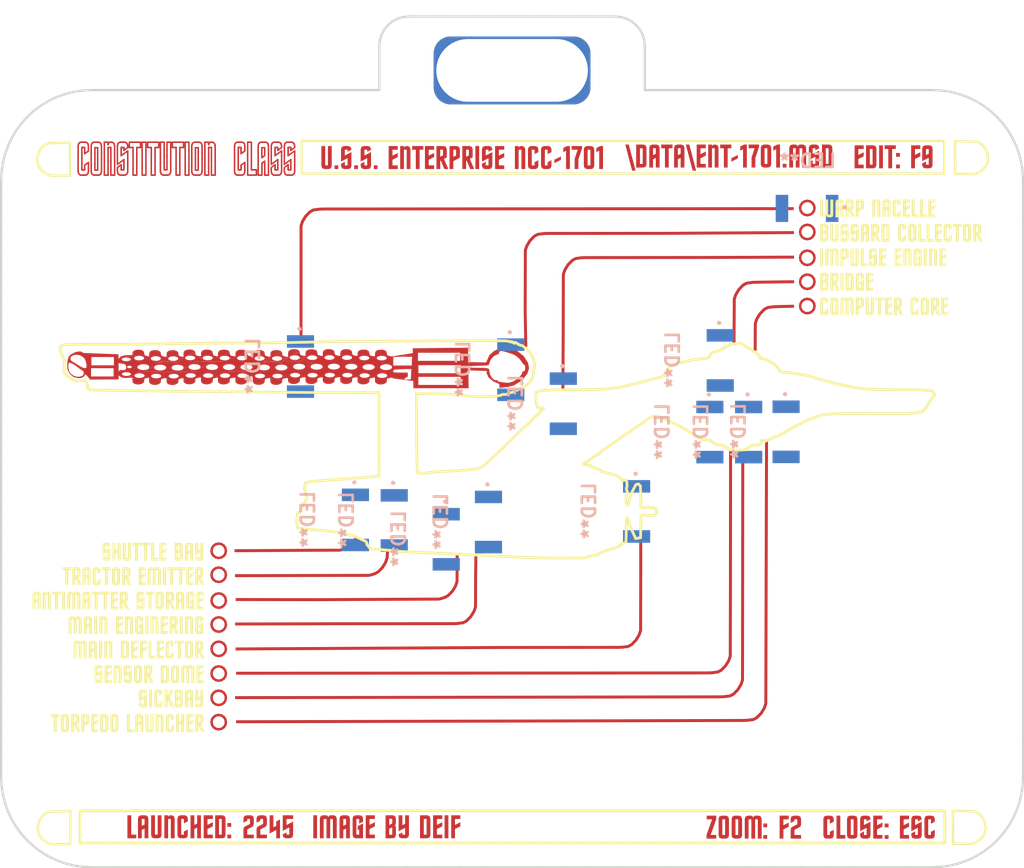
<source format=kicad_pcb>
(kicad_pcb (version 20171130) (host pcbnew 6.0.0-rc1-unknown-3e64003~66~ubuntu16.04.1)
  (title_block (title "Project Title"))
  (layers (0 F.Cu signal) (31 B.Cu signal) (34 B.Paste user) (35 F.Paste user) (36 B.SilkS user) (37 F.SilkS user) (38 B.Mask user hide) (39 F.Mask user hide) (44 Edge.Cuts user))
  (net 0 "")
  (module constitution:Reverse_LWT773Q2R25K8LZ (layer B.Cu) (at 164.0078 103.1748 270)
    (fp_text reference LED** (at -0.0508 4.5466 270) (layer B.SilkS) (effects (font (size 1.27 1.27) (thickness 0.254)) (justify mirror)))
    (fp_text value Reverse_LWT773Q2R25K8LZ hide)
    (pad 1 smd rect (at -2.4 0 270) (size 1.2 2.6) (layers B.Cu B.Paste B.Mask))
    (pad 2 smd rect (at 2.4 0 270) (size 1.2 2.6) (layers B.Cu B.Paste B.Mask))
  )
  (module constitution:Reverse_LWT773Q2R25K8LZ (layer B.Cu) (at 156.718 103.2002 270)
    (fp_text reference LED** (at -0.0508 4.5466 270) (layer B.SilkS) (effects (font (size 1.27 1.27) (thickness 0.254)) (justify mirror)))
    (fp_text value Reverse_LWT773Q2R25K8LZ hide)
    (pad 2 smd rect (at 2.4 0 270) (size 1.2 2.6) (layers B.Cu B.Paste B.Mask))
    (pad 1 smd rect (at -2.4 0 270) (size 1.2 2.6) (layers B.Cu B.Paste B.Mask))
  )
  (module constitution:Reverse_LWT773Q2R25K8LZ (layer B.Cu) (at 160.4264 103.2002 270)
    (fp_text reference LED** (at -0.0508 4.5466 270) (layer B.SilkS) (effects (font (size 1.27 1.27) (thickness 0.254)) (justify mirror)))
    (fp_text value Reverse_LWT773Q2R25K8LZ hide)
    (pad 1 smd rect (at -2.4 0 270) (size 1.2 2.6) (layers B.Cu B.Paste B.Mask))
    (pad 2 smd rect (at 2.4 0 270) (size 1.2 2.6) (layers B.Cu B.Paste B.Mask))
  )
  (module constitution:Reverse_LWT773Q2R25K8LZ (layer B.Cu) (at 157.7086 96.3422 270)
    (fp_text reference LED** (at -0.0508 4.5466 270) (layer B.SilkS) (effects (font (size 1.27 1.27) (thickness 0.254)) (justify mirror)))
    (fp_text value Reverse_LWT773Q2R25K8LZ hide)
    (pad 2 smd rect (at 2.4 0 270) (size 1.2 2.6) (layers B.Cu B.Paste B.Mask))
    (pad 1 smd rect (at -2.4 0 270) (size 1.2 2.6) (layers B.Cu B.Paste B.Mask))
  )
  (module constitution:Reverse_LWT773Q2R25K8LZ (layer B.Cu) (at 142.6972 100.4824 270)
    (fp_text reference LED** (at -0.0508 4.5466 270) (layer B.SilkS) (effects (font (size 1.27 1.27) (thickness 0.254)) (justify mirror)))
    (fp_text value Reverse_LWT773Q2R25K8LZ hide)
    (pad 1 smd rect (at -2.4 0 270) (size 1.2 2.6) (layers B.Cu B.Paste B.Mask))
    (pad 2 smd rect (at 2.4 0 270) (size 1.2 2.6) (layers B.Cu B.Paste B.Mask))
  )
  (module constitution:Reverse_LWT773Q2R25K8LZ (layer B.Cu) (at 149.7076 110.7948 270)
    (fp_text reference LED** (at -0.0508 4.5466 270) (layer B.SilkS) (effects (font (size 1.27 1.27) (thickness 0.254)) (justify mirror)))
    (fp_text value Reverse_LWT773Q2R25K8LZ hide)
    (pad 2 smd rect (at 2.4 0 270) (size 1.2 2.6) (layers B.Cu B.Paste B.Mask))
    (pad 1 smd rect (at -2.4 0 270) (size 1.2 2.6) (layers B.Cu B.Paste B.Mask))
  )
  (module constitution:Reverse_LWT773Q2R25K8LZ (layer B.Cu) (at 117.5512 96.9264 270)
    (fp_text reference LED** (at -0.0508 4.5466 270) (layer B.SilkS) (effects (font (size 1.27 1.27) (thickness 0.254)) (justify mirror)))
    (fp_text value Reverse_LWT773Q2R25K8LZ hide)
    (pad 1 smd rect (at -2.4 0 270) (size 1.2 2.6) (layers B.Cu B.Paste B.Mask))
    (pad 2 smd rect (at 2.4 0 270) (size 1.2 2.6) (layers B.Cu B.Paste B.Mask))
  )
  (module constitution:Reverse_LWT773Q2R25K8LZ (layer B.Cu) (at 137.668 97.2312 270)
    (fp_text reference LED** (at -0.0508 4.5466 270) (layer B.SilkS) (effects (font (size 1.27 1.27) (thickness 0.254)) (justify mirror)))
    (fp_text value Reverse_LWT773Q2R25K8LZ hide)
    (pad 2 smd rect (at 2.4 0 270) (size 1.2 2.6) (layers B.Cu B.Paste B.Mask))
    (pad 1 smd rect (at -2.4 0 270) (size 1.2 2.6) (layers B.Cu B.Paste B.Mask))
  )
  (module constitution:Reverse_LWT773Q2R25K8LZ (layer B.Cu) (at 135.5344 111.8108 270)
    (fp_text reference LED** (at -0.0508 4.5466 270) (layer B.SilkS) (effects (font (size 1.27 1.27) (thickness 0.254)) (justify mirror)))
    (fp_text value Reverse_LWT773Q2R25K8LZ hide)
    (pad 2 smd rect (at 2.4 0 270) (size 1.2 2.6) (layers B.Cu B.Paste B.Mask))
    (pad 1 smd rect (at -2.4 0 270) (size 1.2 2.6) (layers B.Cu B.Paste B.Mask))
  )
  (module constitution:Reverse_LWT773Q2R25K8LZ (layer B.Cu) (at 131.4958 113.4618 270)
    (fp_text reference LED** (at -0.0508 4.5466 270) (layer B.SilkS) (effects (font (size 1.27 1.27) (thickness 0.254)) (justify mirror)))
    (fp_text value Reverse_LWT773Q2R25K8LZ hide)
    (pad 1 smd rect (at -2.4 0 270) (size 1.2 2.6) (layers B.Cu B.Paste B.Mask))
    (pad 2 smd rect (at 2.4 0 270) (size 1.2 2.6) (layers B.Cu B.Paste B.Mask))
  )
  (module constitution:Hole_Big (layer F.Cu) (at 137.795 68.58)
    (fp_text reference REF**)
    (fp_text value Hole_Big)
    (pad 1 thru_hole roundrect (at 0 0) (size 15 6.5) (drill oval 14.5 6) (layers *.Cu *.Mask))
  )
  (module constitution:Reverse_LWT773Q2R25K8LZ (layer B.Cu) (at 126.5174 111.6584 270)
    (fp_text reference LED** (at -0.0508 4.5466 270) (layer B.SilkS) (effects (font (size 1.27 1.27) (thickness 0.254)) (justify mirror)))
    (fp_text value Reverse_LWT773Q2R25K8LZ hide)
    (pad 2 smd rect (at 2.4 0 270) (size 1.2 2.6) (layers B.Cu B.Paste B.Mask))
    (pad 1 smd rect (at -2.4 0 270) (size 1.2 2.6) (layers B.Cu B.Paste B.Mask))
  )
  (module constitution:Reverse_LWT773Q2R25K8LZ (layer B.Cu) (at 122.809 111.6076 270)
    (fp_text reference LED** (at -0.0508 4.5466 270) (layer B.SilkS) (effects (font (size 1.27 1.27) (thickness 0.254)) (justify mirror)))
    (fp_text value Reverse_LWT773Q2R25K8LZ hide)
    (pad 1 smd rect (at -2.4 0 270) (size 1.2 2.6) (layers B.Cu B.Paste B.Mask))
    (pad 2 smd rect (at 2.4 0 270) (size 1.2 2.6) (layers B.Cu B.Paste B.Mask))
  )
  (module constitution:Mask_Nave.01 (layer F.Cu) (at 136.3726 104.8512)
    (fp_text reference svg2mod hide)
    (fp_text value G*** hide)
  )
  (module constitution:Constitution.All.01 (layer F.Cu) (at 137.795 104.14)
    (fp_text reference svg2mod hide)
    (fp_text value G*** hide)
    (fp_poly (pts (xy -15.015951 9.053078) (xy -15.299274 9.518854) (xy -15.684022 9.916833) (xy -15.989948 10.079991) (xy -16.402808 10.203463) (xy -16.55715 10.225505) (xy -17.495869 10.22494) (xy -17.499171 10.22494) (xy -26.55674 10.276754) (xy -26.555074 10.558976) (xy -17.506325 10.507163) (xy -16.536737 10.507163) (xy -16.342159 10.479053) (xy -15.881894 10.340697) (xy -15.514231 10.142261) (xy -15.076017 9.691916) (xy -14.76017 9.172122) (xy -15.015951 9.053078)) (layer F.Cu) (width 0))
    (fp_poly (pts (xy -12.053687 10.396413) (xy -12.093958 11.075488) (xy -12.225699 11.465747) (xy -12.508472 11.932074) (xy -12.893773 12.329503) (xy -13.199146 12.492661) (xy -13.612006 12.616133) (xy -13.766344 12.638175) (xy -14.705617 12.638175) (xy -14.708439 12.638175) (xy -26.509408 12.664619) (xy -26.508844 12.946841) (xy -14.710632 12.920397) (xy -14.715599 12.919832) (xy -13.746564 12.919832) (xy -13.551432 12.891723) (xy -13.09172 12.753369) (xy -12.723508 12.554933) (xy -12.285293 12.104588) (xy -11.969997 11.585345) (xy -11.818413 11.139411) (xy -11.814546 11.125639) (xy -11.772069 10.415144) (xy -12.053741 10.396405) (xy -12.053687 10.396413)) (layer F.Cu) (width 0))
    (fp_poly (pts (xy -5.394312 10.771563) (xy -5.407153 13.350351) (xy -5.537791 13.738407) (xy -5.820567 14.204183) (xy -6.205865 14.602162) (xy -6.511238 14.76477) (xy -6.924098 14.888795) (xy -7.07844 14.910301) (xy -8.017709 14.910301) (xy -8.020531 14.910301) (xy -18.657332 14.963217) (xy -26.447658 14.94778) (xy -26.448223 15.230002) (xy -18.656796 15.24544) (xy -8.027711 15.192523) (xy -7.058673 15.191958) (xy -6.863544 15.164385) (xy -6.403279 15.026029) (xy -6.035617 14.827042) (xy -5.597402 14.376697) (xy -5.282106 13.857454) (xy -5.130522 13.41152) (xy -5.125019 13.393317) (xy -5.112178 10.772082) (xy -5.3944 10.771517) (xy -5.394312 10.771563)) (layer F.Cu) (width 0))
    (fp_poly (pts (xy -3.605416 10.846775) (xy -3.631154 12.857566) (xy -3.638323 15.769086) (xy -3.76841 16.155488) (xy -4.051186 16.621815) (xy -4.436484 17.01924) (xy -4.730833 17.178543) (xy -5.105658 17.22264) (xy -5.273781 17.246883) (xy -5.673964 17.259019) (xy -16.913241 17.268389) (xy -26.499978 17.29043) (xy -26.499414 17.572652) (xy -16.912676 17.550611) (xy -5.673396 17.541241) (xy -5.672832 17.541241) (xy -5.249498 17.528005) (xy -5.068698 17.502661) (xy -4.645365 17.447541) (xy -4.266129 17.244693) (xy -3.827914 16.794351) (xy -3.512618 16.275108) (xy -3.361034 15.829174) (xy -3.356067 15.810434) (xy -3.348898 12.859778) (xy -3.32316 10.850641) (xy -3.605382 10.846775) (xy -3.605416 10.846775)) (layer F.Cu) (width 0))
    (fp_poly (pts (xy 12.164477 9.201354) (xy 12.16617 12.195557) (xy 12.159566 15.128021) (xy 12.152398 18.037887) (xy 12.02231 18.425393) (xy 11.738984 18.89172) (xy 11.354237 19.289145) (xy 11.059337 19.448448) (xy 10.684512 19.493096) (xy 10.516389 19.516802) (xy 10.11676 19.528938) (xy -1.123074 19.538308) (xy -26.456927 19.680519) (xy -26.455262 19.962742) (xy -1.121959 19.82053) (xy 10.117321 19.81116) (xy 10.540655 19.797924) (xy 10.722005 19.772552) (xy 11.145338 19.717431) (xy 11.524021 19.514584) (xy 11.962239 19.064242) (xy 12.278085 18.544995) (xy 12.429119 18.099065) (xy 12.434623 18.080325) (xy 12.441791 15.129119) (xy 12.448395 12.196102) (xy 12.446702 9.201902) (xy 12.16448 9.201337) (xy 12.164477 9.201354)) (layer F.Cu) (width 0))
    (fp_poly (pts (xy 20.761782 0.695552) (xy 20.747473 14.640197) (xy 20.740304 17.572661) (xy 20.733136 20.484181) (xy 20.603051 20.870032) (xy 20.320276 21.33636) (xy 19.934978 21.733785) (xy 19.640628 21.893088) (xy 19.26525 21.937736) (xy 19.097681 21.961442) (xy 18.697498 21.973578) (xy 7.458771 21.982948) (xy -26.399629 22.004989) (xy -26.399629 22.287211) (xy 7.458771 22.26517) (xy 18.698051 22.2558) (xy 18.698616 22.2558) (xy 19.121949 22.243128) (xy 19.302746 22.21722) (xy 19.72608 22.162099) (xy 20.105319 21.959252) (xy 20.543533 21.50891) (xy 20.858829 20.989664) (xy 21.010414 20.543733) (xy 21.015381 20.524993) (xy 21.022549 17.573787) (xy 21.029718 14.64077) (xy 21.044026 0.695574) (xy 20.761804 0.695574) (xy 20.761782 0.695552)) (layer F.Cu) (width 0))
    (fp_poly (pts (xy 21.927599 0.791465) (xy 21.903893 22.775032) (xy 21.773805 23.160881) (xy 21.491033 23.627211) (xy 21.105734 24.024636) (xy 20.811385 24.183937) (xy 20.436557 24.228034) (xy 20.268437 24.252277) (xy 19.868255 24.264412) (xy -26.501629 24.339929) (xy -26.501065 24.622151) (xy 19.869381 24.546634) (xy 20.292714 24.533398) (xy 20.473511 24.508055) (xy 20.896845 24.452934) (xy 21.276081 24.250087) (xy 21.714299 23.799742) (xy 22.029592 23.280498) (xy 22.181176 22.834564) (xy 22.186143 22.815825) (xy 22.20985 0.792018) (xy 21.927627 0.791454) (xy 21.927599 0.791465)) (layer F.Cu) (width 0))
    (fp_poly (pts (xy 24.203535 -0.135437) (xy 24.13191 25.033361) (xy 24.001825 25.420866) (xy 23.7185 25.886654) (xy 23.333752 26.284615) (xy 23.038852 26.44393) (xy 22.664024 26.488013) (xy 22.498109 26.51172) (xy 22.094068 26.52442) (xy -26.406815 26.649557) (xy -26.405714 26.931779) (xy 22.099027 26.806642) (xy 22.520706 26.793377) (xy 22.528411 26.793377) (xy 22.701492 26.769106) (xy 23.124825 26.713424) (xy 23.503511 26.511127) (xy 23.941726 26.060785) (xy 24.257575 25.540999) (xy 24.40916 25.095619) (xy 24.414127 25.076879) (xy 24.485752 -0.133809) (xy 24.20353 -0.134373) (xy 24.203535 -0.135437)) (layer F.Cu) (width 0))
    (fp_poly (pts (xy 26.967363 -13.128926) (xy 25.443803 -13.094201) (xy 25.023778 -13.081529) (xy 24.842427 -13.055621) (xy 24.418543 -13.002705) (xy 24.039307 -12.799307) (xy 23.60109 -12.347862) (xy 23.285797 -11.828615) (xy 23.129801 -11.3678) (xy 23.116734 -8.730809) (xy 23.398406 -8.729115) (xy 23.412009 -11.320906) (xy 23.5432 -11.708411) (xy 23.825973 -12.174188) (xy 24.211271 -12.571063) (xy 24.50562 -12.729262) (xy 24.879895 -12.776114) (xy 25.048018 -12.799821) (xy 25.450955 -12.812493) (xy 26.973411 -12.846667) (xy 26.967343 -13.128889) (xy 26.967363 -13.128926)) (layer F.Cu) (width 0))
    (fp_poly (pts (xy 26.977283 -15.473797) (xy 23.432419 -15.426943) (xy 23.011841 -15.414271) (xy 22.83049 -15.388363) (xy 22.406607 -15.335446) (xy 22.02737 -15.132049) (xy 21.589156 -14.680603) (xy 21.27386 -14.16136) (xy 21.117867 -13.700544) (xy 21.092128 -9.442285) (xy 21.374351 -9.440027) (xy 21.400089 -13.653636) (xy 21.531277 -14.041141) (xy 21.81405 -14.506918) (xy 22.199351 -14.903793) (xy 22.4937 -15.06199) (xy 22.867975 -15.108845) (xy 23.036095 -15.132551) (xy 23.438482 -15.144687) (xy 26.981144 -15.191541) (xy 26.977277 -15.473764) (xy 26.977283 -15.473797)) (layer F.Cu) (width 0))
    (fp_poly (pts (xy 26.970671 -17.828039) (xy 18.319896 -17.793862) (xy 7.078412 -17.784492) (xy 6.657282 -17.771256) (xy 6.475935 -17.745912) (xy 6.052048 -17.692445) (xy 5.672812 -17.489045) (xy 5.234597 -17.037599) (xy 4.919302 -16.518355) (xy 4.763309 -16.05754) (xy 4.75614 -13.101923) (xy 4.748972 -10.169459) (xy 4.720307 -5.060709) (xy 5.002529 -5.05958) (xy 5.031194 -10.16833) (xy 5.038363 -13.101347) (xy 5.045531 -16.01066) (xy 5.176719 -16.398165) (xy 5.459492 -16.863942) (xy 5.844793 -17.260817) (xy 6.139142 -17.419017) (xy 6.513417 -17.465869) (xy 6.681537 -17.490111) (xy 7.082823 -17.502247) (xy 18.320449 -17.511617) (xy 26.972324 -17.545794) (xy 26.970631 -17.828016) (xy 26.970671 -17.828039)) (layer F.Cu) (width 0))
    (fp_poly (pts (xy 26.965159 -20.178419) (xy 14.684631 -20.10676) (xy 3.443147 -20.09739) (xy 3.022017 -20.084719) (xy 2.84067 -20.058811) (xy 2.416783 -20.005894) (xy 2.037547 -19.801946) (xy 1.599332 -19.351051) (xy 1.284037 -18.831254) (xy 1.128044 -18.370989) (xy 1.120875 -15.414821) (xy 1.113707 -12.482908) (xy 1.171594 -9.091864) (xy 1.453816 -9.088562) (xy 1.395929 -12.48126) (xy 1.403098 -15.414277) (xy 1.410266 -18.324143) (xy 1.541454 -18.711645) (xy 1.824227 -19.177422) (xy 2.209528 -19.5743) (xy 2.503877 -19.732497) (xy 2.878152 -19.778798) (xy 3.046272 -19.803041) (xy 3.447558 -19.815177) (xy 14.685184 -19.824546) (xy 26.966813 -19.896205) (xy 26.965119 -20.178428) (xy 26.965159 -20.178419)) (layer F.Cu) (width 0))
    (fp_poly (pts (xy 26.943109 -22.470924) (xy -18.016216 -22.43344) (xy -18.437896 -22.420768) (xy -18.619246 -22.39486) (xy -19.04313 -22.341943) (xy -19.422366 -22.138543) (xy -19.86003 -21.687097) (xy -20.175877 -21.167854) (xy -20.331871 -20.707038) (xy -20.335037 -9.589574) (xy -20.052815 -9.58901) (xy -20.049649 -20.66017) (xy -19.918459 -21.047675) (xy -19.635686 -21.513452) (xy -19.250385 -21.910327) (xy -18.956039 -22.068526) (xy -18.581761 -22.115378) (xy -18.413642 -22.139085) (xy -18.011805 -22.15122) (xy 26.943109 -22.188705) (xy 26.943109 -22.470927) (xy 26.943109 -22.470924)) (layer F.Cu) (width 0))
    (fp_poly (pts (xy -27.238203 37.595151) (xy -26.875434 37.595151) (xy -26.875434 37.953262) (xy -27.238203 37.953262) (xy -27.238203 37.595151)) (layer F.Cu) (width 0))
    (fp_poly (pts (xy -27.2382 36.486695) (xy -26.875432 36.486695) (xy -26.875432 36.847911) (xy -27.2382 36.847911) (xy -27.2382 36.486695)) (layer F.Cu) (width 0))
    (fp_poly (pts (xy 24.037346 37.637428) (xy 24.400114 37.637428) (xy 24.400114 37.995539) (xy 24.037346 37.995539) (xy 24.037346 37.637428)) (layer F.Cu) (width 0))
    (fp_poly (pts (xy 24.037349 36.528972) (xy 24.400117 36.528972) (xy 24.400117 36.890188) (xy 24.037349 36.890188) (xy 24.037349 36.528972)) (layer F.Cu) (width 0))
    (fp_poly (pts (xy 35.652555 37.646261) (xy 36.015323 37.646261) (xy 36.015323 38.004373) (xy 35.652555 38.004373) (xy 35.652555 37.646261)) (layer F.Cu) (width 0))
    (fp_poly (pts (xy 35.652557 36.537805) (xy 36.015326 36.537805) (xy 36.015326 36.899021) (xy 35.652557 36.899021) (xy 35.652557 36.537805)) (layer F.Cu) (width 0))
    (fp_poly (pts (xy 39.449649 36.079279) (xy 39.525614 35.857565) (xy 39.741105 35.778514) (xy 40.144181 35.778514) (xy 40.361224 35.857565) (xy 40.440288 36.079279) (xy 40.440288 36.366073) (xy 40.074418 36.549009) (xy 40.074418 36.127313) (xy 39.810868 36.127313) (xy 39.810868 37.632658) (xy 40.074418 37.632658) (xy 40.074418 37.321056) (xy 40.440288 37.133463) (xy 40.440288 37.679168) (xy 40.362773 37.902406) (xy 40.144181 37.981485) (xy 39.741105 37.981485) (xy 39.525614 37.902406) (xy 39.449649 37.679168) (xy 39.449649 36.079279)) (layer F.Cu) (width 0))
    (fp_poly (pts (xy 38.197014 36.079279) (xy 38.272977 35.857565) (xy 38.488468 35.778514) (xy 38.891546 35.778514) (xy 39.108586 35.857565) (xy 39.187651 36.079279) (xy 39.187651 36.133522) (xy 38.82178 36.324219) (xy 38.82178 36.127313) (xy 38.558233 36.127313) (xy 38.558233 36.682331) (xy 39.187651 36.358312) (xy 39.187651 37.679168) (xy 39.110135 37.902406) (xy 38.891546 37.981485) (xy 38.488468 37.981485) (xy 38.272977 37.902406) (xy 38.197014 37.679168) (xy 38.197014 37.472977) (xy 38.558233 37.285384) (xy 38.558233 37.632658) (xy 38.82178 37.632658) (xy 38.82178 36.93969) (xy 38.197014 37.266785) (xy 38.197014 36.079279)) (layer F.Cu) (width 0))
    (fp_poly (pts (xy 37.975323 37.981485) (xy 37.102505 37.981485) (xy 37.102505 35.778514) (xy 37.975323 35.778514) (xy 37.975323 36.130417) (xy 37.463724 36.130417) (xy 37.463724 36.699377) (xy 37.975323 36.442047) (xy 37.975323 36.835804) (xy 37.463724 37.096266) (xy 37.463724 37.629554) (xy 37.975323 37.629554) (xy 37.975323 37.981485)) (layer F.Cu) (width 0))
    (fp_poly (pts (xy 35.426639 37.981485) (xy 34.553824 37.981485) (xy 34.553824 35.778514) (xy 35.426639 35.778514) (xy 35.426639 36.130417) (xy 34.915043 36.130417) (xy 34.915043 36.699377) (xy 35.426639 36.442047) (xy 35.426639 36.835804) (xy 34.915043 37.096266) (xy 34.915043 37.629554) (xy 35.426639 37.629554) (xy 35.426639 37.981485)) (layer F.Cu) (width 0))
    (fp_poly (pts (xy 33.298087 36.079279) (xy 33.37405 35.857565) (xy 33.589541 35.778514) (xy 33.992619 35.778514) (xy 34.20966 35.857565) (xy 34.288724 36.079279) (xy 34.288724 36.133522) (xy 33.922854 36.324219) (xy 33.922854 36.127313) (xy 33.659306 36.127313) (xy 33.659306 36.682331) (xy 34.288724 36.358312) (xy 34.288724 37.679168) (xy 34.211209 37.902406) (xy 33.992619 37.981485) (xy 33.589541 37.981485) (xy 33.37405 37.902406) (xy 33.298087 37.679168) (xy 33.298087 37.472977) (xy 33.659306 37.285384) (xy 33.659306 37.632658) (xy 33.922854 37.632658) (xy 33.922854 36.93969) (xy 33.298087 37.266785) (xy 33.298087 36.079279)) (layer F.Cu) (width 0))
    (fp_poly (pts (xy 32.04545 36.079279) (xy 32.670219 36.127313) (xy 32.406669 36.127313) (xy 32.406669 37.632658) (xy 32.670219 37.632658) (xy 32.670219 36.127313) (xy 32.04545 36.079279) (xy 32.121415 35.857565) (xy 32.336906 35.778514) (xy 32.739982 35.778514) (xy 32.957022 35.857565) (xy 33.036089 36.079279) (xy 33.036089 37.679168) (xy 32.958574 37.902406) (xy 32.739982 37.981485) (xy 32.336906 37.981485) (xy 32.121415 37.902406) (xy 32.04545 37.679168) (xy 32.04545 36.079279)) (layer F.Cu) (width 0))
    (fp_poly (pts (xy 31.88267 37.629554) (xy 31.88267 37.981485) (xy 31.037761 37.981485) (xy 31.037761 35.778514) (xy 31.398977 35.778514) (xy 31.398977 37.629554) (xy 31.88267 37.629554)) (layer F.Cu) (width 0))
    (fp_poly (pts (xy 29.782022 36.079279) (xy 29.857988 35.857565) (xy 30.073478 35.778514) (xy 30.476554 35.778514) (xy 30.693594 35.857565) (xy 30.772661 36.079279) (xy 30.772661 36.366073) (xy 30.406791 36.549009) (xy 30.406791 36.127313) (xy 30.143241 36.127313) (xy 30.143241 37.632658) (xy 30.406791 37.632658) (xy 30.406791 37.321056) (xy 30.772661 37.133463) (xy 30.772661 37.679168) (xy 30.695146 37.902406) (xy 30.476554 37.981485) (xy 30.073478 37.981485) (xy 29.857988 37.902406) (xy 29.782022 37.679168) (xy 29.782022 36.079279)) (layer F.Cu) (width 0))
    (fp_poly (pts (xy 27.645137 37.981485) (xy 26.6545 37.981485) (xy 26.6545 37.117969) (xy 26.693257 36.942766) (xy 26.832785 36.832699) (xy 27.28392 36.606357) (xy 27.28392 36.127313) (xy 27.015719 36.127313) (xy 27.015719 36.299412) (xy 26.6545 36.479244) (xy 26.6545 36.076174) (xy 26.732015 35.857565) (xy 26.945956 35.778514) (xy 27.350581 35.778514) (xy 27.566072 35.857565) (xy 27.645137 36.076174) (xy 27.645137 36.618775) (xy 27.601731 36.798607) (xy 27.451352 36.911778) (xy 27.015719 37.133463) (xy 27.015719 37.632658) (xy 27.645137 37.632658) (xy 27.645137 37.981485)) (layer F.Cu) (width 0))
    (fp_poly (pts (xy 25.594101 37.981485) (xy 25.594101 35.778514) (xy 26.466915 35.778514) (xy 26.466915 36.130417) (xy 25.955317 36.130417) (xy 25.955317 36.699377) (xy 26.466915 36.442047) (xy 26.466915 36.835804) (xy 25.955317 37.096266) (xy 25.955317 37.981485) (xy 25.594101 37.981485)) (layer F.Cu) (width 0))
    (fp_poly (pts (xy 23.248507 37.981485) (xy 22.893491 37.981485) (xy 22.893491 36.130417) (xy 22.625289 36.130417) (xy 22.625289 37.981485) (xy 22.26407 37.981485) (xy 22.26407 36.079279) (xy 22.340036 35.857565) (xy 22.555527 35.778514) (xy 22.860934 35.778514) (xy 23.014412 35.83431) (xy 23.070224 35.990887) (xy 23.124484 35.83431) (xy 23.276413 35.778514) (xy 23.581819 35.778514) (xy 23.79731 35.857565) (xy 23.876375 36.079279) (xy 23.876375 37.981485) (xy 23.512057 37.981485) (xy 23.512057 36.130417) (xy 23.248507 36.130417) (xy 23.248507 37.981485)) (layer F.Cu) (width 0))
    (fp_poly (pts (xy 21.008334 36.079279) (xy 21.6331 36.127313) (xy 21.369553 36.127313) (xy 21.369553 37.632658) (xy 21.6331 37.632658) (xy 21.6331 36.127313) (xy 21.008334 36.079279) (xy 21.084297 35.857565) (xy 21.299787 35.778514) (xy 21.702866 35.778514) (xy 21.919906 35.857565) (xy 21.99897 36.079279) (xy 21.99897 37.679168) (xy 21.921455 37.902406) (xy 21.702866 37.981485) (xy 21.299787 37.981485) (xy 21.084297 37.902406) (xy 21.008334 37.679168) (xy 21.008334 36.079279)) (layer F.Cu) (width 0))
    (fp_poly (pts (xy 19.755696 36.079279) (xy 20.380465 36.127313) (xy 20.116915 36.127313) (xy 20.116915 37.632658) (xy 20.380465 37.632658) (xy 20.380465 36.127313) (xy 19.755696 36.079279) (xy 19.831662 35.857565) (xy 20.047153 35.778514) (xy 20.450228 35.778514) (xy 20.667268 35.857565) (xy 20.746333 36.079279) (xy 20.746333 37.679168) (xy 20.66882 37.902406) (xy 20.450228 37.981485) (xy 20.047153 37.981485) (xy 19.831662 37.902406) (xy 19.755696 37.679168) (xy 19.755696 36.079279)) (layer F.Cu) (width 0))
    (fp_poly (pts (xy 19.134028 36.130417) (xy 18.616232 36.130417) (xy 18.616232 35.778514) (xy 19.527804 35.778514) (xy 19.527804 36.130417) (xy 18.997602 37.629554) (xy 19.527804 37.629554) (xy 19.527804 37.981485) (xy 18.600727 37.981485) (xy 18.600727 37.629554) (xy 19.134028 36.130417)) (layer F.Cu) (width 0))
    (fp_poly (pts (xy -5.825582 37.946207) (xy -5.825582 35.743237) (xy -4.952767 35.743237) (xy -4.952767 36.09514) (xy -5.464366 36.09514) (xy -5.464366 36.6641) (xy -4.952767 36.406769) (xy -4.952767 36.800526) (xy -5.464366 37.060989) (xy -5.464366 37.946207) (xy -5.825582 37.946207)) (layer F.Cu) (width 0))
    (fp_poly (pts (xy -6.096885 37.946207) (xy -6.458104 37.946207) (xy -6.458104 35.743237) (xy -6.096885 35.743237) (xy -6.096885 37.946207)) (layer F.Cu) (width 0))
    (fp_poly (pts (xy -6.682894 37.946207) (xy -7.555711 37.946207) (xy -7.555711 35.743237) (xy -6.682894 35.743237) (xy -6.682894 36.09514) (xy -7.194492 36.09514) (xy -7.194492 36.6641) (xy -6.682894 36.406769) (xy -6.682894 36.800526) (xy -7.194492 37.060989) (xy -7.194492 37.594276) (xy -6.682894 37.594276) (xy -6.682894 37.946207)) (layer F.Cu) (width 0))
    (fp_poly (pts (xy -8.112265 35.743237) (xy -8.178929 36.092035) (xy -8.44713 36.092035) (xy -8.44713 37.59738) (xy -8.178929 37.59738) (xy -8.178929 36.092035) (xy -8.112265 35.743237) (xy -7.896774 35.822287) (xy -7.817709 36.044001) (xy -7.817709 37.64389) (xy -7.895225 37.867128) (xy -8.112265 37.946207) (xy -8.808346 37.946207) (xy -8.808346 35.743237) (xy -8.112265 35.743237)) (layer F.Cu) (width 0))
    (fp_poly (pts (xy -10.857836 35.743237) (xy -10.496616 35.743237) (xy -10.496616 36.692011) (xy -10.233066 36.555585) (xy -10.233066 35.743237) (xy -9.867196 35.743237) (xy -9.867196 37.628396) (xy -9.943162 37.86868) (xy -10.172606 37.946207) (xy -10.566379 37.946207) (xy -10.78187 37.867128) (xy -10.857836 37.64389) (xy -10.857836 37.56484) (xy -10.496616 37.377247) (xy -10.496616 37.59738) (xy -10.233066 37.59738) (xy -10.233066 36.94937) (xy -10.857836 37.276465) (xy -10.857836 35.743237)) (layer F.Cu) (width 0))
    (fp_poly (pts (xy -11.46555 37.603589) (xy -11.116732 36.774166) (xy -11.116732 37.640786) (xy -11.197349 37.871785) (xy -11.440743 37.946207) (xy -12.107372 37.946207) (xy -12.107372 35.743237) (xy -11.411287 35.743237) (xy -11.194247 35.822287) (xy -11.116732 36.044001) (xy -11.116732 36.507523) (xy -11.15394 36.682698) (xy -11.271762 36.774166) (xy -11.116732 36.774166) (xy -11.46555 37.603589) (xy -11.46555 36.895098) (xy -11.46555 36.527673) (xy -11.46555 36.08275) (xy -11.758553 36.08275) (xy -11.758553 36.670308) (xy -11.46555 36.527673) (xy -11.46555 36.895098) (xy -11.758553 37.040838) (xy -11.758553 37.603589) (xy -11.46555 37.603589)) (layer F.Cu) (width 0))
    (fp_poly (pts (xy -13.125912 37.946207) (xy -13.998729 37.946207) (xy -13.998729 35.743237) (xy -13.125912 35.743237) (xy -13.125912 36.09514) (xy -13.63751 36.09514) (xy -13.63751 36.6641) (xy -13.125912 36.406769) (xy -13.125912 36.800526) (xy -13.63751 37.060989) (xy -13.63751 37.594276) (xy -13.125912 37.594276) (xy -13.125912 37.946207)) (layer F.Cu) (width 0))
    (fp_poly (pts (xy -15.254466 36.044001) (xy -15.1785 35.822287) (xy -14.963009 35.743237) (xy -14.559934 35.743237) (xy -14.342893 35.822287) (xy -14.263829 36.044001) (xy -14.263829 36.358707) (xy -14.629696 36.543196) (xy -14.629696 36.092035) (xy -14.893247 36.092035) (xy -14.893247 37.59738) (xy -14.629696 37.59738) (xy -14.629696 37.10129) (xy -14.775424 37.177264) (xy -14.775424 36.780375) (xy -14.263829 36.523017) (xy -14.263829 37.946207) (xy -14.963009 37.946207) (xy -15.1785 37.867128) (xy -15.254466 37.64389) (xy -15.254466 36.044001)) (layer F.Cu) (width 0))
    (fp_poly (pts (xy -15.880784 36.62535) (xy -15.519565 37.946207) (xy -15.880784 37.946207) (xy -15.880784 37.012926) (xy -16.148983 37.149352) (xy -16.148983 37.946207) (xy -16.510202 37.946207) (xy -16.510202 36.044001) (xy -16.434239 35.822287) (xy -16.218748 35.743237) (xy -15.814121 35.743237) (xy -15.59863 35.822287) (xy -15.519565 36.044001) (xy -15.519565 37.946207) (xy -15.880784 36.62535) (xy -15.880784 36.092035) (xy -16.148983 36.092035) (xy -16.148983 36.755568) (xy -15.880784 36.62535)) (layer F.Cu) (width 0))
    (fp_poly (pts (xy -17.404722 37.946207) (xy -17.759738 37.946207) (xy -17.759738 36.09514) (xy -18.02794 36.09514) (xy -18.02794 37.946207) (xy -18.389159 37.946207) (xy -18.389159 36.044001) (xy -18.313193 35.822287) (xy -18.097702 35.743237) (xy -17.792295 35.743237) (xy -17.638814 35.799032) (xy -17.583005 35.955609) (xy -17.528745 35.799032) (xy -17.376816 35.743237) (xy -17.07141 35.743237) (xy -16.855919 35.822287) (xy -16.776854 36.044001) (xy -16.776854 37.946207) (xy -17.141172 37.946207) (xy -17.141172 36.09514) (xy -17.404722 36.09514) (xy -17.404722 37.946207)) (layer F.Cu) (width 0))
    (fp_poly (pts (xy -18.660459 37.946207) (xy -19.021678 37.946207) (xy -19.021678 35.743237) (xy -18.660459 35.743237) (xy -18.660459 37.946207)) (layer F.Cu) (width 0))
    (fp_poly (pts (xy -21.940569 35.743237) (xy -20.949932 35.743237) (xy -20.949932 36.09514) (xy -21.579351 36.09514) (xy -21.579351 36.670308) (xy -20.949932 36.349394) (xy -20.949932 37.64389) (xy -21.027446 37.871785) (xy -21.261541 37.946207) (xy -21.649114 37.946207) (xy -21.864604 37.867128) (xy -21.940569 37.64389) (xy -21.940569 37.56484) (xy -21.579351 37.377247) (xy -21.579351 37.59738) (xy -21.315801 37.59738) (xy -21.315801 36.904412) (xy -21.940569 37.237716) (xy -21.940569 35.743237)) (layer F.Cu) (width 0))
    (fp_poly (pts (xy -22.205669 36.143202) (xy -22.205669 37.946207) (xy -22.563787 37.946207) (xy -22.563787 37.152457) (xy -23.196306 37.485761) (xy -23.196306 35.743237) (xy -22.838188 35.743237) (xy -22.838188 36.895098) (xy -22.563787 36.755568) (xy -22.563787 36.3339) (xy -22.205669 36.143202)) (layer F.Cu) (width 0))
    (fp_poly (pts (xy -23.458306 37.946207) (xy -24.448943 37.946207) (xy -24.448943 37.082692) (xy -24.410186 36.907488) (xy -24.270659 36.797421) (xy -23.819524 36.571079) (xy -23.819524 36.092035) (xy -24.087725 36.092035) (xy -24.087725 36.264134) (xy -24.448943 36.443966) (xy -24.448943 36.040896) (xy -24.371428 35.822287) (xy -24.157488 35.743237) (xy -23.752861 35.743237) (xy -23.537371 35.822287) (xy -23.458306 36.040896) (xy -23.458306 36.583497) (xy -23.501714 36.763329) (xy -23.652093 36.8765) (xy -24.087725 37.098186) (xy -24.087725 37.59738) (xy -23.458306 37.59738) (xy -23.458306 37.946207)) (layer F.Cu) (width 0))
    (fp_poly (pts (xy -24.710943 37.946207) (xy -25.70158 37.946207) (xy -25.70158 37.082692) (xy -25.662822 36.907488) (xy -25.523296 36.797421) (xy -25.072161 36.571079) (xy -25.072161 36.092035) (xy -25.340361 36.092035) (xy -25.340361 36.264134) (xy -25.70158 36.443966) (xy -25.70158 36.040896) (xy -25.624065 35.822287) (xy -25.410125 35.743237) (xy -25.005498 35.743237) (xy -24.790007 35.822287) (xy -24.710943 36.040896) (xy -24.710943 36.583497) (xy -24.754351 36.763329) (xy -24.904729 36.8765) (xy -25.340361 37.098186) (xy -25.340361 37.59738) (xy -24.710943 37.59738) (xy -24.710943 37.946207)) (layer F.Cu) (width 0))
    (fp_poly (pts (xy -27.709209 35.743237) (xy -27.775872 36.092035) (xy -28.044072 36.092035) (xy -28.044072 37.59738) (xy -27.775872 37.59738) (xy -27.775872 36.092035) (xy -27.709209 35.743237) (xy -27.493718 35.822287) (xy -27.414654 36.044001) (xy -27.414654 37.64389) (xy -27.492168 37.867128) (xy -27.709209 37.946207) (xy -28.405291 37.946207) (xy -28.405291 35.743237) (xy -27.709209 35.743237)) (layer F.Cu) (width 0))
    (fp_poly (pts (xy -28.630083 37.946207) (xy -29.502898 37.946207) (xy -29.502898 35.743237) (xy -28.630083 35.743237) (xy -28.630083 36.09514) (xy -29.14168 36.09514) (xy -29.14168 36.6641) (xy -28.630083 36.406769) (xy -28.630083 36.800526) (xy -29.14168 37.060989) (xy -29.14168 37.594276) (xy -28.630083 37.594276) (xy -28.630083 37.946207)) (layer F.Cu) (width 0))
    (fp_poly (pts (xy -29.771099 35.743237) (xy -29.771099 37.946207) (xy -30.129217 37.946207) (xy -30.129217 36.924562) (xy -30.403618 37.064093) (xy -30.403618 37.946207) (xy -30.761736 37.946207) (xy -30.761736 35.743237) (xy -30.403618 35.743237) (xy -30.403618 36.667204) (xy -30.129217 36.530778) (xy -30.129217 35.743237) (xy -29.771099 35.743237)) (layer F.Cu) (width 0))
    (fp_poly (pts (xy -32.017474 36.044001) (xy -31.941509 35.822287) (xy -31.726018 35.743237) (xy -31.322942 35.743237) (xy -31.105901 35.822287) (xy -31.026836 36.044001) (xy -31.026836 36.330795) (xy -31.392706 36.513732) (xy -31.392706 36.092035) (xy -31.656255 36.092035) (xy -31.656255 37.59738) (xy -31.392706 37.59738) (xy -31.392706 37.285779) (xy -31.026836 37.098186) (xy -31.026836 37.64389) (xy -31.104351 37.867128) (xy -31.322942 37.946207) (xy -31.726018 37.946207) (xy -31.941509 37.867128) (xy -32.017474 37.64389) (xy -32.017474 36.044001)) (layer F.Cu) (width 0))
    (fp_poly (pts (xy -32.911992 37.946207) (xy -33.27011 37.946207) (xy -33.27011 35.743237) (xy -32.911992 35.743237) (xy -32.91044 35.91686) (xy -32.843778 35.786642) (xy -32.701151 35.743237) (xy -32.577127 35.743237) (xy -32.361637 35.822287) (xy -32.282572 36.044001) (xy -32.282572 37.946207) (xy -32.64379 37.946207) (xy -32.64379 36.09514) (xy -32.91199 36.09514) (xy -32.91199 37.946207) (xy -32.911992 37.946207)) (layer F.Cu) (width 0))
    (fp_poly (pts (xy -34.532049 35.743237) (xy -34.170831 35.743237) (xy -34.170831 37.594276) (xy -33.90263 37.594276) (xy -33.90263 35.743237) (xy -33.541412 35.743237) (xy -33.541412 37.64389) (xy -33.618926 37.867128) (xy -33.835967 37.946207) (xy -34.240594 37.946207) (xy -34.456084 37.867128) (xy -34.532049 37.64389) (xy -34.532049 35.743237)) (layer F.Cu) (width 0))
    (fp_poly (pts (xy -35.161468 36.62535) (xy -34.800249 37.946207) (xy -35.161468 37.946207) (xy -35.161468 37.012926) (xy -35.429668 37.149352) (xy -35.429668 37.946207) (xy -35.790887 37.946207) (xy -35.790887 36.044001) (xy -35.714922 35.822287) (xy -35.499432 35.743237) (xy -35.094805 35.743237) (xy -34.879315 35.822287) (xy -34.800249 36.044001) (xy -34.800249 37.946207) (xy -35.161468 36.62535) (xy -35.161468 36.092035) (xy -35.429668 36.092035) (xy -35.429668 36.755568) (xy -35.161468 36.62535)) (layer F.Cu) (width 0))
    (fp_poly (pts (xy -35.956768 37.594276) (xy -35.956768 37.946207) (xy -36.801678 37.946207) (xy -36.801678 35.743237) (xy -36.44046 35.743237) (xy -36.44046 37.594276) (xy -35.956768 37.594276)) (layer F.Cu) (width 0))
    (fp_line (start 28.879647 -13.270963) (end 28.933871 -13.002391) (layer F.Cu) (width 0.2325))
    (fp_line (start 28.73178 -13.490283) (end 28.879647 -13.270963) (layer F.Cu) (width 0.2325))
    (fp_line (start 28.512459 -13.638151) (end 28.73178 -13.490283) (layer F.Cu) (width 0.2325))
    (fp_line (start 28.243888 -13.692374) (end 28.512459 -13.638151) (layer F.Cu) (width 0.2325))
    (fp_line (start 27.975317 -13.638151) (end 28.243888 -13.692374) (layer F.Cu) (width 0.2325))
    (fp_line (start 27.755996 -13.490283) (end 27.975317 -13.638151) (layer F.Cu) (width 0.2325))
    (fp_line (start 27.608129 -13.270963) (end 27.755996 -13.490283) (layer F.Cu) (width 0.2325))
    (fp_line (start 27.553905 -13.002391) (end 27.608129 -13.270963) (layer F.Cu) (width 0.2325))
    (fp_line (start 27.608126 -12.733818) (end 27.553905 -13.002391) (layer F.Cu) (width 0.2325))
    (fp_line (start 27.755996 -12.514497) (end 27.608126 -12.733818) (layer F.Cu) (width 0.2325))
    (fp_line (start 27.975314 -12.366629) (end 27.755996 -12.514497) (layer F.Cu) (width 0.2325))
    (fp_line (start 28.243888 -12.312406) (end 27.975314 -12.366629) (layer F.Cu) (width 0.2325))
    (fp_line (start 28.512462 -12.366629) (end 28.243888 -12.312406) (layer F.Cu) (width 0.2325))
    (fp_line (start 28.73178 -12.5145) (end 28.512462 -12.366629) (layer F.Cu) (width 0.2325))
    (fp_line (start 28.87965 -12.733818) (end 28.73178 -12.5145) (layer F.Cu) (width 0.2325))
    (fp_line (start 28.933871 -13.002391) (end 28.87965 -12.733818) (layer F.Cu) (width 0.2325))
    (fp_line (start 28.879647 -15.599296) (end 28.933871 -15.330725) (layer F.Cu) (width 0.2325))
    (fp_line (start 28.73178 -15.818616) (end 28.879647 -15.599296) (layer F.Cu) (width 0.2325))
    (fp_line (start 28.512459 -15.966484) (end 28.73178 -15.818616) (layer F.Cu) (width 0.2325))
    (fp_line (start 28.243888 -16.020707) (end 28.512459 -15.966484) (layer F.Cu) (width 0.2325))
    (fp_line (start 27.975317 -15.966484) (end 28.243888 -16.020707) (layer F.Cu) (width 0.2325))
    (fp_line (start 27.755996 -15.818616) (end 27.975317 -15.966484) (layer F.Cu) (width 0.2325))
    (fp_line (start 27.608129 -15.599296) (end 27.755996 -15.818616) (layer F.Cu) (width 0.2325))
    (fp_line (start 27.553905 -15.330725) (end 27.608129 -15.599296) (layer F.Cu) (width 0.2325))
    (fp_line (start 27.608126 -15.062151) (end 27.553905 -15.330725) (layer F.Cu) (width 0.2325))
    (fp_line (start 27.755996 -14.84283) (end 27.608126 -15.062151) (layer F.Cu) (width 0.2325))
    (fp_line (start 27.975314 -14.694963) (end 27.755996 -14.84283) (layer F.Cu) (width 0.2325))
    (fp_line (start 28.243888 -14.640739) (end 27.975314 -14.694963) (layer F.Cu) (width 0.2325))
    (fp_line (start 28.512462 -14.694963) (end 28.243888 -14.640739) (layer F.Cu) (width 0.2325))
    (fp_line (start 28.73178 -14.842833) (end 28.512462 -14.694963) (layer F.Cu) (width 0.2325))
    (fp_line (start 28.87965 -15.062151) (end 28.73178 -14.842833) (layer F.Cu) (width 0.2325))
    (fp_line (start 28.933871 -15.330725) (end 28.87965 -15.062151) (layer F.Cu) (width 0.2325))
    (fp_line (start 28.879647 -17.892352) (end 28.933871 -17.62378) (layer F.Cu) (width 0.2325))
    (fp_line (start 28.73178 -18.111672) (end 28.879647 -17.892352) (layer F.Cu) (width 0.2325))
    (fp_line (start 28.512459 -18.25954) (end 28.73178 -18.111672) (layer F.Cu) (width 0.2325))
    (fp_line (start 28.243888 -18.313763) (end 28.512459 -18.25954) (layer F.Cu) (width 0.2325))
    (fp_line (start 27.975317 -18.25954) (end 28.243888 -18.313763) (layer F.Cu) (width 0.2325))
    (fp_line (start 27.755996 -18.111672) (end 27.975317 -18.25954) (layer F.Cu) (width 0.2325))
    (fp_line (start 27.608129 -17.892352) (end 27.755996 -18.111672) (layer F.Cu) (width 0.2325))
    (fp_line (start 27.553905 -17.62378) (end 27.608129 -17.892352) (layer F.Cu) (width 0.2325))
    (fp_line (start 27.608126 -17.355206) (end 27.553905 -17.62378) (layer F.Cu) (width 0.2325))
    (fp_line (start 27.755996 -17.135886) (end 27.608126 -17.355206) (layer F.Cu) (width 0.2325))
    (fp_line (start 27.975314 -16.988018) (end 27.755996 -17.135886) (layer F.Cu) (width 0.2325))
    (fp_line (start 28.243888 -16.933795) (end 27.975314 -16.988018) (layer F.Cu) (width 0.2325))
    (fp_line (start 28.512462 -16.988018) (end 28.243888 -16.933795) (layer F.Cu) (width 0.2325))
    (fp_line (start 28.73178 -17.135889) (end 28.512462 -16.988018) (layer F.Cu) (width 0.2325))
    (fp_line (start 28.87965 -17.355206) (end 28.73178 -17.135889) (layer F.Cu) (width 0.2325))
    (fp_line (start 28.933871 -17.62378) (end 28.87965 -17.355206) (layer F.Cu) (width 0.2325))
    (fp_line (start 28.879647 -20.361796) (end 28.933871 -20.093225) (layer F.Cu) (width 0.2325))
    (fp_line (start 28.73178 -20.581116) (end 28.879647 -20.361796) (layer F.Cu) (width 0.2325))
    (fp_line (start 28.512459 -20.728984) (end 28.73178 -20.581116) (layer F.Cu) (width 0.2325))
    (fp_line (start 28.243888 -20.783207) (end 28.512459 -20.728984) (layer F.Cu) (width 0.2325))
    (fp_line (start 27.975317 -20.728984) (end 28.243888 -20.783207) (layer F.Cu) (width 0.2325))
    (fp_line (start 27.755996 -20.581116) (end 27.975317 -20.728984) (layer F.Cu) (width 0.2325))
    (fp_line (start 27.608129 -20.361796) (end 27.755996 -20.581116) (layer F.Cu) (width 0.2325))
    (fp_line (start 27.553905 -20.093225) (end 27.608129 -20.361796) (layer F.Cu) (width 0.2325))
    (fp_line (start 27.608126 -19.824651) (end 27.553905 -20.093225) (layer F.Cu) (width 0.2325))
    (fp_line (start 27.755996 -19.60533) (end 27.608126 -19.824651) (layer F.Cu) (width 0.2325))
    (fp_line (start 27.975314 -19.457463) (end 27.755996 -19.60533) (layer F.Cu) (width 0.2325))
    (fp_line (start 28.243888 -19.403239) (end 27.975314 -19.457463) (layer F.Cu) (width 0.2325))
    (fp_line (start 28.512462 -19.457463) (end 28.243888 -19.403239) (layer F.Cu) (width 0.2325))
    (fp_line (start 28.73178 -19.605333) (end 28.512462 -19.457463) (layer F.Cu) (width 0.2325))
    (fp_line (start 28.87965 -19.824651) (end 28.73178 -19.605333) (layer F.Cu) (width 0.2325))
    (fp_line (start 28.933871 -20.093225) (end 28.87965 -19.824651) (layer F.Cu) (width 0.2325))
    (fp_line (start 28.879647 -22.654852) (end 28.933871 -22.38628) (layer F.Cu) (width 0.2325))
    (fp_line (start 28.73178 -22.874172) (end 28.879647 -22.654852) (layer F.Cu) (width 0.2325))
    (fp_line (start 28.512459 -23.02204) (end 28.73178 -22.874172) (layer F.Cu) (width 0.2325))
    (fp_line (start 28.243888 -23.076263) (end 28.512459 -23.02204) (layer F.Cu) (width 0.2325))
    (fp_line (start 27.975317 -23.02204) (end 28.243888 -23.076263) (layer F.Cu) (width 0.2325))
    (fp_line (start 27.755996 -22.874172) (end 27.975317 -23.02204) (layer F.Cu) (width 0.2325))
    (fp_line (start 27.608129 -22.654852) (end 27.755996 -22.874172) (layer F.Cu) (width 0.2325))
    (fp_line (start 27.553905 -22.38628) (end 27.608129 -22.654852) (layer F.Cu) (width 0.2325))
    (fp_line (start 27.608126 -22.117706) (end 27.553905 -22.38628) (layer F.Cu) (width 0.2325))
    (fp_line (start 27.755996 -21.898386) (end 27.608126 -22.117706) (layer F.Cu) (width 0.2325))
    (fp_line (start 27.975314 -21.750518) (end 27.755996 -21.898386) (layer F.Cu) (width 0.2325))
    (fp_line (start 28.243888 -21.696295) (end 27.975314 -21.750518) (layer F.Cu) (width 0.2325))
    (fp_line (start 28.512462 -21.750518) (end 28.243888 -21.696295) (layer F.Cu) (width 0.2325))
    (fp_line (start 28.73178 -21.898389) (end 28.512462 -21.750518) (layer F.Cu) (width 0.2325))
    (fp_line (start 28.87965 -22.117706) (end 28.73178 -21.898389) (layer F.Cu) (width 0.2325))
    (fp_line (start 28.933871 -22.38628) (end 28.87965 -22.117706) (layer F.Cu) (width 0.2325))
    (fp_line (start -27.431258 26.560713) (end -27.377034 26.829276) (layer F.Cu) (width 0.2325))
    (fp_line (start -27.579127 26.341398) (end -27.431258 26.560713) (layer F.Cu) (width 0.2325))
    (fp_line (start -27.798446 26.193514) (end -27.579127 26.341398) (layer F.Cu) (width 0.2325))
    (fp_line (start -28.067017 26.139299) (end -27.798446 26.193514) (layer F.Cu) (width 0.2325))
    (fp_line (start -28.335588 26.193514) (end -28.067017 26.139299) (layer F.Cu) (width 0.2325))
    (fp_line (start -28.554906 26.341398) (end -28.335588 26.193514) (layer F.Cu) (width 0.2325))
    (fp_line (start -28.702776 26.560713) (end -28.554906 26.341398) (layer F.Cu) (width 0.2325))
    (fp_line (start -28.757 26.829276) (end -28.702776 26.560713) (layer F.Cu) (width 0.2325))
    (fp_line (start -28.702776 27.097839) (end -28.757 26.829276) (layer F.Cu) (width 0.2325))
    (fp_line (start -28.554906 27.317154) (end -28.702776 27.097839) (layer F.Cu) (width 0.2325))
    (fp_line (start -28.335588 27.465038) (end -28.554906 27.317154) (layer F.Cu) (width 0.2325))
    (fp_line (start -28.067017 27.519253) (end -28.335588 27.465038) (layer F.Cu) (width 0.2325))
    (fp_line (start -27.798446 27.465038) (end -28.067017 27.519253) (layer F.Cu) (width 0.2325))
    (fp_line (start -27.579127 27.317154) (end -27.798446 27.465038) (layer F.Cu) (width 0.2325))
    (fp_line (start -27.431258 27.097839) (end -27.579127 27.317154) (layer F.Cu) (width 0.2325))
    (fp_line (start -27.377034 26.829276) (end -27.431258 27.097839) (layer F.Cu) (width 0.2325))
    (fp_line (start -27.431256 24.232366) (end -27.377034 24.500937) (layer F.Cu) (width 0.2325))
    (fp_line (start -27.579125 24.013045) (end -27.431256 24.232366) (layer F.Cu) (width 0.2325))
    (fp_line (start -27.798444 23.865178) (end -27.579125 24.013045) (layer F.Cu) (width 0.2325))
    (fp_line (start -28.067017 23.810955) (end -27.798444 23.865178) (layer F.Cu) (width 0.2325))
    (fp_line (start -28.335589 23.865178) (end -28.067017 23.810955) (layer F.Cu) (width 0.2325))
    (fp_line (start -28.554908 24.013045) (end -28.335589 23.865178) (layer F.Cu) (width 0.2325))
    (fp_line (start -28.702778 24.232366) (end -28.554908 24.013045) (layer F.Cu) (width 0.2325))
    (fp_line (start -28.757 24.500937) (end -28.702778 24.232366) (layer F.Cu) (width 0.2325))
    (fp_line (start -28.702777 24.769508) (end -28.757 24.500937) (layer F.Cu) (width 0.2325))
    (fp_line (start -28.554908 24.988829) (end -28.702777 24.769508) (layer F.Cu) (width 0.2325))
    (fp_line (start -28.335589 25.136696) (end -28.554908 24.988829) (layer F.Cu) (width 0.2325))
    (fp_line (start -28.067017 25.19092) (end -28.335589 25.136696) (layer F.Cu) (width 0.2325))
    (fp_line (start -27.798444 25.136696) (end -28.067017 25.19092) (layer F.Cu) (width 0.2325))
    (fp_line (start -27.579125 24.988829) (end -27.798444 25.136696) (layer F.Cu) (width 0.2325))
    (fp_line (start -27.431256 24.769508) (end -27.579125 24.988829) (layer F.Cu) (width 0.2325))
    (fp_line (start -27.377034 24.500937) (end -27.431256 24.769508) (layer F.Cu) (width 0.2325))
    (fp_line (start -27.431256 21.904033) (end -27.377034 22.172604) (layer F.Cu) (width 0.2325))
    (fp_line (start -27.579125 21.684712) (end -27.431256 21.904033) (layer F.Cu) (width 0.2325))
    (fp_line (start -27.798444 21.536845) (end -27.579125 21.684712) (layer F.Cu) (width 0.2325))
    (fp_line (start -28.067017 21.482621) (end -27.798444 21.536845) (layer F.Cu) (width 0.2325))
    (fp_line (start -28.335589 21.536845) (end -28.067017 21.482621) (layer F.Cu) (width 0.2325))
    (fp_line (start -28.554908 21.684712) (end -28.335589 21.536845) (layer F.Cu) (width 0.2325))
    (fp_line (start -28.702778 21.904033) (end -28.554908 21.684712) (layer F.Cu) (width 0.2325))
    (fp_line (start -28.757 22.172604) (end -28.702778 21.904033) (layer F.Cu) (width 0.2325))
    (fp_line (start -28.702777 22.441175) (end -28.757 22.172604) (layer F.Cu) (width 0.2325))
    (fp_line (start -28.554908 22.660495) (end -28.702777 22.441175) (layer F.Cu) (width 0.2325))
    (fp_line (start -28.335589 22.808363) (end -28.554908 22.660495) (layer F.Cu) (width 0.2325))
    (fp_line (start -28.067017 22.862586) (end -28.335589 22.808363) (layer F.Cu) (width 0.2325))
    (fp_line (start -27.798444 22.808363) (end -28.067017 22.862586) (layer F.Cu) (width 0.2325))
    (fp_line (start -27.579125 22.660495) (end -27.798444 22.808363) (layer F.Cu) (width 0.2325))
    (fp_line (start -27.431256 22.441175) (end -27.579125 22.660495) (layer F.Cu) (width 0.2325))
    (fp_line (start -27.377034 22.172604) (end -27.431256 22.441175) (layer F.Cu) (width 0.2325))
    (fp_line (start -27.431256 19.540421) (end -27.377034 19.808993) (layer F.Cu) (width 0.2325))
    (fp_line (start -27.579125 19.321101) (end -27.431256 19.540421) (layer F.Cu) (width 0.2325))
    (fp_line (start -27.798444 19.173233) (end -27.579125 19.321101) (layer F.Cu) (width 0.2325))
    (fp_line (start -28.067017 19.11901) (end -27.798444 19.173233) (layer F.Cu) (width 0.2325))
    (fp_line (start -28.335589 19.173233) (end -28.067017 19.11901) (layer F.Cu) (width 0.2325))
    (fp_line (start -28.554908 19.321101) (end -28.335589 19.173233) (layer F.Cu) (width 0.2325))
    (fp_line (start -28.702778 19.540421) (end -28.554908 19.321101) (layer F.Cu) (width 0.2325))
    (fp_line (start -28.757 19.808993) (end -28.702778 19.540421) (layer F.Cu) (width 0.2325))
    (fp_line (start -28.702777 20.077564) (end -28.757 19.808993) (layer F.Cu) (width 0.2325))
    (fp_line (start -28.554908 20.296884) (end -28.702777 20.077564) (layer F.Cu) (width 0.2325))
    (fp_line (start -28.335589 20.444752) (end -28.554908 20.296884) (layer F.Cu) (width 0.2325))
    (fp_line (start -28.067017 20.498975) (end -28.335589 20.444752) (layer F.Cu) (width 0.2325))
    (fp_line (start -27.798444 20.444752) (end -28.067017 20.498975) (layer F.Cu) (width 0.2325))
    (fp_line (start -27.579125 20.296884) (end -27.798444 20.444752) (layer F.Cu) (width 0.2325))
    (fp_line (start -27.431256 20.077564) (end -27.579125 20.296884) (layer F.Cu) (width 0.2325))
    (fp_line (start -27.377034 19.808993) (end -27.431256 20.077564) (layer F.Cu) (width 0.2325))
    (fp_line (start -27.431256 17.212088) (end -27.377034 17.480659) (layer F.Cu) (width 0.2325))
    (fp_line (start -27.579125 16.992768) (end -27.431256 17.212088) (layer F.Cu) (width 0.2325))
    (fp_line (start -27.798444 16.8449) (end -27.579125 16.992768) (layer F.Cu) (width 0.2325))
    (fp_line (start -28.067017 16.790677) (end -27.798444 16.8449) (layer F.Cu) (width 0.2325))
    (fp_line (start -28.335589 16.8449) (end -28.067017 16.790677) (layer F.Cu) (width 0.2325))
    (fp_line (start -28.554908 16.992768) (end -28.335589 16.8449) (layer F.Cu) (width 0.2325))
    (fp_line (start -28.702778 17.212088) (end -28.554908 16.992768) (layer F.Cu) (width 0.2325))
    (fp_line (start -28.757 17.480659) (end -28.702778 17.212088) (layer F.Cu) (width 0.2325))
    (fp_line (start -28.702777 17.74923) (end -28.757 17.480659) (layer F.Cu) (width 0.2325))
    (fp_line (start -28.554908 17.968551) (end -28.702777 17.74923) (layer F.Cu) (width 0.2325))
    (fp_line (start -28.335589 18.116418) (end -28.554908 17.968551) (layer F.Cu) (width 0.2325))
    (fp_line (start -28.067017 18.170642) (end -28.335589 18.116418) (layer F.Cu) (width 0.2325))
    (fp_line (start -27.798444 18.116418) (end -28.067017 18.170642) (layer F.Cu) (width 0.2325))
    (fp_line (start -27.579125 17.968551) (end -27.798444 18.116418) (layer F.Cu) (width 0.2325))
    (fp_line (start -27.431256 17.74923) (end -27.579125 17.968551) (layer F.Cu) (width 0.2325))
    (fp_line (start -27.377034 17.480659) (end -27.431256 17.74923) (layer F.Cu) (width 0.2325))
    (fp_line (start -27.431256 14.919033) (end -27.377034 15.187604) (layer F.Cu) (width 0.2325))
    (fp_line (start -27.579125 14.699712) (end -27.431256 14.919033) (layer F.Cu) (width 0.2325))
    (fp_line (start -27.798444 14.551845) (end -27.579125 14.699712) (layer F.Cu) (width 0.2325))
    (fp_line (start -28.067017 14.497621) (end -27.798444 14.551845) (layer F.Cu) (width 0.2325))
    (fp_line (start -28.335589 14.551845) (end -28.067017 14.497621) (layer F.Cu) (width 0.2325))
    (fp_line (start -28.554908 14.699712) (end -28.335589 14.551845) (layer F.Cu) (width 0.2325))
    (fp_line (start -28.702778 14.919033) (end -28.554908 14.699712) (layer F.Cu) (width 0.2325))
    (fp_line (start -28.757 15.187604) (end -28.702778 14.919033) (layer F.Cu) (width 0.2325))
    (fp_line (start -28.702777 15.456175) (end -28.757 15.187604) (layer F.Cu) (width 0.2325))
    (fp_line (start -28.554908 15.675495) (end -28.702777 15.456175) (layer F.Cu) (width 0.2325))
    (fp_line (start -28.335589 15.823363) (end -28.554908 15.675495) (layer F.Cu) (width 0.2325))
    (fp_line (start -28.067017 15.877586) (end -28.335589 15.823363) (layer F.Cu) (width 0.2325))
    (fp_line (start -27.798444 15.823363) (end -28.067017 15.877586) (layer F.Cu) (width 0.2325))
    (fp_line (start -27.579125 15.675495) (end -27.798444 15.823363) (layer F.Cu) (width 0.2325))
    (fp_line (start -27.431256 15.456175) (end -27.579125 15.675495) (layer F.Cu) (width 0.2325))
    (fp_line (start -27.377034 15.187604) (end -27.431256 15.456175) (layer F.Cu) (width 0.2325))
    (fp_line (start -27.431256 12.449588) (end -27.377034 12.718159) (layer F.Cu) (width 0.2325))
    (fp_line (start -27.579125 12.230268) (end -27.431256 12.449588) (layer F.Cu) (width 0.2325))
    (fp_line (start -27.798444 12.0824) (end -27.579125 12.230268) (layer F.Cu) (width 0.2325))
    (fp_line (start -28.067017 12.028177) (end -27.798444 12.0824) (layer F.Cu) (width 0.2325))
    (fp_line (start -28.335589 12.0824) (end -28.067017 12.028177) (layer F.Cu) (width 0.2325))
    (fp_line (start -28.554908 12.230268) (end -28.335589 12.0824) (layer F.Cu) (width 0.2325))
    (fp_line (start -28.702778 12.449588) (end -28.554908 12.230268) (layer F.Cu) (width 0.2325))
    (fp_line (start -28.757 12.718159) (end -28.702778 12.449588) (layer F.Cu) (width 0.2325))
    (fp_line (start -28.702777 12.98673) (end -28.757 12.718159) (layer F.Cu) (width 0.2325))
    (fp_line (start -28.554908 13.206051) (end -28.702777 12.98673) (layer F.Cu) (width 0.2325))
    (fp_line (start -28.335589 13.353918) (end -28.554908 13.206051) (layer F.Cu) (width 0.2325))
    (fp_line (start -28.067017 13.408142) (end -28.335589 13.353918) (layer F.Cu) (width 0.2325))
    (fp_line (start -27.798444 13.353918) (end -28.067017 13.408142) (layer F.Cu) (width 0.2325))
    (fp_line (start -27.579125 13.206051) (end -27.798444 13.353918) (layer F.Cu) (width 0.2325))
    (fp_line (start -27.431256 12.98673) (end -27.579125 13.206051) (layer F.Cu) (width 0.2325))
    (fp_line (start -27.377034 12.718159) (end -27.431256 12.98673) (layer F.Cu) (width 0.2325))
    (fp_line (start -27.431256 10.156533) (end -27.377034 10.425104) (layer F.Cu) (width 0.2325))
    (fp_line (start -27.579125 9.937212) (end -27.431256 10.156533) (layer F.Cu) (width 0.2325))
    (fp_line (start -27.798444 9.789345) (end -27.579125 9.937212) (layer F.Cu) (width 0.2325))
    (fp_line (start -28.067017 9.735121) (end -27.798444 9.789345) (layer F.Cu) (width 0.2325))
    (fp_line (start -28.335589 9.789345) (end -28.067017 9.735121) (layer F.Cu) (width 0.2325))
    (fp_line (start -28.554908 9.937212) (end -28.335589 9.789345) (layer F.Cu) (width 0.2325))
    (fp_line (start -28.702778 10.156533) (end -28.554908 9.937212) (layer F.Cu) (width 0.2325))
    (fp_line (start -28.757 10.425104) (end -28.702778 10.156533) (layer F.Cu) (width 0.2325))
    (fp_line (start -28.702777 10.693675) (end -28.757 10.425104) (layer F.Cu) (width 0.2325))
    (fp_line (start -28.554908 10.912995) (end -28.702777 10.693675) (layer F.Cu) (width 0.2325))
    (fp_line (start -28.335589 11.060863) (end -28.554908 10.912995) (layer F.Cu) (width 0.2325))
    (fp_line (start -28.067017 11.115086) (end -28.335589 11.060863) (layer F.Cu) (width 0.2325))
    (fp_line (start -27.798444 11.060863) (end -28.067017 11.115086) (layer F.Cu) (width 0.2325))
    (fp_line (start -27.579125 10.912995) (end -27.798444 11.060863) (layer F.Cu) (width 0.2325))
    (fp_line (start -27.431256 10.693675) (end -27.579125 10.912995) (layer F.Cu) (width 0.2325))
    (fp_line (start -27.377034 10.425104) (end -27.431256 10.693675) (layer F.Cu) (width 0.2325))
    (fp_poly (pts (xy 36.737945 -26.546902) (xy 37.100713 -26.546902) (xy 37.100713 -26.188785) (xy 36.737945 -26.188785) (xy 36.737945 -26.546902)) (layer F.Cu) (width 0))
    (fp_poly (pts (xy 39.861786 -27.591799) (xy 39.931549 -28.391752) (xy 40.148592 -28.312685) (xy 40.227656 -28.094095) (xy 40.227656 -26.487991) (xy 40.148592 -26.267849) (xy 39.931549 -26.188785) (xy 39.528473 -26.188785) (xy 39.314535 -26.267849) (xy 39.23702 -26.487991) (xy 39.23702 -26.652323) (xy 39.598236 -26.839908) (xy 39.598236 -26.5376) (xy 39.861786 -26.5376) (xy 39.861786 -27.198025) (xy 39.23702 -26.874014) (xy 39.23702 -28.094095) (xy 39.314535 -28.312685) (xy 39.528473 -28.391752) (xy 39.931549 -28.391752) (xy 39.861786 -27.591799) (xy 39.861786 -28.042934) (xy 39.598236 -28.042934) (xy 39.598236 -27.455372) (xy 39.861786 -27.591799)) (layer F.Cu) (width 0))
    (fp_poly (pts (xy 38.179719 -26.188785) (xy 38.179719 -28.391752) (xy 39.052534 -28.391752) (xy 39.052534 -28.039835) (xy 38.540938 -28.039835) (xy 38.540938 -27.470878) (xy 39.052534 -27.728225) (xy 39.052534 -27.334452) (xy 38.540938 -27.074003) (xy 38.540938 -26.188785) (xy 38.179719 -26.188785)) (layer F.Cu) (width 0))
    (fp_poly (pts (xy 36.737947 -27.655361) (xy 37.100716 -27.655361) (xy 37.100716 -27.294145) (xy 36.737947 -27.294145) (xy 36.737947 -27.655361)) (layer F.Cu) (width 0))
    (fp_poly (pts (xy 35.993806 -26.188785) (xy 35.993806 -28.039835) (xy 35.637238 -28.039835) (xy 35.637238 -28.391752) (xy 36.711591 -28.391752) (xy 36.711591 -28.039835) (xy 36.355023 -28.039835) (xy 36.355023 -26.188785) (xy 35.993806 -26.188785)) (layer F.Cu) (width 0))
    (fp_poly (pts (xy 35.477557 -26.188785) (xy 35.116341 -26.188785) (xy 35.116341 -28.391752) (xy 35.477557 -28.391752) (xy 35.477557 -26.188785)) (layer F.Cu) (width 0))
    (fp_poly (pts (xy 34.559784 -28.391752) (xy 34.493121 -28.042934) (xy 34.224922 -28.042934) (xy 34.224922 -26.5376) (xy 34.493121 -26.5376) (xy 34.493121 -28.042934) (xy 34.559784 -28.391752) (xy 34.775275 -28.312685) (xy 34.85434 -28.090993) (xy 34.85434 -26.491093) (xy 34.776825 -26.267849) (xy 34.559784 -26.188785) (xy 33.863703 -26.188785) (xy 33.863703 -28.391752) (xy 34.559784 -28.391752)) (layer F.Cu) (width 0))
    (fp_poly (pts (xy 33.63891 -26.188785) (xy 32.766096 -26.188785) (xy 32.766096 -28.391752) (xy 33.63891 -28.391752) (xy 33.63891 -28.039835) (xy 33.127315 -28.039835) (xy 33.127315 -27.470878) (xy 33.63891 -27.728225) (xy 33.63891 -27.334452) (xy 33.127315 -27.074003) (xy 33.127315 -26.540702) (xy 33.63891 -26.540702) (xy 33.63891 -26.188785)) (layer F.Cu) (width 0))
    (fp_poly (pts (xy 30.344646 -28.462307) (xy 30.277982 -28.113489) (xy 30.009784 -28.113489) (xy 30.009784 -26.608155) (xy 30.277982 -26.608155) (xy 30.277982 -28.113489) (xy 30.344646 -28.462307) (xy 30.560137 -28.38324) (xy 30.639201 -28.161549) (xy 30.639201 -26.561648) (xy 30.561686 -26.338405) (xy 30.344646 -26.25934) (xy 29.648565 -26.25934) (xy 29.648565 -28.462307) (xy 30.344646 -28.462307)) (layer F.Cu) (width 0))
    (fp_poly (pts (xy 28.392828 -28.161549) (xy 28.468791 -28.38324) (xy 28.684282 -28.462307) (xy 29.087357 -28.462307) (xy 29.3044 -28.38324) (xy 29.383465 -28.161549) (xy 29.383465 -28.107289) (xy 29.017595 -27.916603) (xy 29.017595 -28.113489) (xy 28.754044 -28.113489) (xy 28.754044 -27.558485) (xy 29.383465 -27.882496) (xy 29.383465 -26.561648) (xy 29.30595 -26.338405) (xy 29.087357 -26.25934) (xy 28.684282 -26.25934) (xy 28.468791 -26.338405) (xy 28.392828 -26.561648) (xy 28.392828 -26.767837) (xy 28.754044 -26.955421) (xy 28.754044 -26.608155) (xy 29.017595 -26.608155) (xy 29.017595 -27.301138) (xy 28.392828 -26.974026) (xy 28.392828 -28.161549)) (layer F.Cu) (width 0))
    (fp_poly (pts (xy 27.501409 -26.25934) (xy 27.146391 -26.25934) (xy 27.146391 -28.11039) (xy 26.878189 -28.11039) (xy 26.878189 -26.25934) (xy 26.516973 -26.25934) (xy 26.516973 -28.161549) (xy 26.592936 -28.38324) (xy 26.808427 -28.462307) (xy 27.113836 -28.462307) (xy 27.267314 -28.406495) (xy 27.323124 -28.249916) (xy 27.377384 -28.406495) (xy 27.529313 -28.462307) (xy 27.834722 -28.462307) (xy 28.050213 -28.38324) (xy 28.129278 -28.161549) (xy 28.129278 -26.25934) (xy 27.764957 -26.25934) (xy 27.764957 -28.11039) (xy 27.501409 -28.11039) (xy 27.501409 -26.25934)) (layer F.Cu) (width 0))
    (fp_poly (pts (xy 25.890654 -26.617458) (xy 26.248772 -26.617458) (xy 26.248772 -26.25934) (xy 25.890654 -26.25934) (xy 25.890654 -26.617458)) (layer F.Cu) (width 0))
    (fp_poly (pts (xy 25.265885 -28.018922) (xy 24.993035 -27.877845) (xy 24.993035 -28.27472) (xy 25.368204 -28.462307) (xy 25.628653 -28.462307) (xy 25.628653 -26.25934) (xy 25.265885 -26.25934) (xy 25.265885 -28.018922)) (layer F.Cu) (width 0))
    (fp_poly (pts (xy 24.788396 -26.558546) (xy 24.422526 -28.113489) (xy 24.158975 -28.113489) (xy 24.158975 -26.608155) (xy 24.422526 -26.608155) (xy 24.422526 -28.113489) (xy 24.788396 -26.558546) (xy 24.709331 -26.338405) (xy 24.492288 -26.25934) (xy 24.089213 -26.25934) (xy 23.875274 -26.338405) (xy 23.797759 -26.558546) (xy 23.797759 -28.164651) (xy 23.875274 -28.38324) (xy 24.089213 -28.462307) (xy 24.492288 -28.462307) (xy 24.709331 -28.38324) (xy 24.788396 -28.164651) (xy 24.788396 -26.558546)) (layer F.Cu) (width 0))
    (fp_poly (pts (xy 23.270658 -27.177113) (xy 23.270658 -26.25934) (xy 22.912541 -26.25934) (xy 22.912541 -27.222071) (xy 23.203997 -28.11039) (xy 22.627287 -28.11039) (xy 22.627287 -28.462307) (xy 23.627226 -28.462307) (xy 23.627226 -28.243715) (xy 23.270658 -27.177113)) (layer F.Cu) (width 0))
    (fp_poly (pts (xy 22.097088 -28.018922) (xy 21.824235 -27.877845) (xy 21.824235 -28.27472) (xy 22.199407 -28.462307) (xy 22.459856 -28.462307) (xy 22.459856 -26.25934) (xy 22.097088 -26.25934) (xy 22.097088 -28.018922)) (layer F.Cu) (width 0))
    (fp_poly (pts (xy 20.973124 -27.150759) (xy 21.602544 -27.465468) (xy 21.602544 -27.141457) (xy 20.973124 -26.825196) (xy 20.973124 -27.150759)) (layer F.Cu) (width 0))
    (fp_poly (pts (xy 20.263089 -26.25934) (xy 20.263089 -28.11039) (xy 19.906524 -28.11039) (xy 19.906524 -28.462307) (xy 20.980876 -28.462307) (xy 20.980876 -28.11039) (xy 20.624308 -28.11039) (xy 20.624308 -26.25934) (xy 20.263089 -26.25934)) (layer F.Cu) (width 0))
    (fp_poly (pts (xy 19.120524 -26.25934) (xy 18.762406 -26.25934) (xy 18.762406 -28.462307) (xy 19.120524 -28.462307) (xy 19.121935 -28.288673) (xy 19.188599 -28.418899) (xy 19.331225 -28.462307) (xy 19.455248 -28.462307) (xy 19.670739 -28.38324) (xy 19.749806 -28.161549) (xy 19.749806 -26.25934) (xy 19.388587 -26.25934) (xy 19.388587 -28.11039) (xy 19.120386 -28.11039) (xy 19.120386 -26.25934) (xy 19.120524 -26.25934)) (layer F.Cu) (width 0))
    (fp_poly (pts (xy 18.534515 -26.25934) (xy 17.661697 -26.25934) (xy 17.661697 -28.462307) (xy 18.534515 -28.462307) (xy 18.534515 -28.11039) (xy 18.022916 -28.11039) (xy 18.022916 -27.541433) (xy 18.534515 -27.79878) (xy 18.534515 -27.405007) (xy 18.022916 -27.144558) (xy 18.022916 -26.611257) (xy 18.534515 -26.611257) (xy 18.534515 -26.25934)) (layer F.Cu) (width 0))
    (fp_poly (pts (xy 17.607437 -25.964785) (xy 17.277226 -25.964785) (xy 16.623001 -28.462307) (xy 16.953215 -28.462307) (xy 17.607437 -25.964785)) (layer F.Cu) (width 0))
    (fp_poly (pts (xy 16.126908 -27.580191) (xy 16.488127 -26.25934) (xy 16.126908 -26.25934) (xy 16.126908 -27.192615) (xy 15.858707 -27.056192) (xy 15.858707 -26.25934) (xy 15.49749 -26.25934) (xy 15.49749 -28.161549) (xy 15.573453 -28.38324) (xy 15.788944 -28.462307) (xy 16.193572 -28.462307) (xy 16.409062 -28.38324) (xy 16.488127 -28.161549) (xy 16.488127 -26.25934) (xy 16.126908 -27.580191) (xy 16.126908 -28.113489) (xy 15.858707 -28.113489) (xy 15.858707 -27.449965) (xy 16.126908 -27.580191)) (layer F.Cu) (width 0))
    (fp_poly (pts (xy 14.626225 -26.25934) (xy 14.626225 -28.11039) (xy 14.269657 -28.11039) (xy 14.269657 -28.462307) (xy 15.344009 -28.462307) (xy 15.344009 -28.11039) (xy 14.987444 -28.11039) (xy 14.987444 -26.25934) (xy 14.626225 -26.25934)) (layer F.Cu) (width 0))
    (fp_poly (pts (xy 13.751858 -27.580191) (xy 14.113077 -26.25934) (xy 13.751858 -26.25934) (xy 13.751858 -27.192615) (xy 13.48366 -27.056192) (xy 13.48366 -26.25934) (xy 13.122441 -26.25934) (xy 13.122441 -28.161549) (xy 13.198404 -28.38324) (xy 13.413894 -28.462307) (xy 13.818522 -28.462307) (xy 14.034013 -28.38324) (xy 14.113077 -28.161549) (xy 14.113077 -26.25934) (xy 13.751858 -27.580191) (xy 13.751858 -28.113489) (xy 13.48366 -28.113489) (xy 13.48366 -27.449965) (xy 13.751858 -27.580191)) (layer F.Cu) (width 0))
    (fp_poly (pts (xy 12.565884 -28.462307) (xy 12.499223 -28.113489) (xy 12.231022 -28.113489) (xy 12.231022 -26.608155) (xy 12.499223 -26.608155) (xy 12.499223 -28.113489) (xy 12.565884 -28.462307) (xy 12.781375 -28.38324) (xy 12.86044 -28.161549) (xy 12.86044 -26.561648) (xy 12.782927 -26.338405) (xy 12.565884 -26.25934) (xy 11.869803 -26.25934) (xy 11.869803 -28.462307) (xy 12.565884 -28.462307)) (layer F.Cu) (width 0))
    (fp_poly (pts (xy 11.815543 -25.964785) (xy 11.485332 -25.964785) (xy 10.831107 -28.462307) (xy 11.161321 -28.462307) (xy 11.815543 -25.964785)) (layer F.Cu) (width 0))
    (fp_poly (pts (xy 8.334207 -27.877811) (xy 8.061355 -27.736734) (xy 8.061355 -28.133609) (xy 8.436527 -28.321196) (xy 8.696976 -28.321196) (xy 8.696976 -26.118229) (xy 8.334207 -26.118229) (xy 8.334207 -27.877811)) (layer F.Cu) (width 0))
    (fp_poly (pts (xy 7.856719 -26.417435) (xy 7.490848 -27.972378) (xy 7.227298 -27.972378) (xy 7.227298 -26.467044) (xy 7.490848 -26.467044) (xy 7.490848 -27.972378) (xy 7.856719 -26.417435) (xy 7.777651 -26.197294) (xy 7.560611 -26.118229) (xy 7.157536 -26.118229) (xy 6.943594 -26.197294) (xy 6.866079 -26.417435) (xy 6.866079 -28.023539) (xy 6.943594 -28.242129) (xy 7.157536 -28.321196) (xy 7.560611 -28.321196) (xy 7.777651 -28.242129) (xy 7.856719 -28.023539) (xy 7.856719 -26.417435)) (layer F.Cu) (width 0))
    (fp_poly (pts (xy 6.338981 -27.036002) (xy 6.338981 -26.118229) (xy 5.980864 -26.118229) (xy 5.980864 -27.08096) (xy 6.272317 -27.969279) (xy 5.69561 -27.969279) (xy 5.69561 -28.321196) (xy 6.695549 -28.321196) (xy 6.695549 -28.102604) (xy 6.338981 -27.036002)) (layer F.Cu) (width 0))
    (fp_poly (pts (xy 5.165408 -27.877811) (xy 4.892558 -27.736734) (xy 4.892558 -28.133609) (xy 5.267727 -28.321196) (xy 5.528176 -28.321196) (xy 5.528176 -26.118229) (xy 5.165408 -26.118229) (xy 5.165408 -27.877811)) (layer F.Cu) (width 0))
    (fp_poly (pts (xy 4.041446 -27.009648) (xy 4.670864 -27.324356) (xy 4.670864 -27.000346) (xy 4.041446 -26.684085) (xy 4.041446 -27.009648)) (layer F.Cu) (width 0))
    (fp_poly (pts (xy 2.773306 -28.020438) (xy 2.849272 -28.242129) (xy 3.064763 -28.321196) (xy 3.467838 -28.321196) (xy 3.684878 -28.242129) (xy 3.763943 -28.020438) (xy 3.763943 -27.733635) (xy 3.398076 -27.550699) (xy 3.398076 -27.972378) (xy 3.134525 -27.972378) (xy 3.134525 -26.467044) (xy 3.398076 -26.467044) (xy 3.398076 -26.778654) (xy 3.763943 -26.966239) (xy 3.763943 -26.420537) (xy 3.686428 -26.197294) (xy 3.467838 -26.118229) (xy 3.064763 -26.118229) (xy 2.849272 -26.197294) (xy 2.773306 -26.420537) (xy 2.773306 -28.020438)) (layer F.Cu) (width 0))
    (fp_poly (pts (xy 1.520669 -28.020438) (xy 1.596634 -28.242129) (xy 1.812125 -28.321196) (xy 2.215201 -28.321196) (xy 2.432244 -28.242129) (xy 2.511308 -28.020438) (xy 2.511308 -27.733635) (xy 2.145438 -27.550699) (xy 2.145438 -27.972378) (xy 1.881888 -27.972378) (xy 1.881888 -26.467044) (xy 2.145438 -26.467044) (xy 2.145438 -26.778654) (xy 2.511308 -26.966239) (xy 2.511308 -26.420537) (xy 2.433793 -26.197294) (xy 2.215201 -26.118229) (xy 1.812125 -26.118229) (xy 1.596634 -26.197294) (xy 1.520669 -26.420537) (xy 1.520669 -28.020438)) (layer F.Cu) (width 0))
    (fp_poly (pts (xy 0.626151 -26.118229) (xy 0.268034 -26.118229) (xy 0.268034 -28.321196) (xy 0.626151 -28.321196) (xy 0.627562 -28.147562) (xy 0.694226 -28.277788) (xy 0.836853 -28.321196) (xy 0.960875 -28.321196) (xy 1.176366 -28.242129) (xy 1.25543 -28.020438) (xy 1.25543 -26.118229) (xy 0.894214 -26.118229) (xy 0.894214 -27.969279) (xy 0.626013 -27.969279) (xy 0.626013 -26.118229) (xy 0.626151 -26.118229)) (layer F.Cu) (width 0))
    (fp_poly (pts (xy -0.753611 -26.118229) (xy -1.626425 -26.118229) (xy -1.626425 -28.321196) (xy -0.753611 -28.321196) (xy -0.753611 -27.969279) (xy -1.265206 -27.969279) (xy -1.265206 -27.400322) (xy -0.753611 -27.657669) (xy -0.753611 -27.263896) (xy -1.265206 -27.003447) (xy -1.265206 -26.470146) (xy -0.753611 -26.470146) (xy -0.753611 -26.118229)) (layer F.Cu) (width 0))
    (fp_poly (pts (xy -2.882162 -28.020438) (xy -2.806199 -28.242129) (xy -2.590708 -28.321196) (xy -2.18763 -28.321196) (xy -1.97059 -28.242129) (xy -1.891525 -28.020438) (xy -1.891525 -27.966178) (xy -2.257395 -27.775492) (xy -2.257395 -27.972378) (xy -2.520943 -27.972378) (xy -2.520943 -27.417374) (xy -1.891525 -27.741385) (xy -1.891525 -26.420537) (xy -1.96904 -26.197294) (xy -2.18763 -26.118229) (xy -2.590708 -26.118229) (xy -2.806199 -26.197294) (xy -2.882162 -26.420537) (xy -2.882162 -26.626726) (xy -2.520943 -26.81431) (xy -2.520943 -26.467044) (xy -2.257395 -26.467044) (xy -2.257395 -27.160027) (xy -2.882162 -26.832914) (xy -2.882162 -28.020438)) (layer F.Cu) (width 0))
    (fp_poly (pts (xy -3.150363 -26.118229) (xy -3.511582 -26.118229) (xy -3.511582 -28.321196) (xy -3.150363 -28.321196) (xy -3.150363 -26.118229)) (layer F.Cu) (width 0))
    (fp_poly (pts (xy -3.773581 -27.229789) (xy -4.04023 -27.093363) (xy -4.1348 -27.432868) (xy -4.1348 -27.97237) (xy -4.403001 -27.97237) (xy -4.403001 -27.299543) (xy -4.1348 -27.432868) (xy -4.04023 -27.093363) (xy -3.627852 -26.118229) (xy -4.006126 -26.118229) (xy -4.348738 -26.933682) (xy -4.403001 -26.90577) (xy -4.403001 -26.118221) (xy -4.764217 -26.118221) (xy -4.764217 -28.321188) (xy -4.068136 -28.321188) (xy -3.852645 -28.242121) (xy -3.773581 -28.020429) (xy -3.773581 -27.229781) (xy -3.773581 -27.229789)) (layer F.Cu) (width 0))
    (fp_poly (pts (xy -5.35643 -27.403421) (xy -4.995211 -27.200334) (xy -5.624631 -26.876323) (xy -5.624631 -26.118229) (xy -5.98585 -26.118229) (xy -5.98585 -28.321196) (xy -5.289769 -28.321196) (xy -5.072726 -28.242129) (xy -4.995211 -28.020438) (xy -4.995211 -27.200334) (xy -5.35643 -27.403421) (xy -5.35643 -27.972378) (xy -5.624631 -27.972378) (xy -5.624631 -27.270096) (xy -5.35643 -27.403421)) (layer F.Cu) (width 0))
    (fp_poly (pts (xy -6.247848 -27.229789) (xy -6.514498 -27.093363) (xy -6.609067 -27.432868) (xy -6.609067 -27.97237) (xy -6.877269 -27.97237) (xy -6.877269 -27.299543) (xy -6.609067 -27.432868) (xy -6.514498 -27.093363) (xy -6.10212 -26.118229) (xy -6.480394 -26.118229) (xy -6.823006 -26.933682) (xy -6.877269 -26.90577) (xy -6.877269 -26.118221) (xy -7.238485 -26.118221) (xy -7.238485 -28.321188) (xy -6.542404 -28.321188) (xy -6.326913 -28.242121) (xy -6.247848 -28.020429) (xy -6.247848 -27.229781) (xy -6.247848 -27.229789)) (layer F.Cu) (width 0))
    (fp_poly (pts (xy -7.463278 -26.118229) (xy -8.336092 -26.118229) (xy -8.336092 -28.321196) (xy -7.463278 -28.321196) (xy -7.463278 -27.969279) (xy -7.974876 -27.969279) (xy -7.974876 -27.400322) (xy -7.463278 -27.657669) (xy -7.463278 -27.263896) (xy -7.974876 -27.003447) (xy -7.974876 -26.470146) (xy -7.463278 -26.470146) (xy -7.463278 -26.118229)) (layer F.Cu) (width 0))
    (fp_poly (pts (xy -9.207358 -26.118229) (xy -9.207358 -27.969279) (xy -9.563926 -27.969279) (xy -9.563926 -28.321196) (xy -8.489573 -28.321196) (xy -8.489573 -27.969279) (xy -8.846139 -27.969279) (xy -8.846139 -26.118229) (xy -9.207358 -26.118229)) (layer F.Cu) (width 0))
    (fp_poly (pts (xy -10.349923 -26.118229) (xy -10.70804 -26.118229) (xy -10.70804 -28.321196) (xy -10.349923 -28.321196) (xy -10.348512 -28.147562) (xy -10.281848 -28.277788) (xy -10.139222 -28.321196) (xy -10.015199 -28.321196) (xy -9.799708 -28.242129) (xy -9.720644 -28.020438) (xy -9.720644 -26.118229) (xy -10.081863 -26.118229) (xy -10.081863 -27.969279) (xy -10.350061 -27.969279) (xy -10.350061 -26.118229) (xy -10.349923 -26.118229)) (layer F.Cu) (width 0))
    (fp_poly (pts (xy -10.935935 -26.118229) (xy -11.808749 -26.118229) (xy -11.808749 -28.321196) (xy -10.935935 -28.321196) (xy -10.935935 -27.969279) (xy -11.44753 -27.969279) (xy -11.44753 -27.400322) (xy -10.935935 -27.657669) (xy -10.935935 -27.263896) (xy -11.44753 -27.003447) (xy -11.44753 -26.470146) (xy -10.935935 -26.470146) (xy -10.935935 -26.118229)) (layer F.Cu) (width 0))
    (fp_poly (pts (xy -13.228818 -26.476346) (xy -12.870701 -26.476346) (xy -12.870701 -26.118229) (xy -13.228818 -26.118229) (xy -13.228818 -26.476346)) (layer F.Cu) (width 0))
    (fp_poly (pts (xy -14.484555 -28.020438) (xy -14.408592 -28.242129) (xy -14.193101 -28.321196) (xy -13.790023 -28.321196) (xy -13.572983 -28.242129) (xy -13.493918 -28.020438) (xy -13.493918 -27.966178) (xy -13.859788 -27.775492) (xy -13.859788 -27.972378) (xy -14.123336 -27.972378) (xy -14.123336 -27.417374) (xy -13.493918 -27.741385) (xy -13.493918 -26.420537) (xy -13.571433 -26.197294) (xy -13.790023 -26.118229) (xy -14.193101 -26.118229) (xy -14.408592 -26.197294) (xy -14.484555 -26.420537) (xy -14.484555 -26.626726) (xy -14.123336 -26.81431) (xy -14.123336 -26.467044) (xy -13.859788 -26.467044) (xy -13.859788 -27.160027) (xy -14.484555 -26.832914) (xy -14.484555 -28.020438)) (layer F.Cu) (width 0))
    (fp_poly (pts (xy -15.107772 -26.476346) (xy -14.749655 -26.476346) (xy -14.749655 -26.118229) (xy -15.107772 -26.118229) (xy -15.107772 -26.476346)) (layer F.Cu) (width 0))
    (fp_poly (pts (xy -16.363511 -28.020438) (xy -16.287546 -28.242129) (xy -16.072055 -28.321196) (xy -15.66898 -28.321196) (xy -15.451939 -28.242129) (xy -15.372872 -28.020438) (xy -15.372872 -27.966178) (xy -15.738742 -27.775492) (xy -15.738742 -27.972378) (xy -16.002292 -27.972378) (xy -16.002292 -27.417374) (xy -15.372872 -27.741385) (xy -15.372872 -26.420537) (xy -15.450387 -26.197294) (xy -15.66898 -26.118229) (xy -16.072055 -26.118229) (xy -16.287546 -26.197294) (xy -16.363511 -26.420537) (xy -16.363511 -26.626726) (xy -16.002292 -26.81431) (xy -16.002292 -26.467044) (xy -15.738742 -26.467044) (xy -15.738742 -27.160027) (xy -16.363511 -26.832914) (xy -16.363511 -28.020438)) (layer F.Cu) (width 0))
    (fp_poly (pts (xy -16.986729 -26.476346) (xy -16.628611 -26.476346) (xy -16.628611 -26.118229) (xy -16.986729 -26.118229) (xy -16.986729 -26.476346)) (layer F.Cu) (width 0))
    (fp_poly (pts (xy -18.245567 -28.321196) (xy -17.884348 -28.321196) (xy -17.884348 -26.470146) (xy -17.616146 -26.470146) (xy -17.616146 -28.321196) (xy -17.25493 -28.321196) (xy -17.25493 -26.420537) (xy -17.332443 -26.197294) (xy -17.549486 -26.118229) (xy -17.95411 -26.118229) (xy -18.169601 -26.197294) (xy -18.245567 -26.420537) (xy -18.245567 -28.321196)) (layer F.Cu) (width 0))
    (fp_line (start -23.737606 -27.357961) (end -23.670669 -27.404423) (layer F.Cu) (width 0.140625))
    (fp_line (start -23.804544 -27.311501) (end -23.737606 -27.357961) (layer F.Cu) (width 0.140625))
    (fp_line (start -23.871481 -27.265039) (end -23.804544 -27.311501) (layer F.Cu) (width 0.140625))
    (fp_line (start -23.938419 -27.21858) (end -23.871481 -27.265039) (layer F.Cu) (width 0.140625))
    (fp_line (start -23.938419 -27.45531) (end -23.938419 -27.21858) (layer F.Cu) (width 0.140625))
    (fp_line (start -23.938419 -27.692041) (end -23.938419 -27.45531) (layer F.Cu) (width 0.140625))
    (fp_line (start -23.938419 -27.928775) (end -23.938419 -27.692041) (layer F.Cu) (width 0.140625))
    (fp_line (start -23.938419 -28.165506) (end -23.938419 -27.928775) (layer F.Cu) (width 0.140625))
    (fp_line (start -23.871481 -28.165506) (end -23.938419 -28.165506) (layer F.Cu) (width 0.140625))
    (fp_line (start -23.804544 -28.165506) (end -23.871481 -28.165506) (layer F.Cu) (width 0.140625))
    (fp_line (start -23.737606 -28.165506) (end -23.804544 -28.165506) (layer F.Cu) (width 0.140625))
    (fp_line (start -23.670669 -28.165506) (end -23.737606 -28.165506) (layer F.Cu) (width 0.140625))
    (fp_line (start -23.670669 -27.975234) (end -23.670669 -28.165506) (layer F.Cu) (width 0.140625))
    (fp_line (start -23.670669 -27.784963) (end -23.670669 -27.975234) (layer F.Cu) (width 0.140625))
    (fp_line (start -23.670669 -27.594694) (end -23.670669 -27.784963) (layer F.Cu) (width 0.140625))
    (fp_line (start -23.670669 -27.404423) (end -23.670669 -27.594694) (layer F.Cu) (width 0.140625))
    (fp_line (start -30.03012 -27.628437) (end -30.03012 -28.165506) (layer F.Cu) (width 0.140625))
    (fp_line (start -30.03012 -27.091365) (end -30.03012 -27.628437) (layer F.Cu) (width 0.140625))
    (fp_line (start -30.03012 -26.554296) (end -30.03012 -27.091365) (layer F.Cu) (width 0.140625))
    (fp_line (start -30.03012 -26.017224) (end -30.03012 -26.554296) (layer F.Cu) (width 0.140625))
    (fp_line (start -30.095898 -26.017224) (end -30.03012 -26.017224) (layer F.Cu) (width 0.140625))
    (fp_line (start -30.161676 -26.017224) (end -30.095898 -26.017224) (layer F.Cu) (width 0.140625))
    (fp_line (start -30.22745 -26.017224) (end -30.161676 -26.017224) (layer F.Cu) (width 0.140625))
    (fp_line (start -30.293228 -26.017224) (end -30.22745 -26.017224) (layer F.Cu) (width 0.140625))
    (fp_line (start -30.293228 -26.554296) (end -30.293228 -26.017224) (layer F.Cu) (width 0.140625))
    (fp_line (start -30.293228 -27.091365) (end -30.293228 -26.554296) (layer F.Cu) (width 0.140625))
    (fp_line (start -30.293228 -27.628437) (end -30.293228 -27.091365) (layer F.Cu) (width 0.140625))
    (fp_line (start -30.293228 -28.165506) (end -30.293228 -27.628437) (layer F.Cu) (width 0.140625))
    (fp_line (start -30.22745 -28.165506) (end -30.293228 -28.165506) (layer F.Cu) (width 0.140625))
    (fp_line (start -30.161676 -28.165506) (end -30.22745 -28.165506) (layer F.Cu) (width 0.140625))
    (fp_line (start -30.095898 -28.165506) (end -30.161676 -28.165506) (layer F.Cu) (width 0.140625))
    (fp_line (start -30.03012 -28.165506) (end -30.095898 -28.165506) (layer F.Cu) (width 0.140625))
    (fp_line (start -39.650552 -27.628437) (end -39.650552 -28.165506) (layer F.Cu) (width 0.140625))
    (fp_line (start -39.650552 -27.091365) (end -39.650552 -27.628437) (layer F.Cu) (width 0.140625))
    (fp_line (start -39.650552 -26.554296) (end -39.650552 -27.091365) (layer F.Cu) (width 0.140625))
    (fp_line (start -39.650552 -26.017224) (end -39.650552 -26.554296) (layer F.Cu) (width 0.140625))
    (fp_line (start -39.716329 -26.017224) (end -39.650552 -26.017224) (layer F.Cu) (width 0.140625))
    (fp_line (start -39.782106 -26.017224) (end -39.716329 -26.017224) (layer F.Cu) (width 0.140625))
    (fp_line (start -39.847882 -26.017224) (end -39.782106 -26.017224) (layer F.Cu) (width 0.140625))
    (fp_line (start -39.913659 -26.017224) (end -39.847882 -26.017224) (layer F.Cu) (width 0.140625))
    (fp_line (start -39.913659 -26.554296) (end -39.913659 -26.017224) (layer F.Cu) (width 0.140625))
    (fp_line (start -39.913659 -27.091365) (end -39.913659 -26.554296) (layer F.Cu) (width 0.140625))
    (fp_line (start -39.913659 -27.628437) (end -39.913659 -27.091365) (layer F.Cu) (width 0.140625))
    (fp_line (start -39.913659 -28.165506) (end -39.913659 -27.628437) (layer F.Cu) (width 0.140625))
    (fp_line (start -39.847882 -28.165506) (end -39.913659 -28.165506) (layer F.Cu) (width 0.140625))
    (fp_line (start -39.782106 -28.165506) (end -39.847882 -28.165506) (layer F.Cu) (width 0.140625))
    (fp_line (start -39.716329 -28.165506) (end -39.782106 -28.165506) (layer F.Cu) (width 0.140625))
    (fp_line (start -39.650552 -28.165506) (end -39.716329 -28.165506) (layer F.Cu) (width 0.140625))
    (fp_line (start -21.789013 -27.832729) (end -21.789012 -28.256418) (layer F.Cu) (width 0.140625))
    (fp_line (start -21.789013 -27.409046) (end -21.789013 -27.832729) (layer F.Cu) (width 0.140625))
    (fp_line (start -21.789013 -26.985362) (end -21.789013 -27.409046) (layer F.Cu) (width 0.140625))
    (fp_line (start -21.789013 -26.561679) (end -21.789013 -26.985362) (layer F.Cu) (width 0.140625))
    (fp_line (start -21.633083 -26.678386) (end -21.789013 -26.561679) (layer F.Cu) (width 0.140625))
    (fp_line (start -21.477154 -26.795094) (end -21.633083 -26.678386) (layer F.Cu) (width 0.140625))
    (fp_line (start -21.321224 -26.911798) (end -21.477154 -26.795094) (layer F.Cu) (width 0.140625))
    (fp_line (start -21.165295 -27.028506) (end -21.321224 -26.911798) (layer F.Cu) (width 0.140625))
    (fp_line (start -21.165295 -26.781265) (end -21.165295 -27.028506) (layer F.Cu) (width 0.140625))
    (fp_line (start -21.165295 -26.534024) (end -21.165295 -26.781265) (layer F.Cu) (width 0.140625))
    (fp_line (start -21.165295 -26.286786) (end -21.165295 -26.534024) (layer F.Cu) (width 0.140625))
    (fp_line (start -21.165295 -26.039545) (end -21.165295 -26.286786) (layer F.Cu) (width 0.140625))
    (fp_line (start -21.231071 -26.039545) (end -21.165295 -26.039545) (layer F.Cu) (width 0.140625))
    (fp_line (start -21.296848 -26.039545) (end -21.231071 -26.039545) (layer F.Cu) (width 0.140625))
    (fp_line (start -21.362625 -26.039545) (end -21.296848 -26.039545) (layer F.Cu) (width 0.140625))
    (fp_line (start -21.428402 -26.039545) (end -21.362625 -26.039545) (layer F.Cu) (width 0.140625))
    (fp_line (start -21.428402 -26.163444) (end -21.428402 -26.039545) (layer F.Cu) (width 0.140625))
    (fp_line (start -21.428402 -26.287339) (end -21.428402 -26.163444) (layer F.Cu) (width 0.140625))
    (fp_line (start -21.428402 -26.411235) (end -21.428402 -26.287339) (layer F.Cu) (width 0.140625))
    (fp_line (start -21.428402 -26.535133) (end -21.428402 -26.411235) (layer F.Cu) (width 0.140625))
    (fp_line (start -21.518555 -26.468207) (end -21.428402 -26.535133) (layer F.Cu) (width 0.140625))
    (fp_line (start -21.608708 -26.401278) (end -21.518555 -26.468207) (layer F.Cu) (width 0.140625))
    (fp_line (start -21.69886 -26.334349) (end -21.608708 -26.401278) (layer F.Cu) (width 0.140625))
    (fp_line (start -21.789013 -26.267423) (end -21.69886 -26.334349) (layer F.Cu) (width 0.140625))
    (fp_line (start -21.789013 -26.193859) (end -21.789013 -26.267423) (layer F.Cu) (width 0.140625))
    (fp_line (start -21.789013 -26.120295) (end -21.789013 -26.193859) (layer F.Cu) (width 0.140625))
    (fp_line (start -21.789013 -26.046734) (end -21.789013 -26.120295) (layer F.Cu) (width 0.140625))
    (fp_line (start -21.789013 -25.97317) (end -21.789013 -26.046734) (layer F.Cu) (width 0.140625))
    (fp_line (start -21.784272 -25.876099) (end -21.789013 -25.97317) (layer F.Cu) (width 0.140625))
    (fp_line (start -21.770053 -25.790645) (end -21.784272 -25.876099) (layer F.Cu) (width 0.140625))
    (fp_line (start -21.746355 -25.716805) (end -21.770053 -25.790645) (layer F.Cu) (width 0.140625))
    (fp_line (start -21.713177 -25.65458) (end -21.746355 -25.716805) (layer F.Cu) (width 0.140625))
    (fp_line (start -21.670712 -25.605214) (end -21.713177 -25.65458) (layer F.Cu) (width 0.140625))
    (fp_line (start -21.620702 -25.569953) (end -21.670712 -25.605214) (layer F.Cu) (width 0.140625))
    (fp_line (start -21.563148 -25.548786) (end -21.620702 -25.569953) (layer F.Cu) (width 0.140625))
    (fp_line (start -21.498048 -25.541731) (end -21.563148 -25.548786) (layer F.Cu) (width 0.140625))
    (fp_line (start -21.397448 -25.541731) (end -21.498048 -25.541731) (layer F.Cu) (width 0.140625))
    (fp_line (start -21.296848 -25.541731) (end -21.397448 -25.541731) (layer F.Cu) (width 0.140625))
    (fp_line (start -21.196249 -25.541731) (end -21.296848 -25.541731) (layer F.Cu) (width 0.140625))
    (fp_line (start -21.095649 -25.541731) (end -21.196249 -25.541731) (layer F.Cu) (width 0.140625))
    (fp_line (start -21.029195 -25.548786) (end -21.095649 -25.541731) (layer F.Cu) (width 0.140625))
    (fp_line (start -20.970673 -25.569953) (end -21.029195 -25.548786) (layer F.Cu) (width 0.140625))
    (fp_line (start -20.920083 -25.605214) (end -20.970673 -25.569953) (layer F.Cu) (width 0.140625))
    (fp_line (start -20.877425 -25.65458) (end -20.920083 -25.605214) (layer F.Cu) (width 0.140625))
    (fp_line (start -20.843569 -25.716805) (end -20.877425 -25.65458) (layer F.Cu) (width 0.140625))
    (fp_line (start -20.819386 -25.790645) (end -20.843569 -25.716805) (layer F.Cu) (width 0.140625))
    (fp_line (start -20.804877 -25.876099) (end -20.819386 -25.790645) (layer F.Cu) (width 0.140625))
    (fp_line (start -20.800039 -25.97317) (end -20.804877 -25.876099) (layer F.Cu) (width 0.140625))
    (fp_line (start -20.800039 -26.444421) (end -20.800039 -25.97317) (layer F.Cu) (width 0.140625))
    (fp_line (start -20.800039 -26.91567) (end -20.800039 -26.444421) (layer F.Cu) (width 0.140625))
    (fp_line (start -20.800039 -27.386919) (end -20.800039 -26.91567) (layer F.Cu) (width 0.140625))
    (fp_line (start -20.800039 -27.858171) (end -20.800039 -27.386919) (layer F.Cu) (width 0.140625))
    (fp_line (start -20.95713 -27.74257) (end -20.800039 -27.858171) (layer F.Cu) (width 0.140625))
    (fp_line (start -21.11422 -27.626972) (end -20.95713 -27.74257) (layer F.Cu) (width 0.140625))
    (fp_line (start -21.27131 -27.511374) (end -21.11422 -27.626972) (layer F.Cu) (width 0.140625))
    (fp_line (start -21.428401 -27.395773) (end -21.27131 -27.511374) (layer F.Cu) (width 0.140625))
    (fp_line (start -21.428401 -27.593786) (end -21.428401 -27.395773) (layer F.Cu) (width 0.140625))
    (fp_line (start -21.428401 -27.791798) (end -21.428401 -27.593786) (layer F.Cu) (width 0.140625))
    (fp_line (start -21.428401 -27.989814) (end -21.428401 -27.791798) (layer F.Cu) (width 0.140625))
    (fp_line (start -21.428401 -28.187827) (end -21.428401 -27.989814) (layer F.Cu) (width 0.140625))
    (fp_line (start -21.362624 -28.187827) (end -21.428401 -28.187827) (layer F.Cu) (width 0.140625))
    (fp_line (start -21.296848 -28.187827) (end -21.362624 -28.187827) (layer F.Cu) (width 0.140625))
    (fp_line (start -21.231071 -28.187827) (end -21.296848 -28.187827) (layer F.Cu) (width 0.140625))
    (fp_line (start -21.165294 -28.187827) (end -21.231071 -28.187827) (layer F.Cu) (width 0.140625))
    (fp_line (start -21.165294 -28.117582) (end -21.165294 -28.187827) (layer F.Cu) (width 0.140625))
    (fp_line (start -21.165294 -28.047336) (end -21.165294 -28.117582) (layer F.Cu) (width 0.140625))
    (fp_line (start -21.165294 -27.977091) (end -21.165294 -28.047336) (layer F.Cu) (width 0.140625))
    (fp_line (start -21.165294 -27.906846) (end -21.165294 -27.977091) (layer F.Cu) (width 0.140625))
    (fp_line (start -21.07398 -27.974879) (end -21.165294 -27.906846) (layer F.Cu) (width 0.140625))
    (fp_line (start -20.982666 -28.042911) (end -21.07398 -27.974879) (layer F.Cu) (width 0.140625))
    (fp_line (start -20.891353 -28.110944) (end -20.982666 -28.042911) (layer F.Cu) (width 0.140625))
    (fp_line (start -20.800039 -28.178976) (end -20.891353 -28.110944) (layer F.Cu) (width 0.140625))
    (fp_line (start -20.800039 -28.198337) (end -20.800039 -28.178976) (layer F.Cu) (width 0.140625))
    (fp_line (start -20.800039 -28.217697) (end -20.800039 -28.198337) (layer F.Cu) (width 0.140625))
    (fp_line (start -20.800039 -28.237057) (end -20.800039 -28.217697) (layer F.Cu) (width 0.140625))
    (fp_line (start -20.800039 -28.256418) (end -20.800039 -28.237057) (layer F.Cu) (width 0.140625))
    (fp_line (start -20.804973 -28.35252) (end -20.800039 -28.256418) (layer F.Cu) (width 0.140625))
    (fp_line (start -20.819772 -28.437286) (end -20.804973 -28.35252) (layer F.Cu) (width 0.140625))
    (fp_line (start -20.844439 -28.510709) (end -20.819772 -28.437286) (layer F.Cu) (width 0.140625))
    (fp_line (start -20.878971 -28.572795) (end -20.844439 -28.510709) (layer F.Cu) (width 0.140625))
    (fp_line (start -20.921533 -28.622161) (end -20.878971 -28.572795) (layer F.Cu) (width 0.140625))
    (fp_line (start -20.971833 -28.657422) (end -20.921533 -28.622161) (layer F.Cu) (width 0.140625))
    (fp_line (start -21.029871 -28.678588) (end -20.971833 -28.657422) (layer F.Cu) (width 0.140625))
    (fp_line (start -21.095648 -28.685644) (end -21.029871 -28.678588) (layer F.Cu) (width 0.140625))
    (fp_line (start -21.196247 -28.685644) (end -21.095648 -28.685644) (layer F.Cu) (width 0.140625))
    (fp_line (start -21.296847 -28.685644) (end -21.196247 -28.685644) (layer F.Cu) (width 0.140625))
    (fp_line (start -21.397447 -28.685644) (end -21.296847 -28.685644) (layer F.Cu) (width 0.140625))
    (fp_line (start -21.498047 -28.685644) (end -21.397447 -28.685644) (layer F.Cu) (width 0.140625))
    (fp_line (start -21.563147 -28.678588) (end -21.498047 -28.685644) (layer F.Cu) (width 0.140625))
    (fp_line (start -21.620701 -28.657422) (end -21.563147 -28.678588) (layer F.Cu) (width 0.140625))
    (fp_line (start -21.670711 -28.622161) (end -21.620701 -28.657422) (layer F.Cu) (width 0.140625))
    (fp_line (start -21.713176 -28.572795) (end -21.670711 -28.622161) (layer F.Cu) (width 0.140625))
    (fp_line (start -21.746354 -28.510709) (end -21.713176 -28.572795) (layer F.Cu) (width 0.140625))
    (fp_line (start -21.770052 -28.437286) (end -21.746354 -28.510709) (layer F.Cu) (width 0.140625))
    (fp_line (start -21.784271 -28.35252) (end -21.770052 -28.437286) (layer F.Cu) (width 0.140625))
    (fp_line (start -21.789012 -28.256418) (end -21.784271 -28.35252) (layer F.Cu) (width 0.140625))
    (fp_line (start -23.039545 -27.832729) (end -23.039544 -28.256418) (layer F.Cu) (width 0.140625))
    (fp_line (start -23.039545 -27.409046) (end -23.039545 -27.832729) (layer F.Cu) (width 0.140625))
    (fp_line (start -23.039545 -26.985362) (end -23.039545 -27.409046) (layer F.Cu) (width 0.140625))
    (fp_line (start -23.039545 -26.561679) (end -23.039545 -26.985362) (layer F.Cu) (width 0.140625))
    (fp_line (start -22.883615 -26.678386) (end -23.039545 -26.561679) (layer F.Cu) (width 0.140625))
    (fp_line (start -22.727686 -26.795094) (end -22.883615 -26.678386) (layer F.Cu) (width 0.140625))
    (fp_line (start -22.571757 -26.911798) (end -22.727686 -26.795094) (layer F.Cu) (width 0.140625))
    (fp_line (start -22.415827 -27.028506) (end -22.571757 -26.911798) (layer F.Cu) (width 0.140625))
    (fp_line (start -22.415827 -26.781265) (end -22.415827 -27.028506) (layer F.Cu) (width 0.140625))
    (fp_line (start -22.415827 -26.534024) (end -22.415827 -26.781265) (layer F.Cu) (width 0.140625))
    (fp_line (start -22.415827 -26.286786) (end -22.415827 -26.534024) (layer F.Cu) (width 0.140625))
    (fp_line (start -22.415827 -26.039545) (end -22.415827 -26.286786) (layer F.Cu) (width 0.140625))
    (fp_line (start -22.481603 -26.039545) (end -22.415827 -26.039545) (layer F.Cu) (width 0.140625))
    (fp_line (start -22.54738 -26.039545) (end -22.481603 -26.039545) (layer F.Cu) (width 0.140625))
    (fp_line (start -22.613157 -26.039545) (end -22.54738 -26.039545) (layer F.Cu) (width 0.140625))
    (fp_line (start -22.678934 -26.039545) (end -22.613157 -26.039545) (layer F.Cu) (width 0.140625))
    (fp_line (start -22.678934 -26.163444) (end -22.678934 -26.039545) (layer F.Cu) (width 0.140625))
    (fp_line (start -22.678934 -26.287339) (end -22.678934 -26.163444) (layer F.Cu) (width 0.140625))
    (fp_line (start -22.678934 -26.411235) (end -22.678934 -26.287339) (layer F.Cu) (width 0.140625))
    (fp_line (start -22.678934 -26.535133) (end -22.678934 -26.411235) (layer F.Cu) (width 0.140625))
    (fp_line (start -22.769087 -26.468207) (end -22.678934 -26.535133) (layer F.Cu) (width 0.140625))
    (fp_line (start -22.85924 -26.401278) (end -22.769087 -26.468207) (layer F.Cu) (width 0.140625))
    (fp_line (start -22.949392 -26.334349) (end -22.85924 -26.401278) (layer F.Cu) (width 0.140625))
    (fp_line (start -23.039545 -26.267423) (end -22.949392 -26.334349) (layer F.Cu) (width 0.140625))
    (fp_line (start -23.039545 -26.193859) (end -23.039545 -26.267423) (layer F.Cu) (width 0.140625))
    (fp_line (start -23.039545 -26.120295) (end -23.039545 -26.193859) (layer F.Cu) (width 0.140625))
    (fp_line (start -23.039545 -26.046734) (end -23.039545 -26.120295) (layer F.Cu) (width 0.140625))
    (fp_line (start -23.039545 -25.97317) (end -23.039545 -26.046734) (layer F.Cu) (width 0.140625))
    (fp_line (start -23.034807 -25.876099) (end -23.039545 -25.97317) (layer F.Cu) (width 0.140625))
    (fp_line (start -23.020588 -25.790645) (end -23.034807 -25.876099) (layer F.Cu) (width 0.140625))
    (fp_line (start -22.99689 -25.716805) (end -23.020588 -25.790645) (layer F.Cu) (width 0.140625))
    (fp_line (start -22.963712 -25.65458) (end -22.99689 -25.716805) (layer F.Cu) (width 0.140625))
    (fp_line (start -22.921247 -25.605214) (end -22.963712 -25.65458) (layer F.Cu) (width 0.140625))
    (fp_line (start -22.871237 -25.569953) (end -22.921247 -25.605214) (layer F.Cu) (width 0.140625))
    (fp_line (start -22.813683 -25.548786) (end -22.871237 -25.569953) (layer F.Cu) (width 0.140625))
    (fp_line (start -22.748583 -25.541731) (end -22.813683 -25.548786) (layer F.Cu) (width 0.140625))
    (fp_line (start -22.647983 -25.541731) (end -22.748583 -25.541731) (layer F.Cu) (width 0.140625))
    (fp_line (start -22.547384 -25.541731) (end -22.647983 -25.541731) (layer F.Cu) (width 0.140625))
    (fp_line (start -22.446784 -25.541731) (end -22.547384 -25.541731) (layer F.Cu) (width 0.140625))
    (fp_line (start -22.346184 -25.541731) (end -22.446784 -25.541731) (layer F.Cu) (width 0.140625))
    (fp_line (start -22.27973 -25.548786) (end -22.346184 -25.541731) (layer F.Cu) (width 0.140625))
    (fp_line (start -22.221208 -25.569953) (end -22.27973 -25.548786) (layer F.Cu) (width 0.140625))
    (fp_line (start -22.170618 -25.605214) (end -22.221208 -25.569953) (layer F.Cu) (width 0.140625))
    (fp_line (start -22.12796 -25.65458) (end -22.170618 -25.605214) (layer F.Cu) (width 0.140625))
    (fp_line (start -22.094104 -25.716805) (end -22.12796 -25.65458) (layer F.Cu) (width 0.140625))
    (fp_line (start -22.069921 -25.790645) (end -22.094104 -25.716805) (layer F.Cu) (width 0.140625))
    (fp_line (start -22.055412 -25.876099) (end -22.069921 -25.790645) (layer F.Cu) (width 0.140625))
    (fp_line (start -22.050574 -25.97317) (end -22.055412 -25.876099) (layer F.Cu) (width 0.140625))
    (fp_line (start -22.050574 -26.444421) (end -22.050574 -25.97317) (layer F.Cu) (width 0.140625))
    (fp_line (start -22.050574 -26.91567) (end -22.050574 -26.444421) (layer F.Cu) (width 0.140625))
    (fp_line (start -22.050574 -27.386919) (end -22.050574 -26.91567) (layer F.Cu) (width 0.140625))
    (fp_line (start -22.050574 -27.858171) (end -22.050574 -27.386919) (layer F.Cu) (width 0.140625))
    (fp_line (start -22.207665 -27.74257) (end -22.050574 -27.858171) (layer F.Cu) (width 0.140625))
    (fp_line (start -22.364755 -27.626972) (end -22.207665 -27.74257) (layer F.Cu) (width 0.140625))
    (fp_line (start -22.521846 -27.511374) (end -22.364755 -27.626972) (layer F.Cu) (width 0.140625))
    (fp_line (start -22.678936 -27.395773) (end -22.521846 -27.511374) (layer F.Cu) (width 0.140625))
    (fp_line (start -22.678936 -27.593786) (end -22.678936 -27.395773) (layer F.Cu) (width 0.140625))
    (fp_line (start -22.678936 -27.791798) (end -22.678936 -27.593786) (layer F.Cu) (width 0.140625))
    (fp_line (start -22.678936 -27.989814) (end -22.678936 -27.791798) (layer F.Cu) (width 0.140625))
    (fp_line (start -22.678936 -28.187827) (end -22.678936 -27.989814) (layer F.Cu) (width 0.140625))
    (fp_line (start -22.613159 -28.187827) (end -22.678936 -28.187827) (layer F.Cu) (width 0.140625))
    (fp_line (start -22.547382 -28.187827) (end -22.613159 -28.187827) (layer F.Cu) (width 0.140625))
    (fp_line (start -22.481605 -28.187827) (end -22.547382 -28.187827) (layer F.Cu) (width 0.140625))
    (fp_line (start -22.415829 -28.187827) (end -22.481605 -28.187827) (layer F.Cu) (width 0.140625))
    (fp_line (start -22.415829 -28.117582) (end -22.415829 -28.187827) (layer F.Cu) (width 0.140625))
    (fp_line (start -22.415829 -28.047336) (end -22.415829 -28.117582) (layer F.Cu) (width 0.140625))
    (fp_line (start -22.415829 -27.977091) (end -22.415829 -28.047336) (layer F.Cu) (width 0.140625))
    (fp_line (start -22.415829 -27.906846) (end -22.415829 -27.977091) (layer F.Cu) (width 0.140625))
    (fp_line (start -22.324515 -27.974879) (end -22.415829 -27.906846) (layer F.Cu) (width 0.140625))
    (fp_line (start -22.233202 -28.042911) (end -22.324515 -27.974879) (layer F.Cu) (width 0.140625))
    (fp_line (start -22.141888 -28.110944) (end -22.233202 -28.042911) (layer F.Cu) (width 0.140625))
    (fp_line (start -22.050574 -28.178976) (end -22.141888 -28.110944) (layer F.Cu) (width 0.140625))
    (fp_line (start -22.050574 -28.198337) (end -22.050574 -28.178976) (layer F.Cu) (width 0.140625))
    (fp_line (start -22.050574 -28.217697) (end -22.050574 -28.198337) (layer F.Cu) (width 0.140625))
    (fp_line (start -22.050574 -28.237057) (end -22.050574 -28.217697) (layer F.Cu) (width 0.140625))
    (fp_line (start -22.050574 -28.256418) (end -22.050574 -28.237057) (layer F.Cu) (width 0.140625))
    (fp_line (start -22.055508 -28.35252) (end -22.050574 -28.256418) (layer F.Cu) (width 0.140625))
    (fp_line (start -22.070307 -28.437286) (end -22.055508 -28.35252) (layer F.Cu) (width 0.140625))
    (fp_line (start -22.094974 -28.510709) (end -22.070307 -28.437286) (layer F.Cu) (width 0.140625))
    (fp_line (start -22.129506 -28.572795) (end -22.094974 -28.510709) (layer F.Cu) (width 0.140625))
    (fp_line (start -22.172068 -28.622161) (end -22.129506 -28.572795) (layer F.Cu) (width 0.140625))
    (fp_line (start -22.222368 -28.657422) (end -22.172068 -28.622161) (layer F.Cu) (width 0.140625))
    (fp_line (start -22.280406 -28.678588) (end -22.222368 -28.657422) (layer F.Cu) (width 0.140625))
    (fp_line (start -22.346183 -28.685644) (end -22.280406 -28.678588) (layer F.Cu) (width 0.140625))
    (fp_line (start -22.446783 -28.685644) (end -22.346183 -28.685644) (layer F.Cu) (width 0.140625))
    (fp_line (start -22.547382 -28.685644) (end -22.446783 -28.685644) (layer F.Cu) (width 0.140625))
    (fp_line (start -22.647982 -28.685644) (end -22.547382 -28.685644) (layer F.Cu) (width 0.140625))
    (fp_line (start -22.748582 -28.685644) (end -22.647982 -28.685644) (layer F.Cu) (width 0.140625))
    (fp_line (start -22.813681 -28.678588) (end -22.748582 -28.685644) (layer F.Cu) (width 0.140625))
    (fp_line (start -22.871236 -28.657422) (end -22.813681 -28.678588) (layer F.Cu) (width 0.140625))
    (fp_line (start -22.921246 -28.622161) (end -22.871236 -28.657422) (layer F.Cu) (width 0.140625))
    (fp_line (start -22.96371 -28.572795) (end -22.921246 -28.622161) (layer F.Cu) (width 0.140625))
    (fp_line (start -22.996889 -28.510709) (end -22.96371 -28.572795) (layer F.Cu) (width 0.140625))
    (fp_line (start -23.020587 -28.437286) (end -22.996889 -28.510709) (layer F.Cu) (width 0.140625))
    (fp_line (start -23.034806 -28.35252) (end -23.020587 -28.437286) (layer F.Cu) (width 0.140625))
    (fp_line (start -23.039544 -28.256418) (end -23.034806 -28.35252) (layer F.Cu) (width 0.140625))
    (fp_line (start -23.304199 -26.220416) (end -23.304199 -25.541751) (layer F.Cu) (width 0.140625))
    (fp_line (start -23.304199 -26.899084) (end -23.304199 -26.220416) (layer F.Cu) (width 0.140625))
    (fp_line (start -23.304199 -27.577753) (end -23.304199 -26.899084) (layer F.Cu) (width 0.140625))
    (fp_line (start -23.304199 -28.256418) (end -23.304199 -27.577753) (layer F.Cu) (width 0.140625))
    (fp_line (start -23.309132 -28.35252) (end -23.304199 -28.256418) (layer F.Cu) (width 0.140625))
    (fp_line (start -23.323932 -28.437286) (end -23.309132 -28.35252) (layer F.Cu) (width 0.140625))
    (fp_line (start -23.348598 -28.510709) (end -23.323932 -28.437286) (layer F.Cu) (width 0.140625))
    (fp_line (start -23.383131 -28.572795) (end -23.348598 -28.510709) (layer F.Cu) (width 0.140625))
    (fp_line (start -23.425596 -28.622161) (end -23.383131 -28.572795) (layer F.Cu) (width 0.140625))
    (fp_line (start -23.475606 -28.657422) (end -23.425596 -28.622161) (layer F.Cu) (width 0.140625))
    (fp_line (start -23.53316 -28.678588) (end -23.475606 -28.657422) (layer F.Cu) (width 0.140625))
    (fp_line (start -23.59826 -28.685644) (end -23.53316 -28.678588) (layer F.Cu) (width 0.140625))
    (fp_line (start -23.699246 -28.685644) (end -23.59826 -28.685644) (layer F.Cu) (width 0.140625))
    (fp_line (start -23.800233 -28.685644) (end -23.699246 -28.685644) (layer F.Cu) (width 0.140625))
    (fp_line (start -23.90122 -28.685644) (end -23.800233 -28.685644) (layer F.Cu) (width 0.140625))
    (fp_line (start -24.002206 -28.685644) (end -23.90122 -28.685644) (layer F.Cu) (width 0.140625))
    (fp_line (start -24.067306 -28.678588) (end -24.002206 -28.685644) (layer F.Cu) (width 0.140625))
    (fp_line (start -24.124861 -28.657422) (end -24.067306 -28.678588) (layer F.Cu) (width 0.140625))
    (fp_line (start -24.174871 -28.622161) (end -24.124861 -28.657422) (layer F.Cu) (width 0.140625))
    (fp_line (start -24.217335 -28.572795) (end -24.174871 -28.622161) (layer F.Cu) (width 0.140625))
    (fp_line (start -24.250514 -28.510709) (end -24.217335 -28.572795) (layer F.Cu) (width 0.140625))
    (fp_line (start -24.274212 -28.437286) (end -24.250514 -28.510709) (layer F.Cu) (width 0.140625))
    (fp_line (start -24.28843 -28.35252) (end -24.274212 -28.437286) (layer F.Cu) (width 0.140625))
    (fp_line (start -24.293172 -28.256418) (end -24.28843 -28.35252) (layer F.Cu) (width 0.140625))
    (fp_line (start -24.293172 -27.577753) (end -24.293172 -28.256418) (layer F.Cu) (width 0.140625))
    (fp_line (start -24.293172 -26.899084) (end -24.293172 -27.577753) (layer F.Cu) (width 0.140625))
    (fp_line (start -24.293172 -26.220416) (end -24.293172 -26.899084) (layer F.Cu) (width 0.140625))
    (fp_line (start -24.293172 -25.541751) (end -24.293172 -26.220416) (layer F.Cu) (width 0.140625))
    (fp_line (start -24.203019 -25.541751) (end -24.293172 -25.541751) (layer F.Cu) (width 0.140625))
    (fp_line (start -24.112866 -25.541751) (end -24.203019 -25.541751) (layer F.Cu) (width 0.140625))
    (fp_line (start -24.022713 -25.541751) (end -24.112866 -25.541751) (layer F.Cu) (width 0.140625))
    (fp_line (start -23.93256 -25.541751) (end -24.022713 -25.541751) (layer F.Cu) (width 0.140625))
    (fp_line (start -23.93256 -25.82605) (end -23.93256 -25.541751) (layer F.Cu) (width 0.140625))
    (fp_line (start -23.93256 -26.110349) (end -23.93256 -25.82605) (layer F.Cu) (width 0.140625))
    (fp_line (start -23.93256 -26.394646) (end -23.93256 -26.110349) (layer F.Cu) (width 0.140625))
    (fp_line (start -23.93256 -26.678945) (end -23.93256 -26.394646) (layer F.Cu) (width 0.140625))
    (fp_line (start -23.865623 -26.72762) (end -23.93256 -26.678945) (layer F.Cu) (width 0.140625))
    (fp_line (start -23.798685 -26.776292) (end -23.865623 -26.72762) (layer F.Cu) (width 0.140625))
    (fp_line (start -23.731748 -26.824964) (end -23.798685 -26.776292) (layer F.Cu) (width 0.140625))
    (fp_line (start -23.66481 -26.873639) (end -23.731748 -26.824964) (layer F.Cu) (width 0.140625))
    (fp_line (start -23.66481 -26.540668) (end -23.66481 -26.873639) (layer F.Cu) (width 0.140625))
    (fp_line (start -23.66481 -26.207693) (end -23.66481 -26.540668) (layer F.Cu) (width 0.140625))
    (fp_line (start -23.66481 -25.874722) (end -23.66481 -26.207693) (layer F.Cu) (width 0.140625))
    (fp_line (start -23.66481 -25.541751) (end -23.66481 -25.874722) (layer F.Cu) (width 0.140625))
    (fp_line (start -23.574658 -25.541751) (end -23.66481 -25.541751) (layer F.Cu) (width 0.140625))
    (fp_line (start -23.484504 -25.541751) (end -23.574658 -25.541751) (layer F.Cu) (width 0.140625))
    (fp_line (start -23.394352 -25.541751) (end -23.484504 -25.541751) (layer F.Cu) (width 0.140625))
    (fp_line (start -23.304199 -25.541751) (end -23.394352 -25.541751) (layer F.Cu) (width 0.140625))
    (fp_line (start -24.579494 -26.043974) (end -24.458775 -26.043974) (layer F.Cu) (width 0.140625))
    (fp_line (start -24.700214 -26.043974) (end -24.579494 -26.043974) (layer F.Cu) (width 0.140625))
    (fp_line (start -24.820933 -26.043974) (end -24.700214 -26.043974) (layer F.Cu) (width 0.140625))
    (fp_line (start -24.941653 -26.043974) (end -24.820933 -26.043974) (layer F.Cu) (width 0.140625))
    (fp_line (start -24.941653 -26.704388) (end -24.941653 -26.043974) (layer F.Cu) (width 0.140625))
    (fp_line (start -24.941653 -27.364802) (end -24.941653 -26.704388) (layer F.Cu) (width 0.140625))
    (fp_line (start -24.941653 -28.025216) (end -24.941653 -27.364802) (layer F.Cu) (width 0.140625))
    (fp_line (start -24.941653 -28.68563) (end -24.941653 -28.025216) (layer F.Cu) (width 0.140625))
    (fp_line (start -25.031806 -28.68563) (end -24.941653 -28.68563) (layer F.Cu) (width 0.140625))
    (fp_line (start -25.121959 -28.68563) (end -25.031806 -28.68563) (layer F.Cu) (width 0.140625))
    (fp_line (start -25.212112 -28.68563) (end -25.121959 -28.68563) (layer F.Cu) (width 0.140625))
    (fp_line (start -25.302265 -28.68563) (end -25.212112 -28.68563) (layer F.Cu) (width 0.140625))
    (fp_line (start -25.302265 -27.899661) (end -25.302265 -28.68563) (layer F.Cu) (width 0.140625))
    (fp_line (start -25.302265 -27.113692) (end -25.302265 -27.899661) (layer F.Cu) (width 0.140625))
    (fp_line (start -25.302265 -26.32772) (end -25.302265 -27.113692) (layer F.Cu) (width 0.140625))
    (fp_line (start -25.302265 -25.541751) (end -25.302265 -26.32772) (layer F.Cu) (width 0.140625))
    (fp_line (start -25.091392 -25.541751) (end -25.302265 -25.541751) (layer F.Cu) (width 0.140625))
    (fp_line (start -24.88052 -25.541751) (end -25.091392 -25.541751) (layer F.Cu) (width 0.140625))
    (fp_line (start -24.669647 -25.541751) (end -24.88052 -25.541751) (layer F.Cu) (width 0.140625))
    (fp_line (start -24.458775 -25.541751) (end -24.669647 -25.541751) (layer F.Cu) (width 0.140625))
    (fp_line (start -24.458775 -25.667306) (end -24.458775 -25.541751) (layer F.Cu) (width 0.140625))
    (fp_line (start -24.458775 -25.792861) (end -24.458775 -25.667306) (layer F.Cu) (width 0.140625))
    (fp_line (start -24.458775 -25.918418) (end -24.458775 -25.792861) (layer F.Cu) (width 0.140625))
    (fp_line (start -24.458775 -26.043974) (end -24.458775 -25.918418) (layer F.Cu) (width 0.140625))
    (fp_line (start -26.555893 -27.685607) (end -26.555892 -28.256418) (layer F.Cu) (width 0.140625))
    (fp_line (start -26.555893 -27.114798) (end -26.555893 -27.685607) (layer F.Cu) (width 0.140625))
    (fp_line (start -26.555893 -26.543987) (end -26.555893 -27.114798) (layer F.Cu) (width 0.140625))
    (fp_line (start -26.555893 -25.973175) (end -26.555893 -26.543987) (layer F.Cu) (width 0.140625))
    (fp_line (start -26.551152 -25.876105) (end -26.555893 -25.973175) (layer F.Cu) (width 0.140625))
    (fp_line (start -26.536934 -25.790651) (end -26.551152 -25.876105) (layer F.Cu) (width 0.140625))
    (fp_line (start -26.513236 -25.71681) (end -26.536934 -25.790651) (layer F.Cu) (width 0.140625))
    (fp_line (start -26.480057 -25.654586) (end -26.513236 -25.71681) (layer F.Cu) (width 0.140625))
    (fp_line (start -26.437592 -25.60522) (end -26.480057 -25.654586) (layer F.Cu) (width 0.140625))
    (fp_line (start -26.387583 -25.569959) (end -26.437592 -25.60522) (layer F.Cu) (width 0.140625))
    (fp_line (start -26.330028 -25.548792) (end -26.387583 -25.569959) (layer F.Cu) (width 0.140625))
    (fp_line (start -26.264928 -25.541736) (end -26.330028 -25.548792) (layer F.Cu) (width 0.140625))
    (fp_line (start -26.164329 -25.541736) (end -26.264928 -25.541736) (layer F.Cu) (width 0.140625))
    (fp_line (start -26.063729 -25.541736) (end -26.164329 -25.541736) (layer F.Cu) (width 0.140625))
    (fp_line (start -25.963129 -25.541736) (end -26.063729 -25.541736) (layer F.Cu) (width 0.140625))
    (fp_line (start -25.86253 -25.541736) (end -25.963129 -25.541736) (layer F.Cu) (width 0.140625))
    (fp_line (start -25.796076 -25.548792) (end -25.86253 -25.541736) (layer F.Cu) (width 0.140625))
    (fp_line (start -25.737554 -25.569959) (end -25.796076 -25.548792) (layer F.Cu) (width 0.140625))
    (fp_line (start -25.686964 -25.60522) (end -25.737554 -25.569959) (layer F.Cu) (width 0.140625))
    (fp_line (start -25.644305 -25.654586) (end -25.686964 -25.60522) (layer F.Cu) (width 0.140625))
    (fp_line (start -25.61045 -25.71681) (end -25.644305 -25.654586) (layer F.Cu) (width 0.140625))
    (fp_line (start -25.586266 -25.790651) (end -25.61045 -25.71681) (layer F.Cu) (width 0.140625))
    (fp_line (start -25.571757 -25.876105) (end -25.586266 -25.790651) (layer F.Cu) (width 0.140625))
    (fp_line (start -25.56692 -25.973175) (end -25.571757 -25.876105) (layer F.Cu) (width 0.140625))
    (fp_line (start -25.56692 -26.167872) (end -25.56692 -25.973175) (layer F.Cu) (width 0.140625))
    (fp_line (start -25.56692 -26.362566) (end -25.56692 -26.167872) (layer F.Cu) (width 0.140625))
    (fp_line (start -25.56692 -26.55726) (end -25.56692 -26.362566) (layer F.Cu) (width 0.140625))
    (fp_line (start -25.56692 -26.751956) (end -25.56692 -26.55726) (layer F.Cu) (width 0.140625))
    (fp_line (start -25.658233 -26.68503) (end -25.56692 -26.751956) (layer F.Cu) (width 0.140625))
    (fp_line (start -25.749547 -26.618101) (end -25.658233 -26.68503) (layer F.Cu) (width 0.140625))
    (fp_line (start -25.840861 -26.551175) (end -25.749547 -26.618101) (layer F.Cu) (width 0.140625))
    (fp_line (start -25.932174 -26.484249) (end -25.840861 -26.551175) (layer F.Cu) (width 0.140625))
    (fp_line (start -25.932174 -26.373076) (end -25.932174 -26.484249) (layer F.Cu) (width 0.140625))
    (fp_line (start -25.932174 -26.2619) (end -25.932174 -26.373076) (layer F.Cu) (width 0.140625))
    (fp_line (start -25.932174 -26.150724) (end -25.932174 -26.2619) (layer F.Cu) (width 0.140625))
    (fp_line (start -25.932174 -26.039551) (end -25.932174 -26.150724) (layer F.Cu) (width 0.140625))
    (fp_line (start -25.997951 -26.039551) (end -25.932174 -26.039551) (layer F.Cu) (width 0.140625))
    (fp_line (start -26.063728 -26.039551) (end -25.997951 -26.039551) (layer F.Cu) (width 0.140625))
    (fp_line (start -26.129505 -26.039551) (end -26.063728 -26.039551) (layer F.Cu) (width 0.140625))
    (fp_line (start -26.195281 -26.039551) (end -26.129505 -26.039551) (layer F.Cu) (width 0.140625))
    (fp_line (start -26.195281 -26.576623) (end -26.195281 -26.039551) (layer F.Cu) (width 0.140625))
    (fp_line (start -26.195281 -27.113692) (end -26.195281 -26.576623) (layer F.Cu) (width 0.140625))
    (fp_line (start -26.195281 -27.650763) (end -26.195281 -27.113692) (layer F.Cu) (width 0.140625))
    (fp_line (start -26.195281 -28.187832) (end -26.195281 -27.650763) (layer F.Cu) (width 0.140625))
    (fp_line (start -26.129505 -28.187832) (end -26.195281 -28.187832) (layer F.Cu) (width 0.140625))
    (fp_line (start -26.063728 -28.187832) (end -26.129505 -28.187832) (layer F.Cu) (width 0.140625))
    (fp_line (start -25.997951 -28.187832) (end -26.063728 -28.187832) (layer F.Cu) (width 0.140625))
    (fp_line (start -25.932174 -28.187832) (end -25.997951 -28.187832) (layer F.Cu) (width 0.140625))
    (fp_line (start -25.932174 -28.037385) (end -25.932174 -28.187832) (layer F.Cu) (width 0.140625))
    (fp_line (start -25.932174 -27.886941) (end -25.932174 -28.037385) (layer F.Cu) (width 0.140625))
    (fp_line (start -25.932174 -27.736494) (end -25.932174 -27.886941) (layer F.Cu) (width 0.140625))
    (fp_line (start -25.932174 -27.586047) (end -25.932174 -27.736494) (layer F.Cu) (width 0.140625))
    (fp_line (start -25.840861 -27.651314) (end -25.932174 -27.586047) (layer F.Cu) (width 0.140625))
    (fp_line (start -25.749547 -27.71658) (end -25.840861 -27.651314) (layer F.Cu) (width 0.140625))
    (fp_line (start -25.658233 -27.781847) (end -25.749547 -27.71658) (layer F.Cu) (width 0.140625))
    (fp_line (start -25.56692 -27.847114) (end -25.658233 -27.781847) (layer F.Cu) (width 0.140625))
    (fp_line (start -25.56692 -27.949439) (end -25.56692 -27.847114) (layer F.Cu) (width 0.140625))
    (fp_line (start -25.56692 -28.051767) (end -25.56692 -27.949439) (layer F.Cu) (width 0.140625))
    (fp_line (start -25.56692 -28.154093) (end -25.56692 -28.051767) (layer F.Cu) (width 0.140625))
    (fp_line (start -25.56692 -28.256418) (end -25.56692 -28.154093) (layer F.Cu) (width 0.140625))
    (fp_line (start -25.571853 -28.35252) (end -25.56692 -28.256418) (layer F.Cu) (width 0.140625))
    (fp_line (start -25.586653 -28.437286) (end -25.571853 -28.35252) (layer F.Cu) (width 0.140625))
    (fp_line (start -25.611319 -28.510709) (end -25.586653 -28.437286) (layer F.Cu) (width 0.140625))
    (fp_line (start -25.645852 -28.572795) (end -25.611319 -28.510709) (layer F.Cu) (width 0.140625))
    (fp_line (start -25.688413 -28.622161) (end -25.645852 -28.572795) (layer F.Cu) (width 0.140625))
    (fp_line (start -25.738713 -28.657422) (end -25.688413 -28.622161) (layer F.Cu) (width 0.140625))
    (fp_line (start -25.796751 -28.678588) (end -25.738713 -28.657422) (layer F.Cu) (width 0.140625))
    (fp_line (start -25.862528 -28.685644) (end -25.796751 -28.678588) (layer F.Cu) (width 0.140625))
    (fp_line (start -25.963128 -28.685644) (end -25.862528 -28.685644) (layer F.Cu) (width 0.140625))
    (fp_line (start -26.063727 -28.685644) (end -25.963128 -28.685644) (layer F.Cu) (width 0.140625))
    (fp_line (start -26.164327 -28.685644) (end -26.063727 -28.685644) (layer F.Cu) (width 0.140625))
    (fp_line (start -26.264927 -28.685644) (end -26.164327 -28.685644) (layer F.Cu) (width 0.140625))
    (fp_line (start -26.330026 -28.678588) (end -26.264927 -28.685644) (layer F.Cu) (width 0.140625))
    (fp_line (start -26.387581 -28.657422) (end -26.330026 -28.678588) (layer F.Cu) (width 0.140625))
    (fp_line (start -26.437591 -28.622161) (end -26.387581 -28.657422) (layer F.Cu) (width 0.140625))
    (fp_line (start -26.480056 -28.572795) (end -26.437591 -28.622161) (layer F.Cu) (width 0.140625))
    (fp_line (start -26.513234 -28.510709) (end -26.480056 -28.572795) (layer F.Cu) (width 0.140625))
    (fp_line (start -26.536932 -28.437286) (end -26.513234 -28.510709) (layer F.Cu) (width 0.140625))
    (fp_line (start -26.551151 -28.35252) (end -26.536932 -28.437286) (layer F.Cu) (width 0.140625))
    (fp_line (start -26.555892 -28.256418) (end -26.551151 -28.35252) (layer F.Cu) (width 0.140625))
    (fp_line (start -29.033712 -25.541736) (end -29.033741 -25.541751) (layer F.Cu) (width 0.140625))
    (fp_line (start -29.033711 -25.541736) (end -29.033712 -25.541736) (layer F.Cu) (width 0.140625))
    (fp_line (start -29.033709 -25.541736) (end -29.033711 -25.541736) (layer F.Cu) (width 0.140625))
    (fp_line (start -29.033708 -25.541736) (end -29.033709 -25.541736) (layer F.Cu) (width 0.140625))
    (fp_line (start -29.033708 -26.202151) (end -29.033708 -25.541736) (layer F.Cu) (width 0.140625))
    (fp_line (start -29.033708 -26.862562) (end -29.033708 -26.202151) (layer F.Cu) (width 0.140625))
    (fp_line (start -29.033708 -27.522976) (end -29.033708 -26.862562) (layer F.Cu) (width 0.140625))
    (fp_line (start -29.033708 -28.18339) (end -29.033708 -27.522976) (layer F.Cu) (width 0.140625))
    (fp_line (start -28.966771 -28.18339) (end -29.033708 -28.18339) (layer F.Cu) (width 0.140625))
    (fp_line (start -28.899833 -28.18339) (end -28.966771 -28.18339) (layer F.Cu) (width 0.140625))
    (fp_line (start -28.832895 -28.18339) (end -28.899833 -28.18339) (layer F.Cu) (width 0.140625))
    (fp_line (start -28.765958 -28.18339) (end -28.832895 -28.18339) (layer F.Cu) (width 0.140625))
    (fp_line (start -28.765958 -27.522976) (end -28.765958 -28.18339) (layer F.Cu) (width 0.140625))
    (fp_line (start -28.765958 -26.862562) (end -28.765958 -27.522976) (layer F.Cu) (width 0.140625))
    (fp_line (start -28.765958 -26.202151) (end -28.765958 -26.862562) (layer F.Cu) (width 0.140625))
    (fp_line (start -28.765958 -25.541736) (end -28.765958 -26.202151) (layer F.Cu) (width 0.140625))
    (fp_line (start -28.675805 -25.541736) (end -28.765958 -25.541736) (layer F.Cu) (width 0.140625))
    (fp_line (start -28.585652 -25.541736) (end -28.675805 -25.541736) (layer F.Cu) (width 0.140625))
    (fp_line (start -28.495499 -25.541736) (end -28.585652 -25.541736) (layer F.Cu) (width 0.140625))
    (fp_line (start -28.405346 -25.541736) (end -28.495499 -25.541736) (layer F.Cu) (width 0.140625))
    (fp_line (start -28.405346 -26.220402) (end -28.405346 -25.541736) (layer F.Cu) (width 0.140625))
    (fp_line (start -28.405346 -26.89907) (end -28.405346 -26.220402) (layer F.Cu) (width 0.140625))
    (fp_line (start -28.405346 -27.577736) (end -28.405346 -26.89907) (layer F.Cu) (width 0.140625))
    (fp_line (start -28.405346 -28.256404) (end -28.405346 -27.577736) (layer F.Cu) (width 0.140625))
    (fp_line (start -28.41028 -28.352506) (end -28.405346 -28.256404) (layer F.Cu) (width 0.140625))
    (fp_line (start -28.425079 -28.437269) (end -28.41028 -28.352506) (layer F.Cu) (width 0.140625))
    (fp_line (start -28.449746 -28.510694) (end -28.425079 -28.437269) (layer F.Cu) (width 0.140625))
    (fp_line (start -28.484279 -28.572781) (end -28.449746 -28.510694) (layer F.Cu) (width 0.140625))
    (fp_line (start -28.526743 -28.622147) (end -28.484279 -28.572781) (layer F.Cu) (width 0.140625))
    (fp_line (start -28.576753 -28.657408) (end -28.526743 -28.622147) (layer F.Cu) (width 0.140625))
    (fp_line (start -28.634307 -28.678574) (end -28.576753 -28.657408) (layer F.Cu) (width 0.140625))
    (fp_line (start -28.699407 -28.68563) (end -28.634307 -28.678574) (layer F.Cu) (width 0.140625))
    (fp_line (start -28.730361 -28.68563) (end -28.699407 -28.68563) (layer F.Cu) (width 0.140625))
    (fp_line (start -28.761315 -28.68563) (end -28.730361 -28.68563) (layer F.Cu) (width 0.140625))
    (fp_line (start -28.792269 -28.68563) (end -28.761315 -28.68563) (layer F.Cu) (width 0.140625))
    (fp_line (start -28.823223 -28.68563) (end -28.792269 -28.68563) (layer F.Cu) (width 0.140625))
    (fp_line (start -28.865784 -28.681763) (end -28.823223 -28.68563) (layer F.Cu) (width 0.140625))
    (fp_line (start -28.903702 -28.670136) (end -28.865784 -28.681763) (layer F.Cu) (width 0.140625))
    (fp_line (start -28.936978 -28.650775) (end -28.903702 -28.670136) (layer F.Cu) (width 0.140625))
    (fp_line (start -28.96561 -28.623682) (end -28.936978 -28.650775) (layer F.Cu) (width 0.140625))
    (fp_line (start -28.989503 -28.588836) (end -28.96561 -28.623682) (layer F.Cu) (width 0.140625))
    (fp_line (start -29.008558 -28.546246) (end -28.989503 -28.588836) (layer F.Cu) (width 0.140625))
    (fp_line (start -29.022777 -28.495915) (end -29.008558 -28.546246) (layer F.Cu) (width 0.140625))
    (fp_line (start -29.032161 -28.437839) (end -29.022777 -28.495915) (layer F.Cu) (width 0.140625))
    (fp_line (start -29.032556 -28.499787) (end -29.032161 -28.437839) (layer F.Cu) (width 0.140625))
    (fp_line (start -29.032951 -28.561734) (end -29.032556 -28.499787) (layer F.Cu) (width 0.140625))
    (fp_line (start -29.033346 -28.623682) (end -29.032951 -28.561734) (layer F.Cu) (width 0.140625))
    (fp_line (start -29.033741 -28.68563) (end -29.033346 -28.623682) (layer F.Cu) (width 0.140625))
    (fp_line (start -29.12312 -28.68563) (end -29.033741 -28.68563) (layer F.Cu) (width 0.140625))
    (fp_line (start -29.212499 -28.68563) (end -29.12312 -28.68563) (layer F.Cu) (width 0.140625))
    (fp_line (start -29.301878 -28.68563) (end -29.212499 -28.68563) (layer F.Cu) (width 0.140625))
    (fp_line (start -29.391257 -28.68563) (end -29.301878 -28.68563) (layer F.Cu) (width 0.140625))
    (fp_line (start -29.391257 -27.899661) (end -29.391257 -28.68563) (layer F.Cu) (width 0.140625))
    (fp_line (start -29.391257 -27.113692) (end -29.391257 -27.899661) (layer F.Cu) (width 0.140625))
    (fp_line (start -29.391257 -26.32772) (end -29.391257 -27.113692) (layer F.Cu) (width 0.140625))
    (fp_line (start -29.391257 -25.541751) (end -29.391257 -26.32772) (layer F.Cu) (width 0.140625))
    (fp_line (start -29.301878 -25.541751) (end -29.391257 -25.541751) (layer F.Cu) (width 0.140625))
    (fp_line (start -29.212499 -25.541751) (end -29.301878 -25.541751) (layer F.Cu) (width 0.140625))
    (fp_line (start -29.12312 -25.541751) (end -29.212499 -25.541751) (layer F.Cu) (width 0.140625))
    (fp_line (start -29.033741 -25.541751) (end -29.12312 -25.541751) (layer F.Cu) (width 0.140625))
    (fp_line (start -30.647982 -27.685607) (end -30.64798 -28.256418) (layer F.Cu) (width 0.140625))
    (fp_line (start -30.647982 -27.114798) (end -30.647982 -27.685607) (layer F.Cu) (width 0.140625))
    (fp_line (start -30.647982 -26.543987) (end -30.647982 -27.114798) (layer F.Cu) (width 0.140625))
    (fp_line (start -30.647982 -25.973175) (end -30.647982 -26.543987) (layer F.Cu) (width 0.140625))
    (fp_line (start -30.64324 -25.876105) (end -30.647982 -25.973175) (layer F.Cu) (width 0.140625))
    (fp_line (start -30.629022 -25.790651) (end -30.64324 -25.876105) (layer F.Cu) (width 0.140625))
    (fp_line (start -30.605324 -25.71681) (end -30.629022 -25.790651) (layer F.Cu) (width 0.140625))
    (fp_line (start -30.572145 -25.654586) (end -30.605324 -25.71681) (layer F.Cu) (width 0.140625))
    (fp_line (start -30.52968 -25.60522) (end -30.572145 -25.654586) (layer F.Cu) (width 0.140625))
    (fp_line (start -30.479671 -25.569959) (end -30.52968 -25.60522) (layer F.Cu) (width 0.140625))
    (fp_line (start -30.422116 -25.548792) (end -30.479671 -25.569959) (layer F.Cu) (width 0.140625))
    (fp_line (start -30.357017 -25.541736) (end -30.422116 -25.548792) (layer F.Cu) (width 0.140625))
    (fp_line (start -30.256417 -25.541736) (end -30.357017 -25.541736) (layer F.Cu) (width 0.140625))
    (fp_line (start -30.155817 -25.541736) (end -30.256417 -25.541736) (layer F.Cu) (width 0.140625))
    (fp_line (start -30.055217 -25.541736) (end -30.155817 -25.541736) (layer F.Cu) (width 0.140625))
    (fp_line (start -29.954617 -25.541736) (end -30.055217 -25.541736) (layer F.Cu) (width 0.140625))
    (fp_line (start -29.888164 -25.548792) (end -29.954617 -25.541736) (layer F.Cu) (width 0.140625))
    (fp_line (start -29.829642 -25.569959) (end -29.888164 -25.548792) (layer F.Cu) (width 0.140625))
    (fp_line (start -29.779052 -25.60522) (end -29.829642 -25.569959) (layer F.Cu) (width 0.140625))
    (fp_line (start -29.736393 -25.654586) (end -29.779052 -25.60522) (layer F.Cu) (width 0.140625))
    (fp_line (start -29.702538 -25.71681) (end -29.736393 -25.654586) (layer F.Cu) (width 0.140625))
    (fp_line (start -29.678354 -25.790651) (end -29.702538 -25.71681) (layer F.Cu) (width 0.140625))
    (fp_line (start -29.663845 -25.876105) (end -29.678354 -25.790651) (layer F.Cu) (width 0.140625))
    (fp_line (start -29.659008 -25.973175) (end -29.663845 -25.876105) (layer F.Cu) (width 0.140625))
    (fp_line (start -29.659008 -26.543987) (end -29.659008 -25.973175) (layer F.Cu) (width 0.140625))
    (fp_line (start -29.659008 -27.114798) (end -29.659008 -26.543987) (layer F.Cu) (width 0.140625))
    (fp_line (start -29.659008 -27.685607) (end -29.659008 -27.114798) (layer F.Cu) (width 0.140625))
    (fp_line (start -29.659008 -28.256418) (end -29.659008 -27.685607) (layer F.Cu) (width 0.140625))
    (fp_line (start -29.663941 -28.35252) (end -29.659008 -28.256418) (layer F.Cu) (width 0.140625))
    (fp_line (start -29.678741 -28.437286) (end -29.663941 -28.35252) (layer F.Cu) (width 0.140625))
    (fp_line (start -29.703407 -28.510709) (end -29.678741 -28.437286) (layer F.Cu) (width 0.140625))
    (fp_line (start -29.737939 -28.572795) (end -29.703407 -28.510709) (layer F.Cu) (width 0.140625))
    (fp_line (start -29.780501 -28.622161) (end -29.737939 -28.572795) (layer F.Cu) (width 0.140625))
    (fp_line (start -29.830801 -28.657422) (end -29.780501 -28.622161) (layer F.Cu) (width 0.140625))
    (fp_line (start -29.888839 -28.678588) (end -29.830801 -28.657422) (layer F.Cu) (width 0.140625))
    (fp_line (start -29.954616 -28.685644) (end -29.888839 -28.678588) (layer F.Cu) (width 0.140625))
    (fp_line (start -30.055216 -28.685644) (end -29.954616 -28.685644) (layer F.Cu) (width 0.140625))
    (fp_line (start -30.155815 -28.685644) (end -30.055216 -28.685644) (layer F.Cu) (width 0.140625))
    (fp_line (start -30.256415 -28.685644) (end -30.155815 -28.685644) (layer F.Cu) (width 0.140625))
    (fp_line (start -30.357015 -28.685644) (end -30.256415 -28.685644) (layer F.Cu) (width 0.140625))
    (fp_line (start -30.422115 -28.678588) (end -30.357015 -28.685644) (layer F.Cu) (width 0.140625))
    (fp_line (start -30.479669 -28.657422) (end -30.422115 -28.678588) (layer F.Cu) (width 0.140625))
    (fp_line (start -30.529679 -28.622161) (end -30.479669 -28.657422) (layer F.Cu) (width 0.140625))
    (fp_line (start -30.572144 -28.572795) (end -30.529679 -28.622161) (layer F.Cu) (width 0.140625))
    (fp_line (start -30.605322 -28.510709) (end -30.572144 -28.572795) (layer F.Cu) (width 0.140625))
    (fp_line (start -30.629021 -28.437286) (end -30.605322 -28.510709) (layer F.Cu) (width 0.140625))
    (fp_line (start -30.643239 -28.35252) (end -30.629021 -28.437286) (layer F.Cu) (width 0.140625))
    (fp_line (start -30.64798 -28.256418) (end -30.643239 -28.35252) (layer F.Cu) (width 0.140625))
    (fp_line (start -30.91573 -26.32772) (end -30.91573 -25.541751) (layer F.Cu) (width 0.140625))
    (fp_line (start -30.91573 -27.113692) (end -30.91573 -26.32772) (layer F.Cu) (width 0.140625))
    (fp_line (start -30.91573 -27.899661) (end -30.91573 -27.113692) (layer F.Cu) (width 0.140625))
    (fp_line (start -30.91573 -28.68563) (end -30.91573 -27.899661) (layer F.Cu) (width 0.140625))
    (fp_line (start -31.005883 -28.68563) (end -30.91573 -28.68563) (layer F.Cu) (width 0.140625))
    (fp_line (start -31.096036 -28.68563) (end -31.005883 -28.68563) (layer F.Cu) (width 0.140625))
    (fp_line (start -31.186189 -28.68563) (end -31.096036 -28.68563) (layer F.Cu) (width 0.140625))
    (fp_line (start -31.276342 -28.68563) (end -31.186189 -28.68563) (layer F.Cu) (width 0.140625))
    (fp_line (start -31.276342 -27.899661) (end -31.276342 -28.68563) (layer F.Cu) (width 0.140625))
    (fp_line (start -31.276342 -27.113692) (end -31.276342 -27.899661) (layer F.Cu) (width 0.140625))
    (fp_line (start -31.276342 -26.32772) (end -31.276342 -27.113692) (layer F.Cu) (width 0.140625))
    (fp_line (start -31.276342 -25.541751) (end -31.276342 -26.32772) (layer F.Cu) (width 0.140625))
    (fp_line (start -31.186189 -25.541751) (end -31.276342 -25.541751) (layer F.Cu) (width 0.140625))
    (fp_line (start -31.096036 -25.541751) (end -31.186189 -25.541751) (layer F.Cu) (width 0.140625))
    (fp_line (start -31.005883 -25.541751) (end -31.096036 -25.541751) (layer F.Cu) (width 0.140625))
    (fp_line (start -30.91573 -25.541751) (end -31.005883 -25.541751) (layer F.Cu) (width 0.140625))
    (fp_line (start -32.05599 -25.541751) (end -32.146143 -25.541751) (layer F.Cu) (width 0.140625))
    (fp_line (start -31.965837 -25.541751) (end -32.05599 -25.541751) (layer F.Cu) (width 0.140625))
    (fp_line (start -31.875684 -25.541751) (end -31.965837 -25.541751) (layer F.Cu) (width 0.140625))
    (fp_line (start -31.785531 -25.541751) (end -31.875684 -25.541751) (layer F.Cu) (width 0.140625))
    (fp_line (start -31.785531 -26.202165) (end -31.785531 -25.541751) (layer F.Cu) (width 0.140625))
    (fp_line (start -31.785531 -26.862579) (end -31.785531 -26.202165) (layer F.Cu) (width 0.140625))
    (fp_line (start -31.785531 -27.52299) (end -31.785531 -26.862579) (layer F.Cu) (width 0.140625))
    (fp_line (start -31.785531 -28.183404) (end -31.785531 -27.52299) (layer F.Cu) (width 0.140625))
    (fp_line (start -31.696539 -28.183404) (end -31.785531 -28.183404) (layer F.Cu) (width 0.140625))
    (fp_line (start -31.607547 -28.183404) (end -31.696539 -28.183404) (layer F.Cu) (width 0.140625))
    (fp_line (start -31.518555 -28.183404) (end -31.607547 -28.183404) (layer F.Cu) (width 0.140625))
    (fp_line (start -31.429563 -28.183404) (end -31.518555 -28.183404) (layer F.Cu) (width 0.140625))
    (fp_line (start -31.429563 -28.308959) (end -31.429563 -28.183404) (layer F.Cu) (width 0.140625))
    (fp_line (start -31.429563 -28.434517) (end -31.429563 -28.308959) (layer F.Cu) (width 0.140625))
    (fp_line (start -31.429563 -28.560072) (end -31.429563 -28.434517) (layer F.Cu) (width 0.140625))
    (fp_line (start -31.429563 -28.68563) (end -31.429563 -28.560072) (layer F.Cu) (width 0.140625))
    (fp_line (start -31.6977 -28.68563) (end -31.429563 -28.68563) (layer F.Cu) (width 0.140625))
    (fp_line (start -31.965837 -28.68563) (end -31.6977 -28.68563) (layer F.Cu) (width 0.140625))
    (fp_line (start -32.233974 -28.68563) (end -31.965837 -28.68563) (layer F.Cu) (width 0.140625))
    (fp_line (start -32.502111 -28.68563) (end -32.233974 -28.68563) (layer F.Cu) (width 0.140625))
    (fp_line (start -32.502111 -28.560072) (end -32.502111 -28.68563) (layer F.Cu) (width 0.140625))
    (fp_line (start -32.502111 -28.434517) (end -32.502111 -28.560072) (layer F.Cu) (width 0.140625))
    (fp_line (start -32.502111 -28.308959) (end -32.502111 -28.434517) (layer F.Cu) (width 0.140625))
    (fp_line (start -32.502111 -28.183404) (end -32.502111 -28.308959) (layer F.Cu) (width 0.140625))
    (fp_line (start -32.413119 -28.183404) (end -32.502111 -28.183404) (layer F.Cu) (width 0.140625))
    (fp_line (start -32.324127 -28.183404) (end -32.413119 -28.183404) (layer F.Cu) (width 0.140625))
    (fp_line (start -32.235135 -28.183404) (end -32.324127 -28.183404) (layer F.Cu) (width 0.140625))
    (fp_line (start -32.146143 -28.183404) (end -32.235135 -28.183404) (layer F.Cu) (width 0.140625))
    (fp_line (start -32.146143 -27.52299) (end -32.146143 -28.183404) (layer F.Cu) (width 0.140625))
    (fp_line (start -32.146143 -26.862579) (end -32.146143 -27.52299) (layer F.Cu) (width 0.140625))
    (fp_line (start -32.146143 -26.202165) (end -32.146143 -26.862579) (layer F.Cu) (width 0.140625))
    (fp_line (start -32.146143 -25.541751) (end -32.146143 -26.202165) (layer F.Cu) (width 0.140625))
    (fp_line (start -33.647401 -28.007515) (end -33.6474 -28.68563) (layer F.Cu) (width 0.140625))
    (fp_line (start -33.647401 -27.329403) (end -33.647401 -28.007515) (layer F.Cu) (width 0.140625))
    (fp_line (start -33.647401 -26.65129) (end -33.647401 -27.329403) (layer F.Cu) (width 0.140625))
    (fp_line (start -33.647401 -25.973175) (end -33.647401 -26.65129) (layer F.Cu) (width 0.140625))
    (fp_line (start -33.64266 -25.876105) (end -33.647401 -25.973175) (layer F.Cu) (width 0.140625))
    (fp_line (start -33.628442 -25.790651) (end -33.64266 -25.876105) (layer F.Cu) (width 0.140625))
    (fp_line (start -33.604743 -25.71681) (end -33.628442 -25.790651) (layer F.Cu) (width 0.140625))
    (fp_line (start -33.571565 -25.654586) (end -33.604743 -25.71681) (layer F.Cu) (width 0.140625))
    (fp_line (start -33.5291 -25.60522) (end -33.571565 -25.654586) (layer F.Cu) (width 0.140625))
    (fp_line (start -33.47909 -25.569959) (end -33.5291 -25.60522) (layer F.Cu) (width 0.140625))
    (fp_line (start -33.421536 -25.548792) (end -33.47909 -25.569959) (layer F.Cu) (width 0.140625))
    (fp_line (start -33.356436 -25.541736) (end -33.421536 -25.548792) (layer F.Cu) (width 0.140625))
    (fp_line (start -33.255449 -25.541736) (end -33.356436 -25.541736) (layer F.Cu) (width 0.140625))
    (fp_line (start -33.154463 -25.541736) (end -33.255449 -25.541736) (layer F.Cu) (width 0.140625))
    (fp_line (start -33.053476 -25.541736) (end -33.154463 -25.541736) (layer F.Cu) (width 0.140625))
    (fp_line (start -32.952489 -25.541736) (end -33.053476 -25.541736) (layer F.Cu) (width 0.140625))
    (fp_line (start -32.886712 -25.548792) (end -32.952489 -25.541736) (layer F.Cu) (width 0.140625))
    (fp_line (start -32.828674 -25.569959) (end -32.886712 -25.548792) (layer F.Cu) (width 0.140625))
    (fp_line (start -32.778374 -25.60522) (end -32.828674 -25.569959) (layer F.Cu) (width 0.140625))
    (fp_line (start -32.735813 -25.654586) (end -32.778374 -25.60522) (layer F.Cu) (width 0.140625))
    (fp_line (start -32.701957 -25.71681) (end -32.735813 -25.654586) (layer F.Cu) (width 0.140625))
    (fp_line (start -32.677774 -25.790651) (end -32.701957 -25.71681) (layer F.Cu) (width 0.140625))
    (fp_line (start -32.663265 -25.876105) (end -32.677774 -25.790651) (layer F.Cu) (width 0.140625))
    (fp_line (start -32.658427 -25.973175) (end -32.663265 -25.876105) (layer F.Cu) (width 0.140625))
    (fp_line (start -32.658427 -26.65129) (end -32.658427 -25.973175) (layer F.Cu) (width 0.140625))
    (fp_line (start -32.658427 -27.329403) (end -32.658427 -26.65129) (layer F.Cu) (width 0.140625))
    (fp_line (start -32.658427 -28.007515) (end -32.658427 -27.329403) (layer F.Cu) (width 0.140625))
    (fp_line (start -32.658427 -28.68563) (end -32.658427 -28.007515) (layer F.Cu) (width 0.140625))
    (fp_line (start -32.74858 -28.68563) (end -32.658427 -28.68563) (layer F.Cu) (width 0.140625))
    (fp_line (start -32.838733 -28.68563) (end -32.74858 -28.68563) (layer F.Cu) (width 0.140625))
    (fp_line (start -32.928886 -28.68563) (end -32.838733 -28.68563) (layer F.Cu) (width 0.140625))
    (fp_line (start -33.019039 -28.68563) (end -32.928886 -28.68563) (layer F.Cu) (width 0.140625))
    (fp_line (start -33.019039 -28.025216) (end -33.019039 -28.68563) (layer F.Cu) (width 0.140625))
    (fp_line (start -33.019039 -27.364802) (end -33.019039 -28.025216) (layer F.Cu) (width 0.140625))
    (fp_line (start -33.019039 -26.704388) (end -33.019039 -27.364802) (layer F.Cu) (width 0.140625))
    (fp_line (start -33.019039 -26.043974) (end -33.019039 -26.704388) (layer F.Cu) (width 0.140625))
    (fp_line (start -33.085976 -26.043974) (end -33.019039 -26.043974) (layer F.Cu) (width 0.140625))
    (fp_line (start -33.152914 -26.043974) (end -33.085976 -26.043974) (layer F.Cu) (width 0.140625))
    (fp_line (start -33.219851 -26.043974) (end -33.152914 -26.043974) (layer F.Cu) (width 0.140625))
    (fp_line (start -33.286789 -26.043974) (end -33.219851 -26.043974) (layer F.Cu) (width 0.140625))
    (fp_line (start -33.286789 -26.704388) (end -33.286789 -26.043974) (layer F.Cu) (width 0.140625))
    (fp_line (start -33.286789 -27.364802) (end -33.286789 -26.704388) (layer F.Cu) (width 0.140625))
    (fp_line (start -33.286789 -28.025216) (end -33.286789 -27.364802) (layer F.Cu) (width 0.140625))
    (fp_line (start -33.286789 -28.68563) (end -33.286789 -28.025216) (layer F.Cu) (width 0.140625))
    (fp_line (start -33.376942 -28.68563) (end -33.286789 -28.68563) (layer F.Cu) (width 0.140625))
    (fp_line (start -33.467095 -28.68563) (end -33.376942 -28.68563) (layer F.Cu) (width 0.140625))
    (fp_line (start -33.557248 -28.68563) (end -33.467095 -28.68563) (layer F.Cu) (width 0.140625))
    (fp_line (start -33.6474 -28.68563) (end -33.557248 -28.68563) (layer F.Cu) (width 0.140625))
    (fp_line (start -34.427048 -25.541751) (end -34.517201 -25.541751) (layer F.Cu) (width 0.140625))
    (fp_line (start -34.336895 -25.541751) (end -34.427048 -25.541751) (layer F.Cu) (width 0.140625))
    (fp_line (start -34.246742 -25.541751) (end -34.336895 -25.541751) (layer F.Cu) (width 0.140625))
    (fp_line (start -34.15659 -25.541751) (end -34.246742 -25.541751) (layer F.Cu) (width 0.140625))
    (fp_line (start -34.15659 -26.202165) (end -34.15659 -25.541751) (layer F.Cu) (width 0.140625))
    (fp_line (start -34.15659 -26.862579) (end -34.15659 -26.202165) (layer F.Cu) (width 0.140625))
    (fp_line (start -34.15659 -27.52299) (end -34.15659 -26.862579) (layer F.Cu) (width 0.140625))
    (fp_line (start -34.15659 -28.183404) (end -34.15659 -27.52299) (layer F.Cu) (width 0.140625))
    (fp_line (start -34.067598 -28.183404) (end -34.15659 -28.183404) (layer F.Cu) (width 0.140625))
    (fp_line (start -33.978605 -28.183404) (end -34.067598 -28.183404) (layer F.Cu) (width 0.140625))
    (fp_line (start -33.889613 -28.183404) (end -33.978605 -28.183404) (layer F.Cu) (width 0.140625))
    (fp_line (start -33.800621 -28.183404) (end -33.889613 -28.183404) (layer F.Cu) (width 0.140625))
    (fp_line (start -33.800621 -28.308959) (end -33.800621 -28.183404) (layer F.Cu) (width 0.140625))
    (fp_line (start -33.800621 -28.434517) (end -33.800621 -28.308959) (layer F.Cu) (width 0.140625))
    (fp_line (start -33.800621 -28.560072) (end -33.800621 -28.434517) (layer F.Cu) (width 0.140625))
    (fp_line (start -33.800621 -28.68563) (end -33.800621 -28.560072) (layer F.Cu) (width 0.140625))
    (fp_line (start -34.068758 -28.68563) (end -33.800621 -28.68563) (layer F.Cu) (width 0.140625))
    (fp_line (start -34.336895 -28.68563) (end -34.068758 -28.68563) (layer F.Cu) (width 0.140625))
    (fp_line (start -34.605032 -28.68563) (end -34.336895 -28.68563) (layer F.Cu) (width 0.140625))
    (fp_line (start -34.873169 -28.68563) (end -34.605032 -28.68563) (layer F.Cu) (width 0.140625))
    (fp_line (start -34.873169 -28.560072) (end -34.873169 -28.68563) (layer F.Cu) (width 0.140625))
    (fp_line (start -34.873169 -28.434517) (end -34.873169 -28.560072) (layer F.Cu) (width 0.140625))
    (fp_line (start -34.873169 -28.308959) (end -34.873169 -28.434517) (layer F.Cu) (width 0.140625))
    (fp_line (start -34.873169 -28.183404) (end -34.873169 -28.308959) (layer F.Cu) (width 0.140625))
    (fp_line (start -34.784177 -28.183404) (end -34.873169 -28.183404) (layer F.Cu) (width 0.140625))
    (fp_line (start -34.695185 -28.183404) (end -34.784177 -28.183404) (layer F.Cu) (width 0.140625))
    (fp_line (start -34.606193 -28.183404) (end -34.695185 -28.183404) (layer F.Cu) (width 0.140625))
    (fp_line (start -34.517201 -28.183404) (end -34.606193 -28.183404) (layer F.Cu) (width 0.140625))
    (fp_line (start -34.517201 -27.52299) (end -34.517201 -28.183404) (layer F.Cu) (width 0.140625))
    (fp_line (start -34.517201 -26.862579) (end -34.517201 -27.52299) (layer F.Cu) (width 0.140625))
    (fp_line (start -34.517201 -26.202165) (end -34.517201 -26.862579) (layer F.Cu) (width 0.140625))
    (fp_line (start -34.517201 -25.541751) (end -34.517201 -26.202165) (layer F.Cu) (width 0.140625))
    (fp_line (start -35.032581 -26.32772) (end -35.032581 -25.541751) (layer F.Cu) (width 0.140625))
    (fp_line (start -35.032581 -27.113692) (end -35.032581 -26.32772) (layer F.Cu) (width 0.140625))
    (fp_line (start -35.032581 -27.899661) (end -35.032581 -27.113692) (layer F.Cu) (width 0.140625))
    (fp_line (start -35.032581 -28.68563) (end -35.032581 -27.899661) (layer F.Cu) (width 0.140625))
    (fp_line (start -35.122734 -28.68563) (end -35.032581 -28.68563) (layer F.Cu) (width 0.140625))
    (fp_line (start -35.212887 -28.68563) (end -35.122734 -28.68563) (layer F.Cu) (width 0.140625))
    (fp_line (start -35.30304 -28.68563) (end -35.212887 -28.68563) (layer F.Cu) (width 0.140625))
    (fp_line (start -35.393193 -28.68563) (end -35.30304 -28.68563) (layer F.Cu) (width 0.140625))
    (fp_line (start -35.393193 -27.899661) (end -35.393193 -28.68563) (layer F.Cu) (width 0.140625))
    (fp_line (start -35.393193 -27.113692) (end -35.393193 -27.899661) (layer F.Cu) (width 0.140625))
    (fp_line (start -35.393193 -26.32772) (end -35.393193 -27.113692) (layer F.Cu) (width 0.140625))
    (fp_line (start -35.393193 -25.541751) (end -35.393193 -26.32772) (layer F.Cu) (width 0.140625))
    (fp_line (start -35.30304 -25.541751) (end -35.393193 -25.541751) (layer F.Cu) (width 0.140625))
    (fp_line (start -35.212887 -25.541751) (end -35.30304 -25.541751) (layer F.Cu) (width 0.140625))
    (fp_line (start -35.122734 -25.541751) (end -35.212887 -25.541751) (layer F.Cu) (width 0.140625))
    (fp_line (start -35.032581 -25.541751) (end -35.122734 -25.541751) (layer F.Cu) (width 0.140625))
    (fp_line (start -36.172841 -25.541751) (end -36.262994 -25.541751) (layer F.Cu) (width 0.140625))
    (fp_line (start -36.082688 -25.541751) (end -36.172841 -25.541751) (layer F.Cu) (width 0.140625))
    (fp_line (start -35.992535 -25.541751) (end -36.082688 -25.541751) (layer F.Cu) (width 0.140625))
    (fp_line (start -35.902382 -25.541751) (end -35.992535 -25.541751) (layer F.Cu) (width 0.140625))
    (fp_line (start -35.902382 -26.202165) (end -35.902382 -25.541751) (layer F.Cu) (width 0.140625))
    (fp_line (start -35.902382 -26.862579) (end -35.902382 -26.202165) (layer F.Cu) (width 0.140625))
    (fp_line (start -35.902382 -27.52299) (end -35.902382 -26.862579) (layer F.Cu) (width 0.140625))
    (fp_line (start -35.902382 -28.183404) (end -35.902382 -27.52299) (layer F.Cu) (width 0.140625))
    (fp_line (start -35.81339 -28.183404) (end -35.902382 -28.183404) (layer F.Cu) (width 0.140625))
    (fp_line (start -35.724398 -28.183404) (end -35.81339 -28.183404) (layer F.Cu) (width 0.140625))
    (fp_line (start -35.635406 -28.183404) (end -35.724398 -28.183404) (layer F.Cu) (width 0.140625))
    (fp_line (start -35.546414 -28.183404) (end -35.635406 -28.183404) (layer F.Cu) (width 0.140625))
    (fp_line (start -35.546414 -28.308959) (end -35.546414 -28.183404) (layer F.Cu) (width 0.140625))
    (fp_line (start -35.546414 -28.434517) (end -35.546414 -28.308959) (layer F.Cu) (width 0.140625))
    (fp_line (start -35.546414 -28.560072) (end -35.546414 -28.434517) (layer F.Cu) (width 0.140625))
    (fp_line (start -35.546414 -28.68563) (end -35.546414 -28.560072) (layer F.Cu) (width 0.140625))
    (fp_line (start -35.814551 -28.68563) (end -35.546414 -28.68563) (layer F.Cu) (width 0.140625))
    (fp_line (start -36.082688 -28.68563) (end -35.814551 -28.68563) (layer F.Cu) (width 0.140625))
    (fp_line (start -36.350825 -28.68563) (end -36.082688 -28.68563) (layer F.Cu) (width 0.140625))
    (fp_line (start -36.618962 -28.68563) (end -36.350825 -28.68563) (layer F.Cu) (width 0.140625))
    (fp_line (start -36.618962 -28.560072) (end -36.618962 -28.68563) (layer F.Cu) (width 0.140625))
    (fp_line (start -36.618962 -28.434517) (end -36.618962 -28.560072) (layer F.Cu) (width 0.140625))
    (fp_line (start -36.618962 -28.308959) (end -36.618962 -28.434517) (layer F.Cu) (width 0.140625))
    (fp_line (start -36.618962 -28.183404) (end -36.618962 -28.308959) (layer F.Cu) (width 0.140625))
    (fp_line (start -36.52997 -28.183404) (end -36.618962 -28.183404) (layer F.Cu) (width 0.140625))
    (fp_line (start -36.440978 -28.183404) (end -36.52997 -28.183404) (layer F.Cu) (width 0.140625))
    (fp_line (start -36.351986 -28.183404) (end -36.440978 -28.183404) (layer F.Cu) (width 0.140625))
    (fp_line (start -36.262994 -28.183404) (end -36.351986 -28.183404) (layer F.Cu) (width 0.140625))
    (fp_line (start -36.262994 -27.52299) (end -36.262994 -28.183404) (layer F.Cu) (width 0.140625))
    (fp_line (start -36.262994 -26.862579) (end -36.262994 -27.52299) (layer F.Cu) (width 0.140625))
    (fp_line (start -36.262994 -26.202165) (end -36.262994 -26.862579) (layer F.Cu) (width 0.140625))
    (fp_line (start -36.262994 -25.541751) (end -36.262994 -26.202165) (layer F.Cu) (width 0.140625))
    (fp_line (start -37.761157 -27.832729) (end -37.761156 -28.256418) (layer F.Cu) (width 0.140625))
    (fp_line (start -37.761157 -27.409046) (end -37.761157 -27.832729) (layer F.Cu) (width 0.140625))
    (fp_line (start -37.761157 -26.985362) (end -37.761157 -27.409046) (layer F.Cu) (width 0.140625))
    (fp_line (start -37.761157 -26.561679) (end -37.761157 -26.985362) (layer F.Cu) (width 0.140625))
    (fp_line (start -37.605228 -26.678386) (end -37.761157 -26.561679) (layer F.Cu) (width 0.140625))
    (fp_line (start -37.449298 -26.795094) (end -37.605228 -26.678386) (layer F.Cu) (width 0.140625))
    (fp_line (start -37.293369 -26.911798) (end -37.449298 -26.795094) (layer F.Cu) (width 0.140625))
    (fp_line (start -37.137439 -27.028506) (end -37.293369 -26.911798) (layer F.Cu) (width 0.140625))
    (fp_line (start -37.137439 -26.781265) (end -37.137439 -27.028506) (layer F.Cu) (width 0.140625))
    (fp_line (start -37.137439 -26.534024) (end -37.137439 -26.781265) (layer F.Cu) (width 0.140625))
    (fp_line (start -37.137439 -26.286786) (end -37.137439 -26.534024) (layer F.Cu) (width 0.140625))
    (fp_line (start -37.137439 -26.039545) (end -37.137439 -26.286786) (layer F.Cu) (width 0.140625))
    (fp_line (start -37.203216 -26.039545) (end -37.137439 -26.039545) (layer F.Cu) (width 0.140625))
    (fp_line (start -37.268993 -26.039545) (end -37.203216 -26.039545) (layer F.Cu) (width 0.140625))
    (fp_line (start -37.334769 -26.039545) (end -37.268993 -26.039545) (layer F.Cu) (width 0.140625))
    (fp_line (start -37.400546 -26.039545) (end -37.334769 -26.039545) (layer F.Cu) (width 0.140625))
    (fp_line (start -37.400546 -26.163444) (end -37.400546 -26.039545) (layer F.Cu) (width 0.140625))
    (fp_line (start -37.400546 -26.287339) (end -37.400546 -26.163444) (layer F.Cu) (width 0.140625))
    (fp_line (start -37.400546 -26.411235) (end -37.400546 -26.287339) (layer F.Cu) (width 0.140625))
    (fp_line (start -37.400546 -26.535133) (end -37.400546 -26.411235) (layer F.Cu) (width 0.140625))
    (fp_line (start -37.490699 -26.468207) (end -37.400546 -26.535133) (layer F.Cu) (width 0.140625))
    (fp_line (start -37.580852 -26.401278) (end -37.490699 -26.468207) (layer F.Cu) (width 0.140625))
    (fp_line (start -37.671005 -26.334349) (end -37.580852 -26.401278) (layer F.Cu) (width 0.140625))
    (fp_line (start -37.761157 -26.267423) (end -37.671005 -26.334349) (layer F.Cu) (width 0.140625))
    (fp_line (start -37.761157 -26.193859) (end -37.761157 -26.267423) (layer F.Cu) (width 0.140625))
    (fp_line (start -37.761157 -26.120295) (end -37.761157 -26.193859) (layer F.Cu) (width 0.140625))
    (fp_line (start -37.761157 -26.046734) (end -37.761157 -26.120295) (layer F.Cu) (width 0.140625))
    (fp_line (start -37.761157 -25.97317) (end -37.761157 -26.046734) (layer F.Cu) (width 0.140625))
    (fp_line (start -37.756416 -25.876099) (end -37.761157 -25.97317) (layer F.Cu) (width 0.140625))
    (fp_line (start -37.742198 -25.790645) (end -37.756416 -25.876099) (layer F.Cu) (width 0.140625))
    (fp_line (start -37.718499 -25.716805) (end -37.742198 -25.790645) (layer F.Cu) (width 0.140625))
    (fp_line (start -37.685321 -25.65458) (end -37.718499 -25.716805) (layer F.Cu) (width 0.140625))
    (fp_line (start -37.642856 -25.605214) (end -37.685321 -25.65458) (layer F.Cu) (width 0.140625))
    (fp_line (start -37.592847 -25.569953) (end -37.642856 -25.605214) (layer F.Cu) (width 0.140625))
    (fp_line (start -37.535292 -25.548786) (end -37.592847 -25.569953) (layer F.Cu) (width 0.140625))
    (fp_line (start -37.470192 -25.541731) (end -37.535292 -25.548786) (layer F.Cu) (width 0.140625))
    (fp_line (start -37.369592 -25.541731) (end -37.470192 -25.541731) (layer F.Cu) (width 0.140625))
    (fp_line (start -37.268993 -25.541731) (end -37.369592 -25.541731) (layer F.Cu) (width 0.140625))
    (fp_line (start -37.168393 -25.541731) (end -37.268993 -25.541731) (layer F.Cu) (width 0.140625))
    (fp_line (start -37.067793 -25.541731) (end -37.168393 -25.541731) (layer F.Cu) (width 0.140625))
    (fp_line (start -37.001339 -25.548786) (end -37.067793 -25.541731) (layer F.Cu) (width 0.140625))
    (fp_line (start -36.942818 -25.569953) (end -37.001339 -25.548786) (layer F.Cu) (width 0.140625))
    (fp_line (start -36.892228 -25.605214) (end -36.942818 -25.569953) (layer F.Cu) (width 0.140625))
    (fp_line (start -36.849569 -25.65458) (end -36.892228 -25.605214) (layer F.Cu) (width 0.140625))
    (fp_line (start -36.815713 -25.716805) (end -36.849569 -25.65458) (layer F.Cu) (width 0.140625))
    (fp_line (start -36.79153 -25.790645) (end -36.815713 -25.716805) (layer F.Cu) (width 0.140625))
    (fp_line (start -36.777021 -25.876099) (end -36.79153 -25.790645) (layer F.Cu) (width 0.140625))
    (fp_line (start -36.772184 -25.97317) (end -36.777021 -25.876099) (layer F.Cu) (width 0.140625))
    (fp_line (start -36.772184 -26.444421) (end -36.772184 -25.97317) (layer F.Cu) (width 0.140625))
    (fp_line (start -36.772184 -26.91567) (end -36.772184 -26.444421) (layer F.Cu) (width 0.140625))
    (fp_line (start -36.772184 -27.386919) (end -36.772184 -26.91567) (layer F.Cu) (width 0.140625))
    (fp_line (start -36.772184 -27.858171) (end -36.772184 -27.386919) (layer F.Cu) (width 0.140625))
    (fp_line (start -36.929274 -27.74257) (end -36.772184 -27.858171) (layer F.Cu) (width 0.140625))
    (fp_line (start -37.086364 -27.626972) (end -36.929274 -27.74257) (layer F.Cu) (width 0.140625))
    (fp_line (start -37.243455 -27.511374) (end -37.086364 -27.626972) (layer F.Cu) (width 0.140625))
    (fp_line (start -37.400545 -27.395773) (end -37.243455 -27.511374) (layer F.Cu) (width 0.140625))
    (fp_line (start -37.400545 -27.593786) (end -37.400545 -27.395773) (layer F.Cu) (width 0.140625))
    (fp_line (start -37.400545 -27.791798) (end -37.400545 -27.593786) (layer F.Cu) (width 0.140625))
    (fp_line (start -37.400545 -27.989814) (end -37.400545 -27.791798) (layer F.Cu) (width 0.140625))
    (fp_line (start -37.400545 -28.187827) (end -37.400545 -27.989814) (layer F.Cu) (width 0.140625))
    (fp_line (start -37.334768 -28.187827) (end -37.400545 -28.187827) (layer F.Cu) (width 0.140625))
    (fp_line (start -37.268992 -28.187827) (end -37.334768 -28.187827) (layer F.Cu) (width 0.140625))
    (fp_line (start -37.203215 -28.187827) (end -37.268992 -28.187827) (layer F.Cu) (width 0.140625))
    (fp_line (start -37.137438 -28.187827) (end -37.203215 -28.187827) (layer F.Cu) (width 0.140625))
    (fp_line (start -37.137438 -28.117582) (end -37.137438 -28.187827) (layer F.Cu) (width 0.140625))
    (fp_line (start -37.137438 -28.047336) (end -37.137438 -28.117582) (layer F.Cu) (width 0.140625))
    (fp_line (start -37.137438 -27.977091) (end -37.137438 -28.047336) (layer F.Cu) (width 0.140625))
    (fp_line (start -37.137438 -27.906846) (end -37.137438 -27.977091) (layer F.Cu) (width 0.140625))
    (fp_line (start -37.046125 -27.974879) (end -37.137438 -27.906846) (layer F.Cu) (width 0.140625))
    (fp_line (start -36.954811 -28.042911) (end -37.046125 -27.974879) (layer F.Cu) (width 0.140625))
    (fp_line (start -36.863497 -28.110944) (end -36.954811 -28.042911) (layer F.Cu) (width 0.140625))
    (fp_line (start -36.772184 -28.178976) (end -36.863497 -28.110944) (layer F.Cu) (width 0.140625))
    (fp_line (start -36.772184 -28.198337) (end -36.772184 -28.178976) (layer F.Cu) (width 0.140625))
    (fp_line (start -36.772184 -28.217697) (end -36.772184 -28.198337) (layer F.Cu) (width 0.140625))
    (fp_line (start -36.772184 -28.237057) (end -36.772184 -28.217697) (layer F.Cu) (width 0.140625))
    (fp_line (start -36.772184 -28.256418) (end -36.772184 -28.237057) (layer F.Cu) (width 0.140625))
    (fp_line (start -36.777117 -28.35252) (end -36.772184 -28.256418) (layer F.Cu) (width 0.140625))
    (fp_line (start -36.791916 -28.437286) (end -36.777117 -28.35252) (layer F.Cu) (width 0.140625))
    (fp_line (start -36.816583 -28.510709) (end -36.791916 -28.437286) (layer F.Cu) (width 0.140625))
    (fp_line (start -36.851115 -28.572795) (end -36.816583 -28.510709) (layer F.Cu) (width 0.140625))
    (fp_line (start -36.893677 -28.622161) (end -36.851115 -28.572795) (layer F.Cu) (width 0.140625))
    (fp_line (start -36.943977 -28.657422) (end -36.893677 -28.622161) (layer F.Cu) (width 0.140625))
    (fp_line (start -37.002015 -28.678588) (end -36.943977 -28.657422) (layer F.Cu) (width 0.140625))
    (fp_line (start -37.067792 -28.685644) (end -37.002015 -28.678588) (layer F.Cu) (width 0.140625))
    (fp_line (start -37.168391 -28.685644) (end -37.067792 -28.685644) (layer F.Cu) (width 0.140625))
    (fp_line (start -37.268991 -28.685644) (end -37.168391 -28.685644) (layer F.Cu) (width 0.140625))
    (fp_line (start -37.369591 -28.685644) (end -37.268991 -28.685644) (layer F.Cu) (width 0.140625))
    (fp_line (start -37.470191 -28.685644) (end -37.369591 -28.685644) (layer F.Cu) (width 0.140625))
    (fp_line (start -37.53529 -28.678588) (end -37.470191 -28.685644) (layer F.Cu) (width 0.140625))
    (fp_line (start -37.592845 -28.657422) (end -37.53529 -28.678588) (layer F.Cu) (width 0.140625))
    (fp_line (start -37.642855 -28.622161) (end -37.592845 -28.657422) (layer F.Cu) (width 0.140625))
    (fp_line (start -37.685319 -28.572795) (end -37.642855 -28.622161) (layer F.Cu) (width 0.140625))
    (fp_line (start -37.718498 -28.510709) (end -37.685319 -28.572795) (layer F.Cu) (width 0.140625))
    (fp_line (start -37.742196 -28.437286) (end -37.718498 -28.510709) (layer F.Cu) (width 0.140625))
    (fp_line (start -37.756415 -28.35252) (end -37.742196 -28.437286) (layer F.Cu) (width 0.140625))
    (fp_line (start -37.761156 -28.256418) (end -37.756415 -28.35252) (layer F.Cu) (width 0.140625))
    (fp_line (start -38.654143 -25.541736) (end -38.654172 -25.541751) (layer F.Cu) (width 0.140625))
    (fp_line (start -38.654142 -25.541736) (end -38.654143 -25.541736) (layer F.Cu) (width 0.140625))
    (fp_line (start -38.654141 -25.541736) (end -38.654142 -25.541736) (layer F.Cu) (width 0.140625))
    (fp_line (start -38.65414 -25.541736) (end -38.654141 -25.541736) (layer F.Cu) (width 0.140625))
    (fp_line (start -38.65414 -26.202151) (end -38.65414 -25.541736) (layer F.Cu) (width 0.140625))
    (fp_line (start -38.65414 -26.862562) (end -38.65414 -26.202151) (layer F.Cu) (width 0.140625))
    (fp_line (start -38.65414 -27.522976) (end -38.65414 -26.862562) (layer F.Cu) (width 0.140625))
    (fp_line (start -38.65414 -28.18339) (end -38.65414 -27.522976) (layer F.Cu) (width 0.140625))
    (fp_line (start -38.587202 -28.18339) (end -38.65414 -28.18339) (layer F.Cu) (width 0.140625))
    (fp_line (start -38.520264 -28.18339) (end -38.587202 -28.18339) (layer F.Cu) (width 0.140625))
    (fp_line (start -38.453327 -28.18339) (end -38.520264 -28.18339) (layer F.Cu) (width 0.140625))
    (fp_line (start -38.386389 -28.18339) (end -38.453327 -28.18339) (layer F.Cu) (width 0.140625))
    (fp_line (start -38.386389 -27.522976) (end -38.386389 -28.18339) (layer F.Cu) (width 0.140625))
    (fp_line (start -38.386389 -26.862562) (end -38.386389 -27.522976) (layer F.Cu) (width 0.140625))
    (fp_line (start -38.386389 -26.202151) (end -38.386389 -26.862562) (layer F.Cu) (width 0.140625))
    (fp_line (start -38.386389 -25.541736) (end -38.386389 -26.202151) (layer F.Cu) (width 0.140625))
    (fp_line (start -38.296236 -25.541736) (end -38.386389 -25.541736) (layer F.Cu) (width 0.140625))
    (fp_line (start -38.206084 -25.541736) (end -38.296236 -25.541736) (layer F.Cu) (width 0.140625))
    (fp_line (start -38.115931 -25.541736) (end -38.206084 -25.541736) (layer F.Cu) (width 0.140625))
    (fp_line (start -38.025778 -25.541736) (end -38.115931 -25.541736) (layer F.Cu) (width 0.140625))
    (fp_line (start -38.025778 -26.220402) (end -38.025778 -25.541736) (layer F.Cu) (width 0.140625))
    (fp_line (start -38.025778 -26.89907) (end -38.025778 -26.220402) (layer F.Cu) (width 0.140625))
    (fp_line (start -38.025778 -27.577736) (end -38.025778 -26.89907) (layer F.Cu) (width 0.140625))
    (fp_line (start -38.025778 -28.256404) (end -38.025778 -27.577736) (layer F.Cu) (width 0.140625))
    (fp_line (start -38.030711 -28.352506) (end -38.025778 -28.256404) (layer F.Cu) (width 0.140625))
    (fp_line (start -38.045511 -28.437269) (end -38.030711 -28.352506) (layer F.Cu) (width 0.140625))
    (fp_line (start -38.070177 -28.510694) (end -38.045511 -28.437269) (layer F.Cu) (width 0.140625))
    (fp_line (start -38.10471 -28.572781) (end -38.070177 -28.510694) (layer F.Cu) (width 0.140625))
    (fp_line (start -38.147175 -28.622147) (end -38.10471 -28.572781) (layer F.Cu) (width 0.140625))
    (fp_line (start -38.197184 -28.657408) (end -38.147175 -28.622147) (layer F.Cu) (width 0.140625))
    (fp_line (start -38.254739 -28.678574) (end -38.197184 -28.657408) (layer F.Cu) (width 0.140625))
    (fp_line (start -38.319839 -28.68563) (end -38.254739 -28.678574) (layer F.Cu) (width 0.140625))
    (fp_line (start -38.350792 -28.68563) (end -38.319839 -28.68563) (layer F.Cu) (width 0.140625))
    (fp_line (start -38.381746 -28.68563) (end -38.350792 -28.68563) (layer F.Cu) (width 0.140625))
    (fp_line (start -38.4127 -28.68563) (end -38.381746 -28.68563) (layer F.Cu) (width 0.140625))
    (fp_line (start -38.443654 -28.68563) (end -38.4127 -28.68563) (layer F.Cu) (width 0.140625))
    (fp_line (start -38.486215 -28.681763) (end -38.443654 -28.68563) (layer F.Cu) (width 0.140625))
    (fp_line (start -38.524134 -28.670136) (end -38.486215 -28.681763) (layer F.Cu) (width 0.140625))
    (fp_line (start -38.557409 -28.650775) (end -38.524134 -28.670136) (layer F.Cu) (width 0.140625))
    (fp_line (start -38.586041 -28.623682) (end -38.557409 -28.650775) (layer F.Cu) (width 0.140625))
    (fp_line (start -38.609934 -28.588836) (end -38.586041 -28.623682) (layer F.Cu) (width 0.140625))
    (fp_line (start -38.62899 -28.546246) (end -38.609934 -28.588836) (layer F.Cu) (width 0.140625))
    (fp_line (start -38.643208 -28.495915) (end -38.62899 -28.546246) (layer F.Cu) (width 0.140625))
    (fp_line (start -38.652592 -28.437839) (end -38.643208 -28.495915) (layer F.Cu) (width 0.140625))
    (fp_line (start -38.652987 -28.499787) (end -38.652592 -28.437839) (layer F.Cu) (width 0.140625))
    (fp_line (start -38.653382 -28.561734) (end -38.652987 -28.499787) (layer F.Cu) (width 0.140625))
    (fp_line (start -38.653777 -28.623682) (end -38.653382 -28.561734) (layer F.Cu) (width 0.140625))
    (fp_line (start -38.654172 -28.68563) (end -38.653777 -28.623682) (layer F.Cu) (width 0.140625))
    (fp_line (start -38.743551 -28.68563) (end -38.654172 -28.68563) (layer F.Cu) (width 0.140625))
    (fp_line (start -38.83293 -28.68563) (end -38.743551 -28.68563) (layer F.Cu) (width 0.140625))
    (fp_line (start -38.922309 -28.68563) (end -38.83293 -28.68563) (layer F.Cu) (width 0.140625))
    (fp_line (start -39.011688 -28.68563) (end -38.922309 -28.68563) (layer F.Cu) (width 0.140625))
    (fp_line (start -39.011688 -27.899661) (end -39.011688 -28.68563) (layer F.Cu) (width 0.140625))
    (fp_line (start -39.011688 -27.113692) (end -39.011688 -27.899661) (layer F.Cu) (width 0.140625))
    (fp_line (start -39.011688 -26.32772) (end -39.011688 -27.113692) (layer F.Cu) (width 0.140625))
    (fp_line (start -39.011688 -25.541751) (end -39.011688 -26.32772) (layer F.Cu) (width 0.140625))
    (fp_line (start -38.922309 -25.541751) (end -39.011688 -25.541751) (layer F.Cu) (width 0.140625))
    (fp_line (start -38.83293 -25.541751) (end -38.922309 -25.541751) (layer F.Cu) (width 0.140625))
    (fp_line (start -38.743551 -25.541751) (end -38.83293 -25.541751) (layer F.Cu) (width 0.140625))
    (fp_line (start -38.654172 -25.541751) (end -38.743551 -25.541751) (layer F.Cu) (width 0.140625))
    (fp_line (start -40.268412 -27.685607) (end -40.268411 -28.256418) (layer F.Cu) (width 0.140625))
    (fp_line (start -40.268412 -27.114798) (end -40.268412 -27.685607) (layer F.Cu) (width 0.140625))
    (fp_line (start -40.268412 -26.543987) (end -40.268412 -27.114798) (layer F.Cu) (width 0.140625))
    (fp_line (start -40.268412 -25.973175) (end -40.268412 -26.543987) (layer F.Cu) (width 0.140625))
    (fp_line (start -40.263671 -25.876105) (end -40.268412 -25.973175) (layer F.Cu) (width 0.140625))
    (fp_line (start -40.249453 -25.790651) (end -40.263671 -25.876105) (layer F.Cu) (width 0.140625))
    (fp_line (start -40.225754 -25.71681) (end -40.249453 -25.790651) (layer F.Cu) (width 0.140625))
    (fp_line (start -40.192576 -25.654586) (end -40.225754 -25.71681) (layer F.Cu) (width 0.140625))
    (fp_line (start -40.150111 -25.60522) (end -40.192576 -25.654586) (layer F.Cu) (width 0.140625))
    (fp_line (start -40.100101 -25.569959) (end -40.150111 -25.60522) (layer F.Cu) (width 0.140625))
    (fp_line (start -40.042547 -25.548792) (end -40.100101 -25.569959) (layer F.Cu) (width 0.140625))
    (fp_line (start -39.977447 -25.541736) (end -40.042547 -25.548792) (layer F.Cu) (width 0.140625))
    (fp_line (start -39.876847 -25.541736) (end -39.977447 -25.541736) (layer F.Cu) (width 0.140625))
    (fp_line (start -39.776248 -25.541736) (end -39.876847 -25.541736) (layer F.Cu) (width 0.140625))
    (fp_line (start -39.675648 -25.541736) (end -39.776248 -25.541736) (layer F.Cu) (width 0.140625))
    (fp_line (start -39.575048 -25.541736) (end -39.675648 -25.541736) (layer F.Cu) (width 0.140625))
    (fp_line (start -39.508594 -25.548792) (end -39.575048 -25.541736) (layer F.Cu) (width 0.140625))
    (fp_line (start -39.450072 -25.569959) (end -39.508594 -25.548792) (layer F.Cu) (width 0.140625))
    (fp_line (start -39.399482 -25.60522) (end -39.450072 -25.569959) (layer F.Cu) (width 0.140625))
    (fp_line (start -39.356824 -25.654586) (end -39.399482 -25.60522) (layer F.Cu) (width 0.140625))
    (fp_line (start -39.322968 -25.71681) (end -39.356824 -25.654586) (layer F.Cu) (width 0.140625))
    (fp_line (start -39.298785 -25.790651) (end -39.322968 -25.71681) (layer F.Cu) (width 0.140625))
    (fp_line (start -39.284276 -25.876105) (end -39.298785 -25.790651) (layer F.Cu) (width 0.140625))
    (fp_line (start -39.279438 -25.973175) (end -39.284276 -25.876105) (layer F.Cu) (width 0.140625))
    (fp_line (start -39.279438 -26.543987) (end -39.279438 -25.973175) (layer F.Cu) (width 0.140625))
    (fp_line (start -39.279438 -27.114798) (end -39.279438 -26.543987) (layer F.Cu) (width 0.140625))
    (fp_line (start -39.279438 -27.685607) (end -39.279438 -27.114798) (layer F.Cu) (width 0.140625))
    (fp_line (start -39.279438 -28.256418) (end -39.279438 -27.685607) (layer F.Cu) (width 0.140625))
    (fp_line (start -39.284372 -28.35252) (end -39.279438 -28.256418) (layer F.Cu) (width 0.140625))
    (fp_line (start -39.299171 -28.437286) (end -39.284372 -28.35252) (layer F.Cu) (width 0.140625))
    (fp_line (start -39.323838 -28.510709) (end -39.299171 -28.437286) (layer F.Cu) (width 0.140625))
    (fp_line (start -39.35837 -28.572795) (end -39.323838 -28.510709) (layer F.Cu) (width 0.140625))
    (fp_line (start -39.400932 -28.622161) (end -39.35837 -28.572795) (layer F.Cu) (width 0.140625))
    (fp_line (start -39.451232 -28.657422) (end -39.400932 -28.622161) (layer F.Cu) (width 0.140625))
    (fp_line (start -39.50927 -28.678588) (end -39.451232 -28.657422) (layer F.Cu) (width 0.140625))
    (fp_line (start -39.575047 -28.685644) (end -39.50927 -28.678588) (layer F.Cu) (width 0.140625))
    (fp_line (start -39.675647 -28.685644) (end -39.575047 -28.685644) (layer F.Cu) (width 0.140625))
    (fp_line (start -39.776246 -28.685644) (end -39.675647 -28.685644) (layer F.Cu) (width 0.140625))
    (fp_line (start -39.876846 -28.685644) (end -39.776246 -28.685644) (layer F.Cu) (width 0.140625))
    (fp_line (start -39.977446 -28.685644) (end -39.876846 -28.685644) (layer F.Cu) (width 0.140625))
    (fp_line (start -40.042546 -28.678588) (end -39.977446 -28.685644) (layer F.Cu) (width 0.140625))
    (fp_line (start -40.1001 -28.657422) (end -40.042546 -28.678588) (layer F.Cu) (width 0.140625))
    (fp_line (start -40.15011 -28.622161) (end -40.1001 -28.657422) (layer F.Cu) (width 0.140625))
    (fp_line (start -40.192575 -28.572795) (end -40.15011 -28.622161) (layer F.Cu) (width 0.140625))
    (fp_line (start -40.225753 -28.510709) (end -40.192575 -28.572795) (layer F.Cu) (width 0.140625))
    (fp_line (start -40.249452 -28.437286) (end -40.225753 -28.510709) (layer F.Cu) (width 0.140625))
    (fp_line (start -40.26367 -28.35252) (end -40.249452 -28.437286) (layer F.Cu) (width 0.140625))
    (fp_line (start -40.268411 -28.256418) (end -40.26367 -28.35252) (layer F.Cu) (width 0.140625))
    (fp_line (start -41.518945 -27.685607) (end -41.518943 -28.256418) (layer F.Cu) (width 0.140625))
    (fp_line (start -41.518945 -27.114798) (end -41.518945 -27.685607) (layer F.Cu) (width 0.140625))
    (fp_line (start -41.518945 -26.543987) (end -41.518945 -27.114798) (layer F.Cu) (width 0.140625))
    (fp_line (start -41.518945 -25.973175) (end -41.518945 -26.543987) (layer F.Cu) (width 0.140625))
    (fp_line (start -41.514203 -25.876105) (end -41.518945 -25.973175) (layer F.Cu) (width 0.140625))
    (fp_line (start -41.499985 -25.790651) (end -41.514203 -25.876105) (layer F.Cu) (width 0.140625))
    (fp_line (start -41.476287 -25.71681) (end -41.499985 -25.790651) (layer F.Cu) (width 0.140625))
    (fp_line (start -41.443108 -25.654586) (end -41.476287 -25.71681) (layer F.Cu) (width 0.140625))
    (fp_line (start -41.400643 -25.60522) (end -41.443108 -25.654586) (layer F.Cu) (width 0.140625))
    (fp_line (start -41.350634 -25.569959) (end -41.400643 -25.60522) (layer F.Cu) (width 0.140625))
    (fp_line (start -41.293079 -25.548792) (end -41.350634 -25.569959) (layer F.Cu) (width 0.140625))
    (fp_line (start -41.227979 -25.541736) (end -41.293079 -25.548792) (layer F.Cu) (width 0.140625))
    (fp_line (start -41.12738 -25.541736) (end -41.227979 -25.541736) (layer F.Cu) (width 0.140625))
    (fp_line (start -41.02678 -25.541736) (end -41.12738 -25.541736) (layer F.Cu) (width 0.140625))
    (fp_line (start -40.92618 -25.541736) (end -41.02678 -25.541736) (layer F.Cu) (width 0.140625))
    (fp_line (start -40.825581 -25.541736) (end -40.92618 -25.541736) (layer F.Cu) (width 0.140625))
    (fp_line (start -40.759127 -25.548792) (end -40.825581 -25.541736) (layer F.Cu) (width 0.140625))
    (fp_line (start -40.700605 -25.569959) (end -40.759127 -25.548792) (layer F.Cu) (width 0.140625))
    (fp_line (start -40.650015 -25.60522) (end -40.700605 -25.569959) (layer F.Cu) (width 0.140625))
    (fp_line (start -40.607357 -25.654586) (end -40.650015 -25.60522) (layer F.Cu) (width 0.140625))
    (fp_line (start -40.573501 -25.71681) (end -40.607357 -25.654586) (layer F.Cu) (width 0.140625))
    (fp_line (start -40.549317 -25.790651) (end -40.573501 -25.71681) (layer F.Cu) (width 0.140625))
    (fp_line (start -40.534808 -25.876105) (end -40.549317 -25.790651) (layer F.Cu) (width 0.140625))
    (fp_line (start -40.529971 -25.973175) (end -40.534808 -25.876105) (layer F.Cu) (width 0.140625))
    (fp_line (start -40.529971 -26.167872) (end -40.529971 -25.973175) (layer F.Cu) (width 0.140625))
    (fp_line (start -40.529971 -26.362566) (end -40.529971 -26.167872) (layer F.Cu) (width 0.140625))
    (fp_line (start -40.529971 -26.55726) (end -40.529971 -26.362566) (layer F.Cu) (width 0.140625))
    (fp_line (start -40.529971 -26.751956) (end -40.529971 -26.55726) (layer F.Cu) (width 0.140625))
    (fp_line (start -40.621284 -26.68503) (end -40.529971 -26.751956) (layer F.Cu) (width 0.140625))
    (fp_line (start -40.712598 -26.618101) (end -40.621284 -26.68503) (layer F.Cu) (width 0.140625))
    (fp_line (start -40.803912 -26.551175) (end -40.712598 -26.618101) (layer F.Cu) (width 0.140625))
    (fp_line (start -40.895225 -26.484249) (end -40.803912 -26.551175) (layer F.Cu) (width 0.140625))
    (fp_line (start -40.895225 -26.373076) (end -40.895225 -26.484249) (layer F.Cu) (width 0.140625))
    (fp_line (start -40.895225 -26.2619) (end -40.895225 -26.373076) (layer F.Cu) (width 0.140625))
    (fp_line (start -40.895225 -26.150724) (end -40.895225 -26.2619) (layer F.Cu) (width 0.140625))
    (fp_line (start -40.895225 -26.039551) (end -40.895225 -26.150724) (layer F.Cu) (width 0.140625))
    (fp_line (start -40.961002 -26.039551) (end -40.895225 -26.039551) (layer F.Cu) (width 0.140625))
    (fp_line (start -41.026779 -26.039551) (end -40.961002 -26.039551) (layer F.Cu) (width 0.140625))
    (fp_line (start -41.092556 -26.039551) (end -41.026779 -26.039551) (layer F.Cu) (width 0.140625))
    (fp_line (start -41.158332 -26.039551) (end -41.092556 -26.039551) (layer F.Cu) (width 0.140625))
    (fp_line (start -41.158332 -26.576623) (end -41.158332 -26.039551) (layer F.Cu) (width 0.140625))
    (fp_line (start -41.158332 -27.113692) (end -41.158332 -26.576623) (layer F.Cu) (width 0.140625))
    (fp_line (start -41.158332 -27.650763) (end -41.158332 -27.113692) (layer F.Cu) (width 0.140625))
    (fp_line (start -41.158332 -28.187832) (end -41.158332 -27.650763) (layer F.Cu) (width 0.140625))
    (fp_line (start -41.092556 -28.187832) (end -41.158332 -28.187832) (layer F.Cu) (width 0.140625))
    (fp_line (start -41.026779 -28.187832) (end -41.092556 -28.187832) (layer F.Cu) (width 0.140625))
    (fp_line (start -40.961002 -28.187832) (end -41.026779 -28.187832) (layer F.Cu) (width 0.140625))
    (fp_line (start -40.895225 -28.187832) (end -40.961002 -28.187832) (layer F.Cu) (width 0.140625))
    (fp_line (start -40.895225 -28.037385) (end -40.895225 -28.187832) (layer F.Cu) (width 0.140625))
    (fp_line (start -40.895225 -27.886941) (end -40.895225 -28.037385) (layer F.Cu) (width 0.140625))
    (fp_line (start -40.895225 -27.736494) (end -40.895225 -27.886941) (layer F.Cu) (width 0.140625))
    (fp_line (start -40.895225 -27.586047) (end -40.895225 -27.736494) (layer F.Cu) (width 0.140625))
    (fp_line (start -40.803912 -27.651314) (end -40.895225 -27.586047) (layer F.Cu) (width 0.140625))
    (fp_line (start -40.712598 -27.71658) (end -40.803912 -27.651314) (layer F.Cu) (width 0.140625))
    (fp_line (start -40.621284 -27.781847) (end -40.712598 -27.71658) (layer F.Cu) (width 0.140625))
    (fp_line (start -40.529971 -27.847114) (end -40.621284 -27.781847) (layer F.Cu) (width 0.140625))
    (fp_line (start -40.529971 -27.949439) (end -40.529971 -27.847114) (layer F.Cu) (width 0.140625))
    (fp_line (start -40.529971 -28.051767) (end -40.529971 -27.949439) (layer F.Cu) (width 0.140625))
    (fp_line (start -40.529971 -28.154093) (end -40.529971 -28.051767) (layer F.Cu) (width 0.140625))
    (fp_line (start -40.529971 -28.256418) (end -40.529971 -28.154093) (layer F.Cu) (width 0.140625))
    (fp_line (start -40.534904 -28.35252) (end -40.529971 -28.256418) (layer F.Cu) (width 0.140625))
    (fp_line (start -40.549704 -28.437286) (end -40.534904 -28.35252) (layer F.Cu) (width 0.140625))
    (fp_line (start -40.57437 -28.510709) (end -40.549704 -28.437286) (layer F.Cu) (width 0.140625))
    (fp_line (start -40.608903 -28.572795) (end -40.57437 -28.510709) (layer F.Cu) (width 0.140625))
    (fp_line (start -40.651464 -28.622161) (end -40.608903 -28.572795) (layer F.Cu) (width 0.140625))
    (fp_line (start -40.701764 -28.657422) (end -40.651464 -28.622161) (layer F.Cu) (width 0.140625))
    (fp_line (start -40.759802 -28.678588) (end -40.701764 -28.657422) (layer F.Cu) (width 0.140625))
    (fp_line (start -40.825579 -28.685644) (end -40.759802 -28.678588) (layer F.Cu) (width 0.140625))
    (fp_line (start -40.926179 -28.685644) (end -40.825579 -28.685644) (layer F.Cu) (width 0.140625))
    (fp_line (start -41.026779 -28.685644) (end -40.926179 -28.685644) (layer F.Cu) (width 0.140625))
    (fp_line (start -41.127378 -28.685644) (end -41.026779 -28.685644) (layer F.Cu) (width 0.140625))
    (fp_line (start -41.227978 -28.685644) (end -41.127378 -28.685644) (layer F.Cu) (width 0.140625))
    (fp_line (start -41.293078 -28.678588) (end -41.227978 -28.685644) (layer F.Cu) (width 0.140625))
    (fp_line (start -41.350632 -28.657422) (end -41.293078 -28.678588) (layer F.Cu) (width 0.140625))
    (fp_line (start -41.400642 -28.622161) (end -41.350632 -28.657422) (layer F.Cu) (width 0.140625))
    (fp_line (start -41.443107 -28.572795) (end -41.400642 -28.622161) (layer F.Cu) (width 0.140625))
    (fp_line (start -41.476285 -28.510709) (end -41.443107 -28.572795) (layer F.Cu) (width 0.140625))
    (fp_line (start -41.499984 -28.437286) (end -41.476285 -28.510709) (layer F.Cu) (width 0.140625))
    (fp_line (start -41.514202 -28.35252) (end -41.499984 -28.437286) (layer F.Cu) (width 0.140625))
    (fp_line (start -41.518943 -28.256418) (end -41.514202 -28.35252) (layer F.Cu) (width 0.140625))
    (fp_line (start -9.878055 -40.722957) (end -9.878055 -40.722957) (layer Edge.Cuts) (width 0.217954))
    (fp_line (start -9.260693 -40.722957) (end -9.878055 -40.722957) (layer Edge.Cuts) (width 0.217954))
    (fp_line (start -8.643332 -40.722957) (end -9.260693 -40.722957) (layer Edge.Cuts) (width 0.217954))
    (fp_line (start -7.40861 -40.722957) (end -8.643332 -40.722957) (layer Edge.Cuts) (width 0.217954))
    (fp_line (start -6.17384 -40.722957) (end -7.40861 -40.722957) (layer Edge.Cuts) (width 0.217954))
    (fp_line (start -4.93907 -40.722957) (end -6.17384 -40.722957) (layer Edge.Cuts) (width 0.217954))
    (fp_line (start -3.70424 -40.722957) (end -4.93907 -40.722957) (layer Edge.Cuts) (width 0.217954))
    (fp_line (start -2.469411 -40.722957) (end -3.70424 -40.722957) (layer Edge.Cuts) (width 0.217954))
    (fp_line (start -1.234739 -40.722957) (end -2.469411 -40.722957) (layer Edge.Cuts) (width 0.217954))
    (fp_line (start -0.000068 -40.722957) (end -1.234739 -40.722957) (layer Edge.Cuts) (width 0.217954))
    (fp_line (start 1.23459 -40.722957) (end -0.000068 -40.722957) (layer Edge.Cuts) (width 0.217954))
    (fp_line (start 2.469247 -40.722957) (end 1.23459 -40.722957) (layer Edge.Cuts) (width 0.217954))
    (fp_line (start 3.704141 -40.722957) (end 2.469247 -40.722957) (layer Edge.Cuts) (width 0.217954))
    (fp_line (start 4.939039 -40.722957) (end 3.704141 -40.722957) (layer Edge.Cuts) (width 0.217954))
    (fp_line (start 6.173721 -40.722957) (end 4.939039 -40.722957) (layer Edge.Cuts) (width 0.217954))
    (fp_line (start 7.408404 -40.722957) (end 6.173721 -40.722957) (layer Edge.Cuts) (width 0.217954))
    (fp_line (start 8.643231 -40.722957) (end 7.408404 -40.722957) (layer Edge.Cuts) (width 0.217954))
    (fp_line (start 9.260643 -40.722957) (end 8.643231 -40.722957) (layer Edge.Cuts) (width 0.217954))
    (fp_line (start 9.878055 -40.722957) (end 9.260643 -40.722957) (layer Edge.Cuts) (width 0.217954))
    (fp_line (start 10.448197 -40.665842) (end 9.878055 -40.722957) (layer Edge.Cuts) (width 0.217954))
    (fp_line (start 10.978546 -40.50194) (end 10.448197 -40.665842) (layer Edge.Cuts) (width 0.217954))
    (fp_line (start 11.457938 -40.242416) (end 10.978546 -40.50194) (layer Edge.Cuts) (width 0.217954))
    (fp_line (start 11.875206 -39.898438) (end 11.457938 -40.242416) (layer Edge.Cuts) (width 0.217954))
    (fp_line (start 12.219184 -39.481169) (end 11.875206 -39.898438) (layer Edge.Cuts) (width 0.217954))
    (fp_line (start 12.478707 -39.001778) (end 12.219184 -39.481169) (layer Edge.Cuts) (width 0.217954))
    (fp_line (start 12.642608 -38.471428) (end 12.478707 -39.001778) (layer Edge.Cuts) (width 0.217954))
    (fp_line (start 12.699724 -37.901286) (end 12.642608 -38.471428) (layer Edge.Cuts) (width 0.217954))
    (fp_line (start 12.699724 -36.845571) (end 12.699724 -37.901286) (layer Edge.Cuts) (width 0.217954))
    (fp_line (start 12.699724 -35.789856) (end 12.699724 -36.845571) (layer Edge.Cuts) (width 0.217954))
    (fp_line (start 12.699724 -34.734141) (end 12.699724 -35.789856) (layer Edge.Cuts) (width 0.217954))
    (fp_line (start 12.699724 -33.678426) (end 12.699724 -34.734141) (layer Edge.Cuts) (width 0.217954))
    (fp_line (start 13.889799 -33.678426) (end 12.699724 -33.678426) (layer Edge.Cuts) (width 0.217954))
    (fp_line (start 15.079873 -33.678426) (end 13.889799 -33.678426) (layer Edge.Cuts) (width 0.217954))
    (fp_line (start 17.593415 -33.678426) (end 15.079873 -33.678426) (layer Edge.Cuts) (width 0.217954))
    (fp_line (start 20.106957 -33.678426) (end 17.593415 -33.678426) (layer Edge.Cuts) (width 0.217954))
    (fp_line (start 22.619945 -33.678426) (end 20.106957 -33.678426) (layer Edge.Cuts) (width 0.217954))
    (fp_line (start 25.133487 -33.678426) (end 22.619945 -33.678426) (layer Edge.Cuts) (width 0.217954))
    (fp_line (start 27.647029 -33.678426) (end 25.133487 -33.678426) (layer Edge.Cuts) (width 0.217954))
    (fp_line (start 30.16002 -33.678426) (end 27.647029 -33.678426) (layer Edge.Cuts) (width 0.217954))
    (fp_line (start 32.673562 -33.678426) (end 30.16002 -33.678426) (layer Edge.Cuts) (width 0.217954))
    (fp_line (start 35.187104 -33.678426) (end 32.673562 -33.678426) (layer Edge.Cuts) (width 0.217954))
    (fp_line (start 37.700095 -33.678426) (end 35.187104 -33.678426) (layer Edge.Cuts) (width 0.217954))
    (fp_line (start 40.213637 -33.678426) (end 37.700095 -33.678426) (layer Edge.Cuts) (width 0.217954))
    (fp_line (start 41.102747 -33.633778) (end 40.213637 -33.678426) (layer Edge.Cuts) (width 0.217954))
    (fp_line (start 41.965399 -33.50314) (end 41.102747 -33.633778) (layer Edge.Cuts) (width 0.217954))
    (fp_line (start 42.797181 -33.289819) (end 41.965399 -33.50314) (layer Edge.Cuts) (width 0.217954))
    (fp_line (start 43.594792 -32.999329) (end 42.797181 -33.289819) (layer Edge.Cuts) (width 0.217954))
    (fp_line (start 44.352711 -32.634976) (end 43.594792 -32.999329) (layer Edge.Cuts) (width 0.217954))
    (fp_line (start 45.067639 -32.201721) (end 44.352711 -32.634976) (layer Edge.Cuts) (width 0.217954))
    (fp_line (start 45.734609 -31.703422) (end 45.067639 -32.201721) (layer Edge.Cuts) (width 0.217954))
    (fp_line (start 46.349766 -31.14449) (end 45.734609 -31.703422) (layer Edge.Cuts) (width 0.217954))
    (fp_line (start 46.908696 -30.529334) (end 46.349766 -31.14449) (layer Edge.Cuts) (width 0.217954))
    (fp_line (start 47.406996 -29.862363) (end 46.908696 -30.529334) (layer Edge.Cuts) (width 0.217954))
    (fp_line (start 47.840252 -29.147437) (end 47.406996 -29.862363) (layer Edge.Cuts) (width 0.217954))
    (fp_line (start 48.204604 -28.389516) (end 47.840252 -29.147437) (layer Edge.Cuts) (width 0.217954))
    (fp_line (start 48.495095 -27.591907) (end 48.204604 -28.389516) (layer Edge.Cuts) (width 0.217954))
    (fp_line (start 48.708416 -26.760123) (end 48.495095 -27.591907) (layer Edge.Cuts) (width 0.217954))
    (fp_line (start 48.839054 -25.897471) (end 48.708416 -26.760123) (layer Edge.Cuts) (width 0.217954))
    (fp_line (start 48.883701 -25.008361) (end 48.839054 -25.897471) (layer Edge.Cuts) (width 0.217954))
    (fp_line (start 48.883701 -23.22518) (end 48.883701 -25.008361) (layer Edge.Cuts) (width 0.217954))
    (fp_line (start 48.883701 -21.441998) (end 48.883701 -23.22518) (layer Edge.Cuts) (width 0.217954))
    (fp_line (start 48.883701 -19.658817) (end 48.883701 -21.441998) (layer Edge.Cuts) (width 0.217954))
    (fp_line (start 48.883701 -17.875635) (end 48.883701 -19.658817) (layer Edge.Cuts) (width 0.217954))
    (fp_line (start 48.883701 -16.092454) (end 48.883701 -17.875635) (layer Edge.Cuts) (width 0.217954))
    (fp_line (start 48.883701 -14.309273) (end 48.883701 -16.092454) (layer Edge.Cuts) (width 0.217954))
    (fp_line (start 48.883701 -12.526091) (end 48.883701 -14.309273) (layer Edge.Cuts) (width 0.217954))
    (fp_line (start 48.883701 -10.74291) (end 48.883701 -12.526091) (layer Edge.Cuts) (width 0.217954))
    (fp_line (start 48.883701 -8.959728) (end 48.883701 -10.74291) (layer Edge.Cuts) (width 0.217954))
    (fp_line (start 48.883701 -7.177098) (end 48.883701 -8.959728) (layer Edge.Cuts) (width 0.217954))
    (fp_line (start 48.883701 -5.393917) (end 48.883701 -7.177098) (layer Edge.Cuts) (width 0.217954))
    (fp_line (start 48.883701 -3.610736) (end 48.883701 -5.393917) (layer Edge.Cuts) (width 0.217954))
    (fp_line (start 48.883701 -1.827554) (end 48.883701 -3.610736) (layer Edge.Cuts) (width 0.217954))
    (fp_line (start 48.883701 -0.044373) (end 48.883701 -1.827554) (layer Edge.Cuts) (width 0.217954))
    (fp_line (start 48.883701 1.738809) (end 48.883701 -0.044373) (layer Edge.Cuts) (width 0.217954))
    (fp_line (start 48.883701 3.521991) (end 48.883701 1.738809) (layer Edge.Cuts) (width 0.217954))
    (fp_line (start 48.883701 5.305172) (end 48.883701 3.521991) (layer Edge.Cuts) (width 0.217954))
    (fp_line (start 48.883701 7.088354) (end 48.883701 5.305172) (layer Edge.Cuts) (width 0.217954))
    (fp_line (start 48.883701 8.871535) (end 48.883701 7.088354) (layer Edge.Cuts) (width 0.217954))
    (fp_line (start 48.883701 10.654717) (end 48.883701 8.871535) (layer Edge.Cuts) (width 0.217954))
    (fp_line (start 48.883701 12.437899) (end 48.883701 10.654717) (layer Edge.Cuts) (width 0.217954))
    (fp_line (start 48.883701 14.22108) (end 48.883701 12.437899) (layer Edge.Cuts) (width 0.217954))
    (fp_line (start 48.883701 16.004259) (end 48.883701 14.22108) (layer Edge.Cuts) (width 0.217954))
    (fp_line (start 48.883701 17.78744) (end 48.883701 16.004259) (layer Edge.Cuts) (width 0.217954))
    (fp_line (start 48.883701 19.570622) (end 48.883701 17.78744) (layer Edge.Cuts) (width 0.217954))
    (fp_line (start 48.883701 21.353804) (end 48.883701 19.570622) (layer Edge.Cuts) (width 0.217954))
    (fp_line (start 48.883701 23.136985) (end 48.883701 21.353804) (layer Edge.Cuts) (width 0.217954))
    (fp_line (start 48.883701 24.920167) (end 48.883701 23.136985) (layer Edge.Cuts) (width 0.217954))
    (fp_line (start 48.883701 26.703348) (end 48.883701 24.920167) (layer Edge.Cuts) (width 0.217954))
    (fp_line (start 48.883701 28.48653) (end 48.883701 26.703348) (layer Edge.Cuts) (width 0.217954))
    (fp_line (start 48.883701 30.269712) (end 48.883701 28.48653) (layer Edge.Cuts) (width 0.217954))
    (fp_line (start 48.883701 32.052893) (end 48.883701 30.269712) (layer Edge.Cuts) (width 0.217954))
    (fp_line (start 48.839054 32.941453) (end 48.883701 32.052893) (layer Edge.Cuts) (width 0.217954))
    (fp_line (start 48.708416 33.804105) (end 48.839054 32.941453) (layer Edge.Cuts) (width 0.217954))
    (fp_line (start 48.495095 34.63644) (end 48.708416 33.804105) (layer Edge.Cuts) (width 0.217954))
    (fp_line (start 48.204604 35.433498) (end 48.495095 34.63644) (layer Edge.Cuts) (width 0.217954))
    (fp_line (start 47.840252 36.19197) (end 48.204604 35.433498) (layer Edge.Cuts) (width 0.217954))
    (fp_line (start 47.406996 36.906895) (end 47.840252 36.19197) (layer Edge.Cuts) (width 0.217954))
    (fp_line (start 46.908696 37.573865) (end 47.406996 36.906895) (layer Edge.Cuts) (width 0.217954))
    (fp_line (start 46.349766 38.189022) (end 46.908696 37.573865) (layer Edge.Cuts) (width 0.217954))
    (fp_line (start 45.734609 38.747955) (end 46.349766 38.189022) (layer Edge.Cuts) (width 0.217954))
    (fp_line (start 45.067639 39.245702) (end 45.734609 38.747955) (layer Edge.Cuts) (width 0.217954))
    (fp_line (start 44.352711 39.679509) (end 45.067639 39.245702) (layer Edge.Cuts) (width 0.217954))
    (fp_line (start 43.594792 40.04331) (end 44.352711 39.679509) (layer Edge.Cuts) (width 0.217954))
    (fp_line (start 42.797181 40.334352) (end 43.594792 40.04331) (layer Edge.Cuts) (width 0.217954))
    (fp_line (start 41.965399 40.547122) (end 42.797181 40.334352) (layer Edge.Cuts) (width 0.217954))
    (fp_line (start 41.102747 40.67831) (end 41.965399 40.547122) (layer Edge.Cuts) (width 0.217954))
    (fp_line (start 40.213637 40.722957) (end 41.102747 40.67831) (layer Edge.Cuts) (width 0.217954))
    (fp_line (start 37.700095 40.722957) (end 40.213637 40.722957) (layer Edge.Cuts) (width 0.217954))
    (fp_line (start 35.187104 40.722957) (end 37.700095 40.722957) (layer Edge.Cuts) (width 0.217954))
    (fp_line (start 32.673562 40.722957) (end 35.187104 40.722957) (layer Edge.Cuts) (width 0.217954))
    (fp_line (start 30.16002 40.722957) (end 32.673562 40.722957) (layer Edge.Cuts) (width 0.217954))
    (fp_line (start 27.647029 40.722957) (end 30.16002 40.722957) (layer Edge.Cuts) (width 0.217954))
    (fp_line (start 25.133487 40.722957) (end 27.647029 40.722957) (layer Edge.Cuts) (width 0.217954))
    (fp_line (start 22.619945 40.722957) (end 25.133487 40.722957) (layer Edge.Cuts) (width 0.217954))
    (fp_line (start 20.106957 40.722957) (end 22.619945 40.722957) (layer Edge.Cuts) (width 0.217954))
    (fp_line (start 17.593415 40.722957) (end 20.106957 40.722957) (layer Edge.Cuts) (width 0.217954))
    (fp_line (start 15.079873 40.722957) (end 17.593415 40.722957) (layer Edge.Cuts) (width 0.217954))
    (fp_line (start 12.566882 40.722957) (end 15.079873 40.722957) (layer Edge.Cuts) (width 0.217954))
    (fp_line (start 10.05334 40.722957) (end 12.566882 40.722957) (layer Edge.Cuts) (width 0.217954))
    (fp_line (start 7.539798 40.722957) (end 10.05334 40.722957) (layer Edge.Cuts) (width 0.217954))
    (fp_line (start 5.026807 40.722957) (end 7.539798 40.722957) (layer Edge.Cuts) (width 0.217954))
    (fp_line (start 2.513265 40.722957) (end 5.026807 40.722957) (layer Edge.Cuts) (width 0.217954))
    (fp_line (start -0.000276 40.722957) (end 2.513265 40.722957) (layer Edge.Cuts) (width 0.217954))
    (fp_line (start -2.513265 40.722957) (end -0.000276 40.722957) (layer Edge.Cuts) (width 0.217954))
    (fp_line (start -5.026807 40.722957) (end -2.513265 40.722957) (layer Edge.Cuts) (width 0.217954))
    (fp_line (start -7.539798 40.722957) (end -5.026807 40.722957) (layer Edge.Cuts) (width 0.217954))
    (fp_line (start -10.05334 40.722957) (end -7.539798 40.722957) (layer Edge.Cuts) (width 0.217954))
    (fp_line (start -12.566882 40.722957) (end -10.05334 40.722957) (layer Edge.Cuts) (width 0.217954))
    (fp_line (start -15.079873 40.722957) (end -12.566882 40.722957) (layer Edge.Cuts) (width 0.217954))
    (fp_line (start -17.593415 40.722957) (end -15.079873 40.722957) (layer Edge.Cuts) (width 0.217954))
    (fp_line (start -20.106957 40.722957) (end -17.593415 40.722957) (layer Edge.Cuts) (width 0.217954))
    (fp_line (start -22.619946 40.722957) (end -20.106957 40.722957) (layer Edge.Cuts) (width 0.217954))
    (fp_line (start -25.133488 40.722957) (end -22.619946 40.722957) (layer Edge.Cuts) (width 0.217954))
    (fp_line (start -27.64703 40.722957) (end -25.133488 40.722957) (layer Edge.Cuts) (width 0.217954))
    (fp_line (start -30.16002 40.722957) (end -27.64703 40.722957) (layer Edge.Cuts) (width 0.217954))
    (fp_line (start -32.673562 40.722957) (end -30.16002 40.722957) (layer Edge.Cuts) (width 0.217954))
    (fp_line (start -35.187104 40.722957) (end -32.673562 40.722957) (layer Edge.Cuts) (width 0.217954))
    (fp_line (start -37.700094 40.722957) (end -35.187104 40.722957) (layer Edge.Cuts) (width 0.217954))
    (fp_line (start -40.213636 40.722957) (end -37.700094 40.722957) (layer Edge.Cuts) (width 0.217954))
    (fp_line (start -41.102746 40.67831) (end -40.213636 40.722957) (layer Edge.Cuts) (width 0.217954))
    (fp_line (start -41.965398 40.547122) (end -41.102746 40.67831) (layer Edge.Cuts) (width 0.217954))
    (fp_line (start -42.797182 40.334352) (end -41.965398 40.547122) (layer Edge.Cuts) (width 0.217954))
    (fp_line (start -43.594791 40.04331) (end -42.797182 40.334352) (layer Edge.Cuts) (width 0.217954))
    (fp_line (start -44.352712 39.679509) (end -43.594791 40.04331) (layer Edge.Cuts) (width 0.217954))
    (fp_line (start -45.067638 39.245702) (end -44.352712 39.679509) (layer Edge.Cuts) (width 0.217954))
    (fp_line (start -45.734609 38.747955) (end -45.067638 39.245702) (layer Edge.Cuts) (width 0.217954))
    (fp_line (start -46.349765 38.189022) (end -45.734609 38.747955) (layer Edge.Cuts) (width 0.217954))
    (fp_line (start -46.908697 37.573865) (end -46.349765 38.189022) (layer Edge.Cuts) (width 0.217954))
    (fp_line (start -47.406996 36.906895) (end -46.908697 37.573865) (layer Edge.Cuts) (width 0.217954))
    (fp_line (start -47.840251 36.19197) (end -47.406996 36.906895) (layer Edge.Cuts) (width 0.217954))
    (fp_line (start -48.204604 35.433498) (end -47.840251 36.19197) (layer Edge.Cuts) (width 0.217954))
    (fp_line (start -48.495095 34.63644) (end -48.204604 35.433498) (layer Edge.Cuts) (width 0.217954))
    (fp_line (start -48.708415 33.804105) (end -48.495095 34.63644) (layer Edge.Cuts) (width 0.217954))
    (fp_line (start -48.839053 32.941453) (end -48.708415 33.804105) (layer Edge.Cuts) (width 0.217954))
    (fp_line (start -48.883701 32.052893) (end -48.839053 32.941453) (layer Edge.Cuts) (width 0.217954))
    (fp_line (start -48.883701 30.269712) (end -48.883701 32.052893) (layer Edge.Cuts) (width 0.217954))
    (fp_line (start -48.883701 28.48653) (end -48.883701 30.269712) (layer Edge.Cuts) (width 0.217954))
    (fp_line (start -48.883701 26.703348) (end -48.883701 28.48653) (layer Edge.Cuts) (width 0.217954))
    (fp_line (start -48.883701 24.920167) (end -48.883701 26.703348) (layer Edge.Cuts) (width 0.217954))
    (fp_line (start -48.883701 23.136985) (end -48.883701 24.920167) (layer Edge.Cuts) (width 0.217954))
    (fp_line (start -48.883701 21.353804) (end -48.883701 23.136985) (layer Edge.Cuts) (width 0.217954))
    (fp_line (start -48.883701 19.570622) (end -48.883701 21.353804) (layer Edge.Cuts) (width 0.217954))
    (fp_line (start -48.883701 17.78744) (end -48.883701 19.570622) (layer Edge.Cuts) (width 0.217954))
    (fp_line (start -48.883701 16.004259) (end -48.883701 17.78744) (layer Edge.Cuts) (width 0.217954))
    (fp_line (start -48.883701 14.22108) (end -48.883701 16.004259) (layer Edge.Cuts) (width 0.217954))
    (fp_line (start -48.883701 12.437899) (end -48.883701 14.22108) (layer Edge.Cuts) (width 0.217954))
    (fp_line (start -48.883701 10.654717) (end -48.883701 12.437899) (layer Edge.Cuts) (width 0.217954))
    (fp_line (start -48.883701 8.871535) (end -48.883701 10.654717) (layer Edge.Cuts) (width 0.217954))
    (fp_line (start -48.883701 7.088354) (end -48.883701 8.871535) (layer Edge.Cuts) (width 0.217954))
    (fp_line (start -48.883701 5.305172) (end -48.883701 7.088354) (layer Edge.Cuts) (width 0.217954))
    (fp_line (start -48.883701 3.521991) (end -48.883701 5.305172) (layer Edge.Cuts) (width 0.217954))
    (fp_line (start -48.883701 1.738809) (end -48.883701 3.521991) (layer Edge.Cuts) (width 0.217954))
    (fp_line (start -48.883701 -0.044373) (end -48.883701 1.738809) (layer Edge.Cuts) (width 0.217954))
    (fp_line (start -48.883701 -1.827554) (end -48.883701 -0.044373) (layer Edge.Cuts) (width 0.217954))
    (fp_line (start -48.883701 -3.610736) (end -48.883701 -1.827554) (layer Edge.Cuts) (width 0.217954))
    (fp_line (start -48.883701 -5.393917) (end -48.883701 -3.610736) (layer Edge.Cuts) (width 0.217954))
    (fp_line (start -48.883701 -7.177098) (end -48.883701 -5.393917) (layer Edge.Cuts) (width 0.217954))
    (fp_line (start -48.883701 -8.959728) (end -48.883701 -7.177098) (layer Edge.Cuts) (width 0.217954))
    (fp_line (start -48.883701 -10.74291) (end -48.883701 -8.959728) (layer Edge.Cuts) (width 0.217954))
    (fp_line (start -48.883701 -12.526091) (end -48.883701 -10.74291) (layer Edge.Cuts) (width 0.217954))
    (fp_line (start -48.883701 -14.309273) (end -48.883701 -12.526091) (layer Edge.Cuts) (width 0.217954))
    (fp_line (start -48.883701 -16.092454) (end -48.883701 -14.309273) (layer Edge.Cuts) (width 0.217954))
    (fp_line (start -48.883701 -17.875635) (end -48.883701 -16.092454) (layer Edge.Cuts) (width 0.217954))
    (fp_line (start -48.883701 -19.658817) (end -48.883701 -17.875635) (layer Edge.Cuts) (width 0.217954))
    (fp_line (start -48.883701 -21.441998) (end -48.883701 -19.658817) (layer Edge.Cuts) (width 0.217954))
    (fp_line (start -48.883701 -23.22518) (end -48.883701 -21.441998) (layer Edge.Cuts) (width 0.217954))
    (fp_line (start -48.883701 -25.008361) (end -48.883701 -23.22518) (layer Edge.Cuts) (width 0.217954))
    (fp_line (start -48.839053 -25.897471) (end -48.883701 -25.008361) (layer Edge.Cuts) (width 0.217954))
    (fp_line (start -48.708415 -26.760123) (end -48.839053 -25.897471) (layer Edge.Cuts) (width 0.217954))
    (fp_line (start -48.495095 -27.591907) (end -48.708415 -26.760123) (layer Edge.Cuts) (width 0.217954))
    (fp_line (start -48.204604 -28.389516) (end -48.495095 -27.591907) (layer Edge.Cuts) (width 0.217954))
    (fp_line (start -47.840251 -29.147437) (end -48.204604 -28.389516) (layer Edge.Cuts) (width 0.217954))
    (fp_line (start -47.406996 -29.862363) (end -47.840251 -29.147437) (layer Edge.Cuts) (width 0.217954))
    (fp_line (start -46.908697 -30.529334) (end -47.406996 -29.862363) (layer Edge.Cuts) (width 0.217954))
    (fp_line (start -46.349765 -31.14449) (end -46.908697 -30.529334) (layer Edge.Cuts) (width 0.217954))
    (fp_line (start -45.734609 -31.703422) (end -46.349765 -31.14449) (layer Edge.Cuts) (width 0.217954))
    (fp_line (start -45.067638 -32.201721) (end -45.734609 -31.703422) (layer Edge.Cuts) (width 0.217954))
    (fp_line (start -44.352712 -32.634976) (end -45.067638 -32.201721) (layer Edge.Cuts) (width 0.217954))
    (fp_line (start -43.594791 -32.999329) (end -44.352712 -32.634976) (layer Edge.Cuts) (width 0.217954))
    (fp_line (start -42.797182 -33.289819) (end -43.594791 -32.999329) (layer Edge.Cuts) (width 0.217954))
    (fp_line (start -41.965398 -33.50314) (end -42.797182 -33.289819) (layer Edge.Cuts) (width 0.217954))
    (fp_line (start -41.102746 -33.633778) (end -41.965398 -33.50314) (layer Edge.Cuts) (width 0.217954))
    (fp_line (start -40.213636 -33.678426) (end -41.102746 -33.633778) (layer Edge.Cuts) (width 0.217954))
    (fp_line (start -37.700094 -33.678426) (end -40.213636 -33.678426) (layer Edge.Cuts) (width 0.217954))
    (fp_line (start -35.187104 -33.678426) (end -37.700094 -33.678426) (layer Edge.Cuts) (width 0.217954))
    (fp_line (start -32.673562 -33.678426) (end -35.187104 -33.678426) (layer Edge.Cuts) (width 0.217954))
    (fp_line (start -30.16002 -33.678426) (end -32.673562 -33.678426) (layer Edge.Cuts) (width 0.217954))
    (fp_line (start -27.64703 -33.678426) (end -30.16002 -33.678426) (layer Edge.Cuts) (width 0.217954))
    (fp_line (start -25.133488 -33.678426) (end -27.64703 -33.678426) (layer Edge.Cuts) (width 0.217954))
    (fp_line (start -22.619946 -33.678426) (end -25.133488 -33.678426) (layer Edge.Cuts) (width 0.217954))
    (fp_line (start -20.106957 -33.678426) (end -22.619946 -33.678426) (layer Edge.Cuts) (width 0.217954))
    (fp_line (start -17.593415 -33.678426) (end -20.106957 -33.678426) (layer Edge.Cuts) (width 0.217954))
    (fp_line (start -15.079873 -33.678426) (end -17.593415 -33.678426) (layer Edge.Cuts) (width 0.217954))
    (fp_line (start -13.890075 -33.678426) (end -15.079873 -33.678426) (layer Edge.Cuts) (width 0.217954))
    (fp_line (start -12.700277 -33.678426) (end -13.890075 -33.678426) (layer Edge.Cuts) (width 0.217954))
    (fp_line (start -12.700277 -34.734141) (end -12.700277 -33.678426) (layer Edge.Cuts) (width 0.217954))
    (fp_line (start -12.700277 -35.789856) (end -12.700277 -34.734141) (layer Edge.Cuts) (width 0.217954))
    (fp_line (start -12.700277 -36.845571) (end -12.700277 -35.789856) (layer Edge.Cuts) (width 0.217954))
    (fp_line (start -12.700277 -37.373429) (end -12.700277 -36.845571) (layer Edge.Cuts) (width 0.217954))
    (fp_line (start -12.700277 -37.901286) (end -12.700277 -37.373429) (layer Edge.Cuts) (width 0.217954))
    (fp_line (start -12.643138 -38.471428) (end -12.700277 -37.901286) (layer Edge.Cuts) (width 0.217954))
    (fp_line (start -12.479173 -39.001778) (end -12.643138 -38.471428) (layer Edge.Cuts) (width 0.217954))
    (fp_line (start -12.219562 -39.481169) (end -12.479173 -39.001778) (layer Edge.Cuts) (width 0.217954))
    (fp_line (start -11.875482 -39.898438) (end -12.219562 -39.481169) (layer Edge.Cuts) (width 0.217954))
    (fp_line (start -11.458112 -40.242416) (end -11.875482 -39.898438) (layer Edge.Cuts) (width 0.217954))
    (fp_line (start -10.978634 -40.50194) (end -11.458112 -40.242416) (layer Edge.Cuts) (width 0.217954))
    (fp_line (start -10.44822 -40.665842) (end -10.978634 -40.50194) (layer Edge.Cuts) (width 0.217954))
    (fp_line (start -9.878055 -40.722957) (end -10.44822 -40.665842) (layer Edge.Cuts) (width 0.217954))
  )
  (module constitution:Reverse_LWT773Q2R25K8LZ (layer B.Cu) (at 166.0144 81.788 180)
    (fp_text reference LED** (at -0.0508 4.5466 180) (layer B.SilkS) (effects (font (size 1.27 1.27) (thickness 0.254)) (justify mirror)))
    (fp_text value Reverse_LWT773Q2R25K8LZ hide)
    (pad 2 smd rect (at 2.4 0 180) (size 1.2 2.6) (layers B.Cu B.Paste B.Mask))
    (pad 1 smd rect (at -2.4 0 180) (size 1.2 2.6) (layers B.Cu B.Paste B.Mask))
  )
  (module constitution:Engine.Cu.01 (layer F.Cu) (at 114.9096 96.9772)
    (fp_text reference svg2mod hide)
    (fp_text value G*** hide)
    (fp_poly (pts (xy 5.401117 -1.718279) (xy 4.944964 -0.955393) (xy 4.973073 -0.996733) (xy 5.017724 -1.033664) (xy 5.076152 -1.065634) (xy 5.147258 -1.092079) (xy 5.22939 -1.112483) (xy 5.319789 -1.125155) (xy 5.416803 -1.129558) (xy 5.513817 -1.125155) (xy 5.604215 -1.112483) (xy 5.685795 -1.092079) (xy 5.757454 -1.065634) (xy 5.815882 -1.033664) (xy 5.86053 -0.996733) (xy 5.888639 -0.955393) (xy 5.898573 -0.911846) (xy 5.888639 -0.867749) (xy 5.86053 -0.826959) (xy 5.815882 -0.790027) (xy 5.757454 -0.757507) (xy 5.685795 -0.731035) (xy 5.604215 -0.711194) (xy 5.513817 -0.698523) (xy 5.416803 -0.69412) (xy 5.319789 -0.698523) (xy 5.22939 -0.711194) (xy 5.147258 -0.731035) (xy 5.076152 -0.757507) (xy 5.017724 -0.790027) (xy 4.973073 -0.826959) (xy 4.944964 -0.867749) (xy 4.93503 -0.911846) (xy 4.944964 -0.955393) (xy 5.401117 -1.718279) (xy 4.180274 -0.308813) (xy 4.296581 -0.30331) (xy 4.404619 -0.286772) (xy 4.502736 -0.261428) (xy 4.588173 -0.227254) (xy 4.658729 -0.185911) (xy 4.711645 -0.138509) (xy 4.745269 -0.086143) (xy 4.757405 -0.029918) (xy 4.745269 0.026306) (xy 4.711645 0.078672) (xy 4.658729 0.126074) (xy 4.588173 0.167417) (xy 4.502736 0.201591) (xy 4.404619 0.226935) (xy 4.296581 0.243473) (xy 4.180274 0.248976) (xy 4.063968 0.243473) (xy 3.955377 0.226935) (xy 3.857263 0.201591) (xy 3.771823 0.167417) (xy 3.70182 0.126074) (xy 3.64835 0.078672) (xy 3.614726 0.026306) (xy 3.603155 -0.029918) (xy 3.614726 -0.086143) (xy 3.64835 -0.138509) (xy 3.70182 -0.185911) (xy 3.771823 -0.227254) (xy 3.857263 -0.261428) (xy 3.955377 -0.286772) (xy 4.063968 -0.30331) (xy 4.180274 -0.308813) (xy 5.401117 -1.718279) (xy 5.253941 -1.716021) (xy 6.973281 0.070939) (xy 6.939657 0.018573) (xy 6.928086 -0.037648) (xy 6.939657 -0.093873) (xy 6.973281 -0.146239) (xy 7.026751 -0.193644) (xy 7.096753 -0.234984) (xy 7.182193 -0.269161) (xy 7.280308 -0.294505) (xy 7.388898 -0.311043) (xy 7.505205 -0.316546) (xy 7.621512 -0.311043) (xy 7.729549 -0.294505) (xy 7.827667 -0.269161) (xy 7.913104 -0.234984) (xy 7.983659 -0.193644) (xy 8.036576 -0.146239) (xy 8.0702 -0.093873) (xy 8.082335 -0.037648) (xy 8.0702 0.018573) (xy 8.036576 0.070939) (xy 7.983659 0.118344) (xy 7.913104 0.159684) (xy 7.827667 0.193861) (xy 7.729549 0.219205) (xy 7.621512 0.235743) (xy 7.505205 0.241246) (xy 7.388898 0.235743) (xy 7.280308 0.219205) (xy 7.182193 0.193861) (xy 7.096753 0.159684) (xy 7.026751 0.118344) (xy 6.973281 0.070939) (xy 5.253941 -1.716021) (xy 7.223406 0.559274) (xy 7.313805 0.571946) (xy 7.395937 0.591786) (xy 7.467043 0.618795) (xy 7.526025 0.650765) (xy 7.570122 0.687697) (xy 7.598231 0.728486) (xy 7.608165 0.772583) (xy 7.598231 0.816681) (xy 7.570122 0.85747) (xy 7.526025 0.894402) (xy 7.467043 0.926372) (xy 7.395937 0.953381) (xy 7.313805 0.973221) (xy 7.223406 0.985893) (xy 7.126392 0.990295) (xy 7.029378 0.985893) (xy 6.93898 0.973221) (xy 6.857401 0.953381) (xy 6.786292 0.926372) (xy 6.727313 0.894402) (xy 6.682666 0.85747) (xy 6.654556 0.816681) (xy 6.645186 0.772583) (xy 6.654556 0.728486) (xy 6.682666 0.687697) (xy 6.727313 0.650765) (xy 6.786292 0.618795) (xy 6.857401 0.591786) (xy 6.93898 0.571946) (xy 7.029378 0.559274) (xy 7.126392 0.554871) (xy 7.223406 0.559274) (xy 5.253941 -1.716021) (xy 5.104564 -1.69508) (xy 4.965657 -1.647675) (xy 6.747986 -0.750903) (xy 6.689557 -0.783423) (xy 6.64491 -0.820355) (xy 6.616801 -0.861145) (xy 6.606866 -0.905242) (xy 6.616801 -0.948789) (xy 6.64491 -0.990129) (xy 6.689557 -1.02706) (xy 6.747986 -1.05903) (xy 6.819095 -1.085475) (xy 6.901224 -1.105879) (xy 6.991626 -1.118551) (xy 7.088639 -1.122954) (xy 7.185653 -1.118551) (xy 7.276052 -1.105879) (xy 7.357631 -1.085475) (xy 7.42929 -1.05903) (xy 7.487719 -1.02706) (xy 7.532366 -0.990129) (xy 7.560475 -0.948789) (xy 7.57041 -0.905242) (xy 7.560475 -0.861145) (xy 7.532366 -0.820355) (xy 7.487719 -0.783423) (xy 7.42929 -0.750903) (xy 7.357631 -0.724459) (xy 7.276052 -0.704619) (xy 7.185653 -0.691947) (xy 7.088639 -0.687544) (xy 6.991626 -0.691947) (xy 6.901224 -0.704619) (xy 6.819095 -0.724459) (xy 6.747986 -0.750903) (xy 4.965657 -1.647675) (xy 4.851004 -1.564993) (xy 8.592751 0.057717) (xy 8.58118 0.001493) (xy 8.592751 -0.054731) (xy 8.626375 -0.107098) (xy 8.679845 -0.154503) (xy 8.749847 -0.195842) (xy 8.835287 -0.230017) (xy 8.933402 -0.25536) (xy 9.041993 -0.271899) (xy 9.158299 -0.277402) (xy 9.274606 -0.271899) (xy 9.382643 -0.25536) (xy 9.480761 -0.230017) (xy 9.566198 -0.195842) (xy 9.636753 -0.154503) (xy 9.68967 -0.107098) (xy 9.723294 -0.054731) (xy 9.73543 0.001493) (xy 9.723294 0.057717) (xy 9.68967 0.110081) (xy 9.636753 0.157486) (xy 9.566198 0.198828) (xy 9.480761 0.233003) (xy 9.382643 0.258346) (xy 9.274606 0.274884) (xy 9.158299 0.280388) (xy 9.041993 0.274884) (xy 8.933402 0.258346) (xy 8.835287 0.233003) (xy 8.749847 0.198828) (xy 8.679845 0.157486) (xy 8.626375 0.110081) (xy 8.592751 0.057717) (xy 4.851004 -1.564993) (xy 4.97335 0.765979) (xy 4.98272 0.721882) (xy 5.010829 0.681093) (xy 5.055477 0.644161) (xy 5.114458 0.612191) (xy 5.185564 0.585182) (xy 5.267143 0.565342) (xy 5.357542 0.55267) (xy 5.454556 0.548267) (xy 5.55157 0.55267) (xy 5.641971 0.565342) (xy 5.724101 0.585182) (xy 5.795206 0.612191) (xy 5.854188 0.644161) (xy 5.898285 0.681093) (xy 5.926395 0.721882) (xy 5.936329 0.765979) (xy 5.926395 0.810077) (xy 5.898285 0.850866) (xy 5.854188 0.887798) (xy 5.795206 0.919768) (xy 5.724101 0.946777) (xy 5.641971 0.966617) (xy 5.55157 0.979289) (xy 5.454556 0.983691) (xy 5.357542 0.979289) (xy 5.267143 0.966617) (xy 5.185564 0.946777) (xy 5.114458 0.919768) (xy 5.055477 0.887798) (xy 5.010829 0.850866) (xy 4.98272 0.810077) (xy 4.97335 0.765979) (xy 4.851004 -1.564993) (xy 4.806907 -1.48176) (xy 4.783764 -1.374823) (xy 4.774395 -1.243635) (xy 5.267823 0.011969) (xy 5.256252 -0.044255) (xy 5.267823 -0.10048) (xy 5.301447 -0.152846) (xy 5.354914 -0.200251) (xy 5.42492 -0.241591) (xy 5.510357 -0.275765) (xy 5.608474 -0.301109) (xy 5.717062 -0.317647) (xy 5.833369 -0.32315) (xy 5.949675 -0.317647) (xy 6.057713 -0.301109) (xy 6.15583 -0.275765) (xy 6.241267 -0.241591) (xy 6.311823 -0.200251) (xy 6.364739 -0.152846) (xy 6.398363 -0.10048) (xy 6.410499 -0.044255) (xy 6.398363 0.011969) (xy 6.364739 0.064333) (xy 6.311823 0.111737) (xy 6.241267 0.15308) (xy 6.15583 0.187254) (xy 6.057713 0.212598) (xy 5.949675 0.229136) (xy 5.833369 0.23464) (xy 5.717062 0.229136) (xy 5.608474 0.212598) (xy 5.510357 0.187254) (xy 5.42492 0.15308) (xy 5.354914 0.111737) (xy 5.301447 0.064333) (xy 5.267823 0.011969) (xy 4.774395 -1.243635) (xy 4.774395 -1.094805) (xy 4.774395 -1.062835) (xy 4.0327 -1.077742) (xy 4.104359 -1.051298) (xy 4.162788 -1.019327) (xy 4.207435 -0.982396) (xy 4.235545 -0.941056) (xy 4.245479 -0.897509) (xy 4.235545 -0.853412) (xy 4.207435 -0.812622) (xy 4.162788 -0.775691) (xy 4.104359 -0.743167) (xy 4.0327 -0.716723) (xy 3.951121 -0.696883) (xy 3.860723 -0.684211) (xy 3.763709 -0.679808) (xy 3.666695 -0.684211) (xy 3.576293 -0.696883) (xy 3.494164 -0.716723) (xy 3.423058 -0.743167) (xy 3.364627 -0.775691) (xy 3.31998 -0.812622) (xy 3.29187 -0.853412) (xy 3.281936 -0.897509) (xy 3.29187 -0.941056) (xy 3.31998 -0.982396) (xy 3.364627 -1.019327) (xy 3.423058 -1.051298) (xy 3.494164 -1.077742) (xy 3.576293 -1.098146) (xy 3.666695 -1.110818) (xy 3.763709 -1.115221) (xy 3.860723 -1.110818) (xy 3.951121 -1.098146) (xy 4.0327 -1.077742) (xy 4.774395 -1.062835) (xy 2.986893 -0.192515) (xy 3.039809 -0.14511) (xy 3.073433 -0.092747) (xy 3.085569 -0.036522) (xy 3.073433 0.019702) (xy 3.039809 0.072068) (xy 2.986893 0.119473) (xy 2.916337 0.160813) (xy 2.8309 0.194987) (xy 2.732783 0.220359) (xy 2.624745 0.236897) (xy 2.508438 0.242401) (xy 2.392132 0.236897) (xy 2.283544 0.220359) (xy 2.185427 0.194987) (xy 2.09999 0.160813) (xy 2.029984 0.119473) (xy 1.976517 0.072068) (xy 1.942893 0.019702) (xy 1.931322 -0.036522) (xy 1.942893 -0.092747) (xy 1.976517 -0.14511) (xy 2.029984 -0.192515) (xy 2.09999 -0.233858) (xy 2.185427 -0.268032) (xy 2.283544 -0.293376) (xy 2.392132 -0.309914) (xy 2.508438 -0.315417) (xy 2.624745 -0.309914) (xy 2.732783 -0.293376) (xy 2.8309 -0.268032) (xy 2.916337 -0.233858) (xy 2.986893 -0.192515) (xy 4.774395 -1.062835) (xy 2.317041 0.573075) (xy 2.39917 0.592915) (xy 2.470279 0.619924) (xy 2.529258 0.651897) (xy 2.573355 0.688825) (xy 2.601465 0.729618) (xy 2.611399 0.773715) (xy 2.601465 0.817812) (xy 2.573355 0.858602) (xy 2.529258 0.895533) (xy 2.470279 0.927504) (xy 2.39917 0.954512) (xy 2.317041 0.974352) (xy 2.22664 0.987024) (xy 2.129626 0.991427) (xy 2.032612 0.987024) (xy 1.942213 0.974352) (xy 1.860634 0.954512) (xy 1.789528 0.927504) (xy 1.730547 0.895533) (xy 1.685899 0.858602) (xy 1.65779 0.817812) (xy 1.64842 0.773715) (xy 1.65779 0.729618) (xy 1.685899 0.688825) (xy 1.730547 0.651897) (xy 1.789528 0.619924) (xy 1.860634 0.592915) (xy 1.942213 0.573075) (xy 2.032612 0.560403) (xy 2.129626 0.556) (xy 2.22664 0.560403) (xy 2.317041 0.573075) (xy 4.774395 -1.062835) (xy 4.639346 -1.065657) (xy 4.313576 -1.153301) (xy 4.247432 -1.346776) (xy 2.573643 -0.904113) (xy 2.563709 -0.860016) (xy 2.5356 -0.819223) (xy 2.490952 -0.782295) (xy 2.432524 -0.749771) (xy 2.360864 -0.723327) (xy 2.279285 -0.703487) (xy 2.188887 -0.690815) (xy 2.091873 -0.686412) (xy 1.994859 -0.690815) (xy 1.90446 -0.703487) (xy 1.822328 -0.723327) (xy 1.751222 -0.749771) (xy 1.692794 -0.782295) (xy 1.648143 -0.819223) (xy 1.620034 -0.860016) (xy 1.6101 -0.904113) (xy 1.620034 -0.947657) (xy 1.648143 -0.989) (xy 1.692794 -1.025931) (xy 1.751222 -1.057902) (xy 1.822328 -1.084346) (xy 1.90446 -1.10475) (xy 1.994859 -1.117422) (xy 2.091873 -1.121825) (xy 2.188887 -1.117422) (xy 2.279285 -1.10475) (xy 2.360864 -1.084346) (xy 2.432524 -1.057902) (xy 2.490952 -1.025931) (xy 2.5356 -0.989) (xy 2.563709 -0.947657) (xy 2.573643 -0.904113) (xy 4.247432 -1.346776) (xy 0.933546 -0.22672) (xy 1.041584 -0.210182) (xy 1.139701 -0.184839) (xy 1.225139 -0.150662) (xy 1.295695 -0.109322) (xy 1.348612 -0.061917) (xy 1.382236 -0.00955) (xy 1.394372 0.046671) (xy 1.382236 0.102895) (xy 1.348612 0.155262) (xy 1.295695 0.202667) (xy 1.225139 0.244007) (xy 1.139701 0.278184) (xy 1.041584 0.303527) (xy 0.933546 0.320065) (xy 0.81724 0.325569) (xy 0.700933 0.320065) (xy 0.592344 0.303527) (xy 0.494227 0.278184) (xy 0.408789 0.244007) (xy 0.338785 0.202667) (xy 0.285317 0.155262) (xy 0.251693 0.102895) (xy 0.240116 0.046671) (xy 0.251693 -0.00955) (xy 0.285317 -0.061917) (xy 0.338785 -0.109322) (xy 0.408789 -0.150662) (xy 0.494227 -0.184839) (xy 0.592344 -0.210182) (xy 0.700933 -0.22672) (xy 0.81724 -0.232224) (xy 0.933546 -0.22672) (xy 4.247432 -1.346776) (xy 4.235296 -1.458674) (xy 4.191199 -1.550726) (xy 0.625911 0.656302) (xy 0.708043 0.676142) (xy 0.779149 0.703151) (xy 0.838129 0.735121) (xy 0.882227 0.772053) (xy 0.910339 0.812842) (xy 0.920262 0.85694) (xy 0.910339 0.901037) (xy 0.882227 0.941826) (xy 0.838129 0.978758) (xy 0.779149 1.010728) (xy 0.708043 1.037737) (xy 0.625911 1.057577) (xy 0.535512 1.070249) (xy 0.438498 1.074651) (xy 0.341485 1.070249) (xy 0.251085 1.057577) (xy 0.169505 1.037737) (xy 0.098399 1.010728) (xy 0.039418 0.978758) (xy -0.00523 0.941826) (xy -0.033342 0.901037) (xy -0.042712 0.85694) (xy -0.033342 0.812842) (xy -0.00523 0.772053) (xy 0.039418 0.735121) (xy 0.098399 0.703151) (xy 0.169505 0.676142) (xy 0.251085 0.656302) (xy 0.341485 0.64363) (xy 0.438498 0.639228) (xy 0.535512 0.64363) (xy 0.625911 0.656302) (xy 4.191199 -1.550726) (xy 4.098043 -1.621832) (xy 3.987249 -1.667583) (xy 3.867634 -1.693491) (xy 3.74802 -1.703962) (xy 3.600847 -1.701704) (xy 3.451467 -1.680763) (xy 3.312563 -1.633358) (xy 3.19791 -1.550676) (xy 3.320256 0.780316) (xy 3.329626 0.736219) (xy 3.357735 0.695429) (xy 3.402382 0.658498) (xy 3.461361 0.626528) (xy 3.53247 0.599519) (xy 3.614049 0.579679) (xy 3.704448 0.567007) (xy 3.801462 0.562604) (xy 3.898476 0.567007) (xy 3.988877 0.579679) (xy 4.071006 0.599519) (xy 4.142112 0.626528) (xy 4.201094 0.658498) (xy 4.245191 0.695429) (xy 4.273301 0.736219) (xy 4.283235 0.780316) (xy 4.273301 0.824413) (xy 4.245191 0.865203) (xy 4.201094 0.902135) (xy 4.142112 0.934108) (xy 4.071006 0.961116) (xy 3.988877 0.980956) (xy 3.898476 0.993628) (xy 3.801462 0.998031) (xy 3.704448 0.993628) (xy 3.614049 0.980956) (xy 3.53247 0.961116) (xy 3.461361 0.934108) (xy 3.402382 0.902135) (xy 3.357735 0.865203) (xy 3.329626 0.824413) (xy 3.320256 0.780316) (xy 3.19791 -1.550676) (xy 3.153813 -1.467443) (xy 3.130671 -1.360506) (xy 3.121301 -1.229318) (xy 3.121301 -1.080488) (xy 3.121301 -1.068917) (xy 2.96751 -1.072219) (xy 2.641743 -1.15986) (xy 2.575596 -1.353337) (xy 0.872584 -0.776786) (xy 0.844472 -0.735996) (xy 0.799824 -0.699064) (xy 0.741395 -0.666544) (xy 0.669737 -0.6401) (xy 0.588157 -0.62026) (xy 0.497758 -0.607588) (xy 0.400744 -0.603185) (xy 0.30373 -0.607588) (xy 0.213331 -0.62026) (xy 0.1312 -0.6401) (xy 0.060093 -0.666544) (xy 0.001664 -0.699064) (xy -0.042985 -0.735996) (xy -0.071097 -0.776786) (xy -0.08102 -0.820883) (xy -0.071097 -0.86443) (xy -0.042985 -0.905772) (xy 0.001664 -0.942701) (xy 0.060093 -0.974674) (xy 0.1312 -1.001118) (xy 0.213331 -1.021523) (xy 0.30373 -1.034195) (xy 0.400744 -1.038598) (xy 0.497758 -1.034195) (xy 0.588157 -1.021523) (xy 0.669737 -1.001118) (xy 0.741395 -0.974674) (xy 0.799824 -0.942701) (xy 0.844472 -0.905772) (xy 0.872584 -0.86443) (xy 0.882507 -0.820883) (xy 0.872584 -0.776786) (xy 2.575596 -1.353337) (xy 2.563461 -1.465233) (xy -0.376693 -0.11649) (xy -0.323776 -0.069085) (xy -0.290152 -0.016722) (xy -0.278025 0.039503) (xy -0.290152 0.095727) (xy -0.323776 0.148093) (xy -0.376693 0.195498) (xy -0.447248 0.236838) (xy -0.532687 0.271015) (xy -0.630803 0.296359) (xy -0.738841 0.312897) (xy -0.855148 0.3184) (xy -0.971454 0.312897) (xy -1.080043 0.296359) (xy -1.17816 0.271015) (xy -1.263598 0.236838) (xy -1.333602 0.195498) (xy -1.38707 0.148093) (xy -1.420694 0.095727) (xy -1.432271 0.039503) (xy -1.420694 -0.016722) (xy -1.38707 -0.069085) (xy -1.333602 -0.11649) (xy -1.263598 -0.157833) (xy -1.17816 -0.192007) (xy -1.080043 -0.217351) (xy -0.971454 -0.233889) (xy -0.855148 -0.239392) (xy -0.738841 -0.233889) (xy -0.630803 -0.217351) (xy -0.532687 -0.192007) (xy -0.447248 -0.157833) (xy -0.376693 -0.11649) (xy 2.563461 -1.465233) (xy 2.519363 -1.557288) (xy -1.046476 0.649134) (xy -0.964345 0.668974) (xy -0.893238 0.695983) (xy -0.834258 0.727953) (xy -0.790161 0.764884) (xy -0.762048 0.805674) (xy -0.752125 0.849771) (xy -0.762048 0.893868) (xy -0.790161 0.934658) (xy -0.834258 0.97159) (xy -0.893238 1.00356) (xy -0.964345 1.030568) (xy -1.046476 1.050409) (xy -1.136875 1.06308) (xy -1.233889 1.067483) (xy -1.330903 1.06308) (xy -1.421302 1.050409) (xy -1.502882 1.030568) (xy -1.573989 1.00356) (xy -1.632969 0.97159) (xy -1.677617 0.934658) (xy -1.705729 0.893868) (xy -1.715099 0.849771) (xy -1.705729 0.805674) (xy -1.677617 0.764884) (xy -1.632969 0.727953) (xy -1.573989 0.695983) (xy -1.502882 0.668974) (xy -1.421302 0.649134) (xy -1.330903 0.636462) (xy -1.233889 0.632059) (xy -1.136875 0.636462) (xy -1.046476 0.649134) (xy 2.519363 -1.557288) (xy 2.426207 -1.628394) (xy 2.315415 -1.674145) (xy 2.195801 -1.700053) (xy 2.076187 -1.710523) (xy 1.929011 -1.708266) (xy 1.779633 -1.687325) (xy 1.640726 -1.639923) (xy 1.526074 -1.55724) (xy 1.481976 -1.474004) (xy 1.458834 -1.36707) (xy 1.449464 -1.235879) (xy 1.449464 -1.087052) (xy 1.449464 -0.98563) (xy 1.276383 -0.988932) (xy 0.950615 -1.076576) (xy 0.884469 -1.270054) (xy -0.78988 -0.828054) (xy -0.799803 -0.783954) (xy -0.827915 -0.743164) (xy -0.872564 -0.706233) (xy -0.930992 -0.673712) (xy -1.00265 -0.647268) (xy -1.08423 -0.627428) (xy -1.174629 -0.614756) (xy -1.271643 -0.610354) (xy -1.368657 -0.614756) (xy -1.459057 -0.627428) (xy -1.541188 -0.647268) (xy -1.612294 -0.673712) (xy -1.670723 -0.706233) (xy -1.715372 -0.743164) (xy -1.743484 -0.783954) (xy -1.753407 -0.828054) (xy -1.743484 -0.871598) (xy -1.715372 -0.912941) (xy -1.670723 -0.949873) (xy -1.612294 -0.981843) (xy -1.541188 -1.008287) (xy -1.459057 -1.028692) (xy -1.368657 -1.041363) (xy -1.271643 -1.045766) (xy -1.174629 -1.041363) (xy -1.08423 -1.028692) (xy -1.00265 -1.008287) (xy -0.930992 -0.981843) (xy -0.872564 -0.949873) (xy -0.827915 -0.912941) (xy -0.799803 -0.871598) (xy -0.78988 -0.828054) (xy 0.884469 -1.270054) (xy -2.20342 -0.218988) (xy -2.117982 -0.184813) (xy -2.047426 -0.14347) (xy -1.99451 -0.096066) (xy -1.960886 -0.043702) (xy -1.948758 0.012522) (xy -1.960886 0.068747) (xy -1.99451 0.121113) (xy -2.047426 0.168518) (xy -2.117982 0.209858) (xy -2.20342 0.244032) (xy -2.301537 0.269375) (xy -2.409575 0.285914) (xy -2.525881 0.291417) (xy -2.642188 0.285914) (xy -2.750777 0.269375) (xy -2.848893 0.244032) (xy -2.934332 0.209858) (xy -3.004336 0.168518) (xy -3.057804 0.121113) (xy -3.091428 0.068747) (xy -3.103005 0.012522) (xy -3.091428 -0.043702) (xy -3.057804 -0.096066) (xy -3.004336 -0.14347) (xy -2.934332 -0.184813) (xy -2.848893 -0.218988) (xy -2.750777 -0.244359) (xy -2.642188 -0.260898) (xy -2.525881 -0.266401) (xy -2.409575 -0.260898) (xy -2.301537 -0.244359) (xy -2.20342 -0.218988) (xy 0.884469 -1.270054) (xy 0.872342 -1.381949) (xy 0.828244 -1.474002) (xy -2.807609 0.609453) (xy -2.717209 0.622125) (xy -2.635078 0.641965) (xy -2.563971 0.668974) (xy -2.504991 0.700944) (xy -2.460894 0.737876) (xy -2.432782 0.778665) (xy -2.422859 0.822762) (xy -2.432782 0.86686) (xy -2.460894 0.907652) (xy -2.504991 0.944584) (xy -2.563971 0.976554) (xy -2.635078 1.003562) (xy -2.717209 1.023403) (xy -2.807609 1.036074) (xy -2.904623 1.040477) (xy -3.001636 1.036074) (xy -3.092036 1.023403) (xy -3.173615 1.003562) (xy -3.244722 0.976554) (xy -3.303702 0.944584) (xy -3.348351 0.907652) (xy -3.376463 0.86686) (xy -3.385833 0.822762) (xy -3.376463 0.778665) (xy -3.348351 0.737876) (xy -3.303702 0.700944) (xy -3.244722 0.668974) (xy -3.173615 0.641965) (xy -3.092036 0.622125) (xy -3.001636 0.609453) (xy -2.904623 0.605051) (xy -2.807609 0.609453) (xy 0.828244 -1.474002) (xy 0.735089 -1.54511) (xy 0.624295 -1.590861) (xy 0.504681 -1.616769) (xy 0.385067 -1.62724) (xy 0.237893 -1.624982) (xy 0.088513 -1.604041) (xy -0.050393 -1.556636) (xy -0.165045 -1.473954) (xy -0.209143 -1.390721) (xy -0.232293 -1.283787) (xy -0.241663 -1.152596) (xy -0.241663 -1.003768) (xy -0.241663 -0.992734) (xy -0.396003 -0.996036) (xy -0.721772 -1.08368) (xy -2.543297 -0.976881) (xy -2.498649 -0.93995) (xy -2.470537 -0.89861) (xy -2.460614 -0.855063) (xy -2.470537 -0.810966) (xy -2.498649 -0.770176) (xy -2.543297 -0.733244) (xy -2.601726 -0.700721) (xy -2.673384 -0.674277) (xy -2.754964 -0.654437) (xy -2.845363 -0.641765) (xy -2.942377 -0.637362) (xy -3.039391 -0.641765) (xy -3.12979 -0.654437) (xy -3.211921 -0.674277) (xy -3.283028 -0.700721) (xy -3.341457 -0.733244) (xy -3.386105 -0.770176) (xy -3.414217 -0.810966) (xy -3.42414 -0.855063) (xy -3.414217 -0.89861) (xy -3.386105 -0.93995) (xy -3.341457 -0.976881) (xy -3.283028 -1.008851) (xy -3.211921 -1.035296) (xy -3.12979 -1.0557) (xy -3.039391 -1.068372) (xy -2.942377 -1.072775) (xy -2.845363 -1.068372) (xy -2.754964 -1.0557) (xy -2.673384 -1.035296) (xy -2.601726 -1.008851) (xy -2.543297 -0.976881) (xy -0.721772 -1.08368) (xy -0.787917 -1.277157) (xy -3.973853 -0.251494) (xy -3.875737 -0.22615) (xy -3.790298 -0.191976) (xy -3.719743 -0.150633) (xy -3.666826 -0.103231) (xy -3.633202 -0.050865) (xy -3.621075 0.005359) (xy -3.633202 0.061584) (xy -3.666826 0.11395) (xy -3.719743 0.161352) (xy -3.790298 0.202695) (xy -3.875737 0.236869) (xy -3.973853 0.262213) (xy -4.081891 0.278751) (xy -4.198198 0.284254) (xy -4.314504 0.278751) (xy -4.423094 0.262213) (xy -4.52121 0.236869) (xy -4.606648 0.202695) (xy -4.676653 0.161352) (xy -4.730121 0.11395) (xy -4.763745 0.061584) (xy -4.775321 0.005359) (xy -4.763745 -0.050865) (xy -4.730121 -0.103231) (xy -4.676653 -0.150633) (xy -4.606648 -0.191976) (xy -4.52121 -0.22615) (xy -4.423094 -0.251494) (xy -4.314504 -0.268032) (xy -4.198198 -0.273535) (xy -4.081891 -0.268032) (xy -3.973853 -0.251494) (xy -0.787917 -1.277157) (xy -0.800045 -1.389053) (xy -0.844142 -1.481108) (xy -4.479996 0.602285) (xy -4.389596 0.614957) (xy -4.307465 0.634797) (xy -4.236359 0.661805) (xy -4.177379 0.693776) (xy -4.133281 0.730707) (xy -4.105169 0.771497) (xy -4.095246 0.815594) (xy -4.105169 0.859691) (xy -4.133281 0.900481) (xy -4.177379 0.937412) (xy -4.236359 0.969385) (xy -4.307465 0.996394) (xy -4.389596 1.016234) (xy -4.479996 1.028906) (xy -4.57701 1.033309) (xy -4.674024 1.028906) (xy -4.764423 1.016234) (xy -4.846003 0.996394) (xy -4.91711 0.969385) (xy -4.976089 0.937412) (xy -5.020738 0.900481) (xy -5.04885 0.859691) (xy -5.05822 0.815594) (xy -5.04885 0.771497) (xy -5.020738 0.730707) (xy -4.976089 0.693776) (xy -4.91711 0.661805) (xy -4.846003 0.634797) (xy -4.764423 0.614957) (xy -4.674024 0.602285) (xy -4.57701 0.597882) (xy -4.479996 0.602285) (xy -0.844142 -1.481108) (xy -0.937297 -1.552214) (xy -1.048092 -1.597965) (xy -1.167705 -1.623873) (xy -1.287319 -1.634343) (xy -1.434493 -1.632085) (xy -1.583873 -1.611145) (xy -1.722779 -1.56374) (xy -1.837432 -1.48106) (xy -1.881529 -1.397824) (xy -1.90468 -1.29089) (xy -1.91405 -1.159699) (xy -1.91405 -1.019691) (xy -2.066736 -1.022993) (xy -2.392505 -1.110638) (xy -2.45865 -1.304112) (xy -4.133001 -0.862231) (xy -4.142924 -0.818134) (xy -4.171036 -0.777344) (xy -4.215684 -0.740413) (xy -4.274113 -0.70789) (xy -4.345771 -0.681445) (xy -4.427351 -0.661605) (xy -4.51775 -0.648933) (xy -4.614764 -0.644531) (xy -4.711778 -0.648933) (xy -4.802177 -0.661605) (xy -4.884308 -0.681445) (xy -4.955415 -0.70789) (xy -5.013844 -0.740413) (xy -5.058492 -0.777344) (xy -5.086605 -0.818134) (xy -5.096528 -0.862231) (xy -5.086605 -0.905778) (xy -5.058492 -0.947118) (xy -5.013844 -0.98405) (xy -4.955415 -1.01602) (xy -4.884308 -1.042464) (xy -4.802177 -1.062869) (xy -4.711778 -1.07554) (xy -4.614764 -1.079943) (xy -4.51775 -1.07554) (xy -4.427351 -1.062869) (xy -4.345771 -1.042464) (xy -4.274113 -1.01602) (xy -4.215684 -0.98405) (xy -4.171036 -0.947118) (xy -4.142924 -0.905778) (xy -4.133001 -0.862231) (xy -2.45865 -1.304112) (xy -5.594977 -0.254796) (xy -5.496861 -0.229452) (xy -5.411423 -0.195278) (xy -5.340867 -0.153935) (xy -5.28795 -0.10653) (xy -5.257634 -0.059128) (xy -5.257634 -0.000697) (xy -5.257634 0.063243) (xy -5.28795 0.110648) (xy -5.340867 0.158053) (xy -5.411423 0.199393) (xy -5.496861 0.233567) (xy -5.594977 0.258911) (xy -5.703015 0.275449) (xy -5.819322 0.280952) (xy -5.935628 0.275449) (xy -6.044218 0.258911) (xy -6.142334 0.233567) (xy -6.227772 0.199393) (xy -6.297777 0.158053) (xy -6.351245 0.110648) (xy -6.384869 0.058282) (xy -6.396446 0.002057) (xy -6.384869 -0.054167) (xy -6.351245 -0.10653) (xy -6.297777 -0.153935) (xy -6.227772 -0.195278) (xy -6.142334 -0.229452) (xy -6.044218 -0.254796) (xy -5.935628 -0.271334) (xy -5.819322 -0.276837) (xy -5.703015 -0.271334) (xy -5.594977 -0.254796) (xy -2.45865 -1.304112) (xy -2.470777 -1.41601) (xy -2.514875 -1.508063) (xy -6.010721 0.611655) (xy -5.928589 0.631495) (xy -5.857483 0.658503) (xy -5.798503 0.690474) (xy -5.754406 0.727405) (xy -5.726293 0.768198) (xy -5.716371 0.812292) (xy -5.726293 0.856392) (xy -5.754406 0.897182) (xy -5.798503 0.934113) (xy -5.857483 0.966083) (xy -5.928589 0.993092) (xy -6.010721 1.012932) (xy -6.10112 1.025604) (xy -6.198134 1.030007) (xy -6.295148 1.025604) (xy -6.385547 1.012932) (xy -6.467127 0.993092) (xy -6.538234 0.966083) (xy -6.597214 0.934113) (xy -6.641862 0.897182) (xy -6.669974 0.856392) (xy -6.679344 0.812292) (xy -6.669974 0.768198) (xy -6.641862 0.727405) (xy -6.597214 0.690474) (xy -6.538234 0.658503) (xy -6.467127 0.631495) (xy -6.385547 0.611655) (xy -6.295148 0.598983) (xy -6.198134 0.59458) (xy -6.10112 0.598983) (xy -6.010721 0.611655) (xy -2.514875 -1.508063) (xy -2.60803 -1.579169) (xy -2.718824 -1.62492) (xy -2.838438 -1.650828) (xy -2.958052 -1.661298) (xy -3.105226 -1.659041) (xy -3.254606 -1.6381) (xy -3.393512 -1.590695) (xy -3.508164 -1.508012) (xy -3.552262 -1.424779) (xy -3.575412 -1.317842) (xy -3.584782 -1.186654) (xy -3.584782 -1.037824) (xy -3.584782 -1.026253) (xy -3.739122 -1.029555) (xy -4.064891 -1.117196) (xy -4.131037 -1.310674) (xy -5.754125 -0.865533) (xy -5.764048 -0.821436) (xy -5.79216 -0.780646) (xy -5.836808 -0.743715) (xy -5.895237 -0.711192) (xy -5.966895 -0.684747) (xy -6.048475 -0.664907) (xy -6.138874 -0.652235) (xy -6.235888 -0.647833) (xy -6.332902 -0.652235) (xy -6.423302 -0.664907) (xy -6.505433 -0.684747) (xy -6.576539 -0.711192) (xy -6.634968 -0.743715) (xy -6.679617 -0.780646) (xy -6.707729 -0.821436) (xy -6.717652 -0.865533) (xy -6.707729 -0.909077) (xy -6.679617 -0.95042) (xy -6.634968 -0.987352) (xy -6.576539 -1.019322) (xy -6.505433 -1.045766) (xy -6.423302 -1.066171) (xy -6.332902 -1.078842) (xy -6.235888 -1.083245) (xy -6.138874 -1.078842) (xy -6.048475 -1.066171) (xy -5.966895 -1.045766) (xy -5.895237 -1.019322) (xy -5.836808 -0.987352) (xy -5.79216 -0.95042) (xy -5.764048 -0.909077) (xy -5.754125 -0.865533) (xy -4.131037 -1.310674) (xy -7.169248 -0.236593) (xy -7.08381 -0.202418) (xy -7.013254 -0.161076) (xy -6.960338 -0.113671) (xy -6.926714 -0.061307) (xy -6.914586 -0.005083) (xy -6.926714 0.051141) (xy -6.960338 0.103508) (xy -7.013254 0.150913) (xy -7.08381 0.192253) (xy -7.169248 0.226427) (xy -7.267365 0.25177) (xy -7.375403 0.268309) (xy -7.491709 0.273812) (xy -7.608016 0.268309) (xy -7.716605 0.25177) (xy -7.814721 0.226427) (xy -7.90016 0.192253) (xy -7.970164 0.150913) (xy -8.023632 0.103508) (xy -8.057256 0.051141) (xy -8.068833 -0.005083) (xy -8.057256 -0.061307) (xy -8.023632 -0.113671) (xy -7.970164 -0.161076) (xy -7.90016 -0.202418) (xy -7.814721 -0.236593) (xy -7.716605 -0.261964) (xy -7.608016 -0.278503) (xy -7.491709 -0.284006) (xy -7.375403 -0.278503) (xy -7.267365 -0.261964) (xy -7.169248 -0.236593) (xy -4.131037 -1.310674) (xy -4.143164 -1.422569) (xy -4.187261 -1.514625) (xy -7.683108 0.604486) (xy -7.600977 0.624326) (xy -7.52987 0.651335) (xy -7.47089 0.683305) (xy -7.426793 0.720237) (xy -7.398681 0.761026) (xy -7.388758 0.805124) (xy -7.398681 0.849221) (xy -7.426793 0.890013) (xy -7.47089 0.926945) (xy -7.52987 0.958915) (xy -7.600977 0.985924) (xy -7.683108 1.005764) (xy -7.773507 1.018436) (xy -7.870521 1.022838) (xy -7.967535 1.018436) (xy -8.057934 1.005764) (xy -8.139514 0.985924) (xy -8.210621 0.958915) (xy -8.269601 0.926945) (xy -8.314249 0.890013) (xy -8.342361 0.849221) (xy -8.351731 0.805124) (xy -8.342361 0.761026) (xy -8.314249 0.720237) (xy -8.269601 0.683305) (xy -8.210621 0.651335) (xy -8.139514 0.624326) (xy -8.057934 0.604486) (xy -7.967535 0.591814) (xy -7.870521 0.587412) (xy -7.773507 0.591814) (xy -7.683108 0.604486) (xy -4.187261 -1.514625) (xy -4.280416 -1.58573) (xy -4.391211 -1.631482) (xy -4.510824 -1.65739) (xy -4.630438 -1.66786) (xy -4.630438 -1.668424) (xy -4.777612 -1.665602) (xy -4.926992 -1.644661) (xy -5.065898 -1.597256) (xy -5.180551 -1.514577) (xy -5.224648 -1.431341) (xy -5.247799 -1.324407) (xy -5.257169 -1.193216) (xy -5.257169 -1.044389) (xy -5.257169 -1.031153) (xy -5.360246 -1.03341) (xy -5.686014 -1.121052) (xy -5.75216 -1.314529) (xy -7.426512 -0.872702) (xy -7.436435 -0.828604) (xy -7.464547 -0.787815) (xy -7.509196 -0.750883) (xy -7.567624 -0.71836) (xy -7.639282 -0.691916) (xy -7.720862 -0.672076) (xy -7.811262 -0.659404) (xy -7.908275 -0.655001) (xy -8.005289 -0.659404) (xy -8.095689 -0.672076) (xy -8.17782 -0.691916) (xy -8.248927 -0.71836) (xy -8.307355 -0.750883) (xy -8.352004 -0.787815) (xy -8.380116 -0.828604) (xy -8.390039 -0.872702) (xy -8.380116 -0.916249) (xy -8.352004 -0.957588) (xy -8.307355 -0.99452) (xy -8.248927 -1.02649) (xy -8.17782 -1.052934) (xy -8.095689 -1.073339) (xy -8.005289 -1.086011) (xy -7.908275 -1.090414) (xy -7.811262 -1.086011) (xy -7.720862 -1.073339) (xy -7.639282 -1.052934) (xy -7.567624 -1.02649) (xy -7.509196 -0.99452) (xy -7.464547 -0.957588) (xy -7.436435 -0.916249) (xy -7.426512 -0.872702) (xy -5.75216 -1.314529) (xy -8.996597 -0.215714) (xy -8.888559 -0.199176) (xy -8.790443 -0.173832) (xy -8.705005 -0.139655) (xy -8.634449 -0.098315) (xy -8.581532 -0.05091) (xy -8.551215 -0.003505) (xy -8.551215 0.118864) (xy -8.581532 0.166268) (xy -8.634449 0.213673) (xy -8.705005 0.255016) (xy -8.790443 0.28919) (xy -8.888559 0.314534) (xy -8.996597 0.331072) (xy -9.112904 0.336575) (xy -9.22921 0.331072) (xy -9.3378 0.314534) (xy -9.435916 0.28919) (xy -9.521354 0.255016) (xy -9.591359 0.213673) (xy -9.644827 0.166268) (xy -9.678451 0.113905) (xy -9.690028 0.057681) (xy -9.678451 0.001456) (xy -9.644827 -0.05091) (xy -9.591359 -0.098315) (xy -9.521354 -0.139655) (xy -9.435916 -0.173832) (xy -9.3378 -0.199176) (xy -9.22921 -0.215714) (xy -9.112904 -0.221217) (xy -8.996597 -0.215714) (xy -5.75216 -1.314529) (xy -5.764287 -1.426427) (xy -5.808384 -1.51848) (xy -9.304232 0.667309) (xy -9.222101 0.687149) (xy -9.150994 0.714158) (xy -9.092014 0.746128) (xy -9.047917 0.783059) (xy -9.019805 0.823849) (xy -9.009882 0.867946) (xy -9.019805 0.912043) (xy -9.047917 0.952833) (xy -9.092014 0.989765) (xy -9.150994 1.021735) (xy -9.222101 1.048743) (xy -9.304232 1.068584) (xy -9.394631 1.081255) (xy -9.491645 1.085658) (xy -9.588659 1.081255) (xy -9.679058 1.068584) (xy -9.760638 1.048743) (xy -9.831745 1.021735) (xy -9.890725 0.989765) (xy -9.935374 0.952833) (xy -9.963486 0.912043) (xy -9.972856 0.867946) (xy -9.963486 0.823849) (xy -9.935374 0.783059) (xy -9.890725 0.746128) (xy -9.831745 0.714158) (xy -9.760638 0.687149) (xy -9.679058 0.667309) (xy -9.588659 0.654637) (xy -9.491645 0.650234) (xy -9.394631 0.654637) (xy -9.304232 0.667309) (xy -5.808384 -1.51848) (xy -5.90154 -1.589586) (xy -6.012334 -1.635337) (xy -6.131948 -1.661245) (xy -6.251562 -1.671715) (xy -6.398736 -1.669457) (xy -6.548115 -1.648516) (xy -6.687021 -1.601114) (xy -6.801674 -1.518432) (xy -6.845771 -1.435199) (xy -6.868922 -1.328262) (xy -6.878292 -1.197074) (xy -6.878292 -1.048244) (xy -6.878292 -1.037209) (xy -7.032632 -1.040511) (xy -7.3584 -1.128155) (xy -7.424546 -1.32163) (xy -9.047636 -0.809879) (xy -9.057559 -0.765782) (xy -9.085671 -0.724992) (xy -9.13032 -0.688061) (xy -9.188749 -0.65554) (xy -9.260407 -0.629096) (xy -9.341986 -0.609256) (xy -9.432386 -0.596584) (xy -9.5294 -0.592181) (xy -9.626414 -0.596584) (xy -9.716813 -0.609256) (xy -9.798944 -0.629096) (xy -9.870051 -0.65554) (xy -9.928479 -0.688061) (xy -9.973128 -0.724992) (xy -10.00124 -0.765782) (xy -10.011163 -0.809879) (xy -10.00124 -0.853426) (xy -9.973128 -0.894766) (xy -9.928479 -0.931697) (xy -9.870051 -0.963668) (xy -9.798944 -0.990112) (xy -9.716813 -1.010516) (xy -9.626414 -1.023188) (xy -9.5294 -1.027591) (xy -9.432386 -1.023188) (xy -9.341986 -1.010516) (xy -9.260407 -0.990112) (xy -9.188749 -0.963668) (xy -9.13032 -0.931697) (xy -9.085671 -0.894766) (xy -9.057559 -0.853426) (xy -9.047636 -0.809879) (xy -7.424546 -1.32163) (xy -7.436673 -1.433528) (xy -10.306836 -0.104922) (xy -10.253919 -0.057517) (xy -10.220295 -0.005151) (xy -10.208168 0.051074) (xy -10.220295 0.107298) (xy -10.253919 0.159662) (xy -10.306836 0.207066) (xy -10.377392 0.248409) (xy -10.46283 0.282583) (xy -10.560947 0.307927) (xy -10.668985 0.324465) (xy -10.785291 0.329969) (xy -10.901597 0.324465) (xy -11.010187 0.307927) (xy -11.108303 0.282583) (xy -11.193742 0.248409) (xy -11.263746 0.207066) (xy -11.317214 0.159662) (xy -11.350838 0.107298) (xy -11.362415 0.051074) (xy -11.350838 -0.005151) (xy -11.317214 -0.057517) (xy -11.263746 -0.104922) (xy -11.193742 -0.146262) (xy -11.108303 -0.180436) (xy -11.010187 -0.20578) (xy -10.901597 -0.222318) (xy -10.785291 -0.227821) (xy -10.668985 -0.222318) (xy -10.560947 -0.20578) (xy -10.46283 -0.180436) (xy -10.377392 -0.146262) (xy -10.306836 -0.104922) (xy -7.436673 -1.433528) (xy -7.480771 -1.52558) (xy -10.976619 0.660705) (xy -10.894488 0.680545) (xy -10.823381 0.707554) (xy -10.764401 0.739524) (xy -10.720304 0.776455) (xy -10.692192 0.817245) (xy -10.682269 0.861342) (xy -10.692192 0.905439) (xy -10.720304 0.946229) (xy -10.764401 0.983161) (xy -10.823381 1.015134) (xy -10.894488 1.042142) (xy -10.976619 1.061982) (xy -11.067018 1.074654) (xy -11.164032 1.079057) (xy -11.261046 1.074654) (xy -11.351446 1.061982) (xy -11.433026 1.042142) (xy -11.504132 1.015134) (xy -11.563112 0.983161) (xy -11.607761 0.946229) (xy -11.635873 0.905439) (xy -11.645243 0.861342) (xy -11.635873 0.817245) (xy -11.607761 0.776455) (xy -11.563112 0.739524) (xy -11.504132 0.707554) (xy -11.433026 0.680545) (xy -11.351446 0.660705) (xy -11.261046 0.648033) (xy -11.164032 0.64363) (xy -11.067018 0.648033) (xy -10.976619 0.660705) (xy -7.480771 -1.52558) (xy -7.573926 -1.596686) (xy -7.68472 -1.642437) (xy -7.804334 -1.668345) (xy -7.923948 -1.678816) (xy -8.071122 -1.676558) (xy -8.220502 -1.655617) (xy -8.359408 -1.608212) (xy -8.474061 -1.52553) (xy -8.518158 -1.442297) (xy -8.541309 -1.33536) (xy -8.550678 -1.204172) (xy -8.550678 -1.055342) (xy -8.550678 -0.974866) (xy -8.654307 -0.977124) (xy -8.980075 -1.064768) (xy -9.046221 -1.258243) (xy -10.720023 -0.816483) (xy -10.729946 -0.772386) (xy -10.758058 -0.731596) (xy -10.802707 -0.694665) (xy -10.861136 -0.662141) (xy -10.932794 -0.635697) (xy -11.014374 -0.615857) (xy -11.104773 -0.603185) (xy -11.201787 -0.598782) (xy -11.298801 -0.603185) (xy -11.3892 -0.615857) (xy -11.471331 -0.635697) (xy -11.542438 -0.662141) (xy -11.600867 -0.694665) (xy -11.645515 -0.731596) (xy -11.673627 -0.772386) (xy -11.68355 -0.816483) (xy -11.673627 -0.86003) (xy -11.645515 -0.90137) (xy -11.600867 -0.938301) (xy -11.542438 -0.970272) (xy -11.471331 -0.996716) (xy -11.3892 -1.01712) (xy -11.298801 -1.029792) (xy -11.201787 -1.034195) (xy -11.104773 -1.029792) (xy -11.014374 -1.01712) (xy -10.932794 -0.996716) (xy -10.861136 -0.970272) (xy -10.802707 -0.938301) (xy -10.758058 -0.90137) (xy -10.729946 -0.86003) (xy -10.720023 -0.816483) (xy -9.046221 -1.258243) (xy -12.05915 -0.22229) (xy -11.973711 -0.188115) (xy -11.903156 -0.146772) (xy -11.850239 -0.099368) (xy -11.844727 -0.090562) (xy -11.844727 0.044484) (xy -11.844727 0.108977) (xy -11.850239 0.117783) (xy -11.903156 0.165187) (xy -11.973711 0.206527) (xy -12.05915 0.240702) (xy -12.157266 0.266073) (xy -12.265304 0.282612) (xy -12.381611 0.288115) (xy -12.497917 0.282612) (xy -12.606507 0.266073) (xy -12.704623 0.240702) (xy -12.790061 0.206527) (xy -12.860065 0.165187) (xy -12.913533 0.117783) (xy -12.947157 0.065416) (xy -12.958734 0.009192) (xy -12.947157 -0.047032) (xy -12.913533 -0.099396) (xy -12.860065 -0.146801) (xy -12.790061 -0.188143) (xy -12.704623 -0.222318) (xy -12.606507 -0.247661) (xy -12.497917 -0.2642) (xy -12.381611 -0.269703) (xy -12.381611 -0.269675) (xy -12.265304 -0.264171) (xy -12.157266 -0.247633) (xy -12.05915 -0.22229) (xy -9.046221 -1.258243) (xy -9.058348 -1.370141) (xy -9.102445 -1.462193) (xy -12.572939 0.618823) (xy -12.490808 0.638663) (xy -12.419701 0.665672) (xy -12.360721 0.697645) (xy -12.316624 0.734574) (xy -12.288511 0.775366) (xy -12.278589 0.819463) (xy -12.288511 0.86356) (xy -12.316624 0.90435) (xy -12.360721 0.941282) (xy -12.419701 0.973252) (xy -12.490808 1.00026) (xy -12.572939 1.020101) (xy -12.663338 1.032772) (xy -12.760352 1.037175) (xy -12.857366 1.032772) (xy -12.947765 1.020101) (xy -13.029345 1.00026) (xy -13.100452 0.973252) (xy -13.159432 0.941282) (xy -13.20408 0.90435) (xy -13.232192 0.86356) (xy -13.241562 0.819463) (xy -13.232192 0.775366) (xy -13.20408 0.734574) (xy -13.159432 0.697645) (xy -13.100452 0.665672) (xy -13.029345 0.638663) (xy -12.947765 0.618823) (xy -12.857366 0.606151) (xy -12.760352 0.601749) (xy -12.663338 0.606151) (xy -12.572939 0.618823) (xy -9.102445 -1.462193) (xy -9.195601 -1.533299) (xy -9.306395 -1.57905) (xy -9.426008 -1.604958) (xy -9.545622 -1.615429) (xy -9.545058 -1.615993) (xy -9.692232 -1.613171) (xy -9.841612 -1.59223) (xy -9.980518 -1.544825) (xy -10.095171 -1.462143) (xy -10.139268 -1.37891) (xy -10.162419 -1.271973) (xy -10.171788 -1.140785) (xy -10.171788 -0.991955) (xy -10.171788 -0.98092) (xy -10.326129 -0.984222) (xy -10.651897 -1.071866) (xy -12.399027 -0.980183) (xy -12.354378 -0.943252) (xy -12.326266 -0.901909) (xy -12.316343 -0.858365) (xy -12.326266 -0.814268) (xy -12.354378 -0.773478) (xy -12.399027 -0.736546) (xy -12.457455 -0.704023) (xy -12.529113 -0.677579) (xy -12.610693 -0.657739) (xy -12.701092 -0.645067) (xy -12.798106 -0.640664) (xy -12.89512 -0.645067) (xy -12.98552 -0.657739) (xy -13.067651 -0.677579) (xy -13.138757 -0.704023) (xy -13.197186 -0.736546) (xy -13.241835 -0.773478) (xy -13.269947 -0.814268) (xy -13.27987 -0.858365) (xy -13.269947 -0.901909) (xy -13.241835 -0.943252) (xy -13.197186 -0.980183) (xy -13.138757 -1.012153) (xy -13.067651 -1.038598) (xy -12.98552 -1.059002) (xy -12.89512 -1.071674) (xy -12.798106 -1.076077) (xy -12.701092 -1.071674) (xy -12.610693 -1.059002) (xy -12.529113 -1.038598) (xy -12.457455 -1.012153) (xy -12.399027 -0.980183) (xy -10.651897 -1.071866) (xy -10.718043 -1.265341) (xy -10.73017 -1.377239) (xy -10.774267 -1.469291) (xy -10.867422 -1.540397) (xy -10.978217 -1.586148) (xy -11.097831 -1.612056) (xy -11.217444 -1.622527) (xy -11.364619 -1.620269) (xy -11.513998 -1.599328) (xy -11.652904 -1.551923) (xy -11.767557 -1.46924) (xy -11.811654 -1.386007) (xy -11.834805 -1.279071) (xy -11.844175 -1.147882) (xy -11.844175 -1.02441) (xy -11.922448 -1.026104) (xy -12.248216 -1.113745) (xy -12.314362 -1.307222) (xy -12.326489 -1.419118) (xy -12.370586 -1.511173) (xy -12.463741 -1.582279) (xy -12.574536 -1.62803) (xy -12.694149 -1.653938) (xy -12.813763 -1.664408) (xy -12.960938 -1.662151) (xy -13.110317 -1.64121) (xy -13.249223 -1.593808) (xy -13.363876 -1.511125) (xy -13.407973 -1.427892) (xy -13.431124 -1.320955) (xy -13.440494 -1.189764) (xy -13.440494 -1.040937) (xy -13.440494 -0.89211) (xy -13.440494 -0.74273) (xy -13.440494 -0.593903) (xy 11.515363 -0.377156) (xy 11.513105 -0.50614) (xy 11.512541 -0.552442) (xy 11.541753 -0.971367) (xy 12.439683 -0.99894) (xy 12.439835 -0.998926) (xy 13.337215 -0.980186) (xy 13.315173 -0.888134) (xy 13.2832 -0.19801) (xy 13.289804 -0.148401) (xy 12.38912 -0.148401) (xy 11.51875 -0.148401) (xy 11.517056 -0.248172) (xy 11.515363 -0.377156) (xy -13.440494 -0.593903) (xy -13.440494 -0.445073) (xy 8.741734 -0.6484) (xy 8.64472 -0.652803) (xy 8.554321 -0.665474) (xy 8.472189 -0.685315) (xy 8.401083 -0.711759) (xy 8.342654 -0.744279) (xy 8.298004 -0.781211) (xy 8.269895 -0.822) (xy 8.25996 -0.866098) (xy 8.269895 -0.909645) (xy 8.298004 -0.950984) (xy 8.342654 -0.987916) (xy 8.401083 -1.019886) (xy 8.472189 -1.04633) (xy 8.554321 -1.066735) (xy 8.64472 -1.079407) (xy 8.741734 -1.08381) (xy 8.838747 -1.079407) (xy 8.929146 -1.066735) (xy 9.010725 -1.04633) (xy 9.082384 -1.019886) (xy 9.140813 -0.987916) (xy 9.18546 -0.950984) (xy 9.21357 -0.909645) (xy 9.223504 -0.866098) (xy 9.21357 -0.822) (xy 9.18546 -0.781211) (xy 9.140813 -0.744279) (xy 9.082384 -0.711759) (xy 9.010725 -0.685315) (xy 8.929146 -0.665474) (xy 8.838747 -0.652803) (xy 8.741734 -0.6484) (xy -13.440494 -0.445073) (xy 10.41357 -0.641203) (xy 10.316556 -0.645606) (xy 10.226155 -0.658278) (xy 10.144025 -0.678118) (xy 10.072917 -0.70459) (xy 10.014488 -0.737111) (xy 9.969841 -0.774042) (xy 9.941731 -0.814832) (xy 9.931797 -0.858929) (xy 9.941731 -0.902476) (xy 9.969841 -0.943816) (xy 10.014488 -0.980748) (xy 10.072917 -1.012718) (xy 10.144025 -1.039162) (xy 10.226155 -1.059567) (xy 10.316556 -1.072238) (xy 10.41357 -1.076641) (xy 10.510584 -1.072238) (xy 10.600983 -1.059567) (xy 10.682562 -1.039162) (xy 10.754221 -1.012718) (xy 10.812649 -0.980748) (xy 10.857297 -0.943816) (xy 10.885406 -0.902476) (xy 10.89534 -0.858929) (xy 10.885406 -0.814832) (xy 10.857297 -0.774042) (xy 10.812649 -0.737111) (xy 10.754221 -0.70459) (xy 10.682562 -0.678118) (xy 10.600983 -0.658278) (xy 10.510584 -0.645606) (xy 10.41357 -0.641203) (xy -13.440494 -0.445073) (xy -13.440494 -0.295696) (xy -13.440494 -0.146866) (xy -13.440494 0.002512) (xy -13.440494 0.151342) (xy -13.440494 0.300169) (xy -13.440494 0.449549) (xy 10.830065 0.287551) (xy 10.713759 0.282047) (xy 10.605168 0.265509) (xy 10.507053 0.240165) (xy 10.421613 0.205991) (xy 10.351611 0.164648) (xy 10.298141 0.117244) (xy 10.264517 0.06488) (xy 10.252946 0.008656) (xy 10.264517 -0.047569) (xy 10.298141 -0.099935) (xy 10.351611 -0.14734) (xy 10.421613 -0.18868) (xy 10.507053 -0.222854) (xy 10.605168 -0.248198) (xy 10.713759 -0.264736) (xy 10.830065 -0.270239) (xy 10.830136 -0.270233) (xy 10.946442 -0.26473) (xy 11.05448 -0.248192) (xy 11.152597 -0.222848) (xy 11.238034 -0.188674) (xy 11.30859 -0.147334) (xy 11.361507 -0.099929) (xy 11.39458 -0.048113) (xy 11.394016 -0.016143) (xy 11.397882 0.052208) (xy 11.39506 0.06488) (xy 11.361436 0.117244) (xy 11.308519 0.164648) (xy 11.237964 0.205991) (xy 11.152527 0.240165) (xy 11.054409 0.265509) (xy 10.946372 0.282047) (xy 10.830065 0.287551) (xy -13.440494 0.449549) (xy 12.899333 0.569225) (xy 12.889963 0.525128) (xy 12.24449 0.525128) (xy 11.536177 0.514658) (xy 11.53231 0.390632) (xy 11.530053 0.31181) (xy 11.588481 0.246767) (xy 12.576809 0.188889) (xy 13.245433 0.188324) (xy 13.24549 0.188335) (xy 13.24549 0.251725) (xy 13.205803 1.085161) (xy 13.197534 1.179421) (xy 12.97319 1.189355) (xy 12.725693 1.204228) (xy 12.637498 1.19816) (xy 12.564188 1.113274) (xy 12.747743 1.005786) (xy 12.910904 0.919246) (xy 12.899333 0.569225) (xy -13.440494 0.449549) (xy -13.440494 0.598376) (xy -13.440494 0.747206) (xy -13.440494 0.896583) (xy -13.440494 1.045413) (xy -13.440494 1.194791) (xy -13.441058 1.31165) (xy -13.428381 1.408111) (xy -13.394205 1.485282) (xy -13.286167 1.575681) (xy -13.152222 1.633559) (xy -13.005599 1.663325) (xy -12.859527 1.668828) (xy -12.710698 1.651189) (xy -12.563524 1.609296) (xy -12.430681 1.539294) (xy -12.324297 1.439522) (xy -12.308312 1.265338) (xy -12.279097 1.103283) (xy -11.91309 1.016189) (xy -11.844188 1.019011) (xy -11.844188 1.08736) (xy -11.844188 1.23674) (xy -11.844753 1.353597) (xy -11.832075 1.450061) (xy -11.7979 1.527231) (xy -11.689862 1.61763) (xy -11.555917 1.675508) (xy -11.409293 1.705274) (xy -11.263221 1.710777) (xy -11.114393 1.693139) (xy -10.967219 1.651246) (xy -10.834376 1.58124) (xy -10.727991 1.481472) (xy -10.712006 1.307287) (xy -10.682792 1.14523) (xy -10.316785 1.058139) (xy -10.171815 1.064206) (xy -10.171815 1.094523) (xy -10.171815 1.243903) (xy -10.17238 1.36076) (xy -10.159702 1.457223) (xy -10.125527 1.534394) (xy -10.017489 1.624793) (xy -9.883543 1.682671) (xy -9.73692 1.712437) (xy -9.590848 1.71794) (xy -9.44202 1.700301) (xy -9.294846 1.658408) (xy -9.162003 1.588403) (xy -9.055618 1.488635) (xy -9.039633 1.31445) (xy -9.010418 1.152392) (xy -8.644411 1.065301) (xy -8.550705 1.069168) (xy -8.550705 1.180513) (xy -8.551269 1.297373) (xy -8.538592 1.393833) (xy -8.504417 1.471004) (xy -8.396378 1.561403) (xy -8.262433 1.619281) (xy -8.11581 1.649047) (xy -7.969738 1.65455) (xy -7.82091 1.636911) (xy -7.673735 1.595018) (xy -7.540892 1.525016) (xy -7.434508 1.425245) (xy -7.418523 1.25106) (xy -7.389309 1.089002) (xy -7.023302 1.001911) (xy -6.878332 1.007979) (xy -6.878332 1.038298) (xy -6.878332 1.187676) (xy -6.878896 1.304536) (xy -6.866219 1.400996) (xy -6.832044 1.478167) (xy -6.724005 1.568566) (xy -6.59006 1.626444) (xy -6.443437 1.65621) (xy -6.297365 1.661713) (xy -6.148537 1.644074) (xy -6.001362 1.602181) (xy -5.868519 1.532179) (xy -5.762135 1.432408) (xy -5.74615 1.258223) (xy -5.716935 1.096165) (xy -5.350928 1.009074) (xy -5.257222 1.012941) (xy -5.257222 1.042156) (xy -5.257222 1.191537) (xy -5.257786 1.308394) (xy -5.245109 1.404854) (xy -5.210934 1.482025) (xy -5.102895 1.572424) (xy -4.96895 1.630302) (xy -4.822327 1.660068) (xy -4.676255 1.665571) (xy -4.527427 1.647932) (xy -4.380252 1.606039) (xy -4.247409 1.536037) (xy -4.141025 1.436266) (xy -4.12504 1.262084) (xy -4.095825 1.100026) (xy -3.729818 1.012932) (xy -3.584849 1.019) (xy -3.584849 1.048766) (xy -3.584849 1.198143) (xy -3.585413 1.315003) (xy -3.572736 1.411464) (xy -3.53856 1.488635) (xy -3.430522 1.579033) (xy -3.296577 1.636911) (xy -3.149954 1.666677) (xy -3.003882 1.672181) (xy -2.855053 1.654542) (xy -2.707879 1.612649) (xy -2.575036 1.542646) (xy -2.468652 1.442875) (xy -2.452667 1.26869) (xy -2.423452 1.106633) (xy -2.057445 1.019542) (xy -1.914129 1.02561) (xy -1.914129 1.075772) (xy -1.914129 1.225152) (xy -1.914694 1.342009) (xy -1.902016 1.438473) (xy -1.867841 1.515641) (xy -1.759803 1.606039) (xy -1.625858 1.663917) (xy -1.479234 1.693683) (xy -1.333162 1.699187) (xy -1.184334 1.681548) (xy -1.03716 1.639657) (xy -0.904317 1.569652) (xy -0.797932 1.469881) (xy -0.781947 1.295699) (xy -0.752733 1.133642) (xy -0.386726 1.046548) (xy -0.241756 1.052616) (xy -0.241756 1.082932) (xy -0.241756 1.232312) (xy -0.242321 1.349169) (xy -0.229643 1.445633) (xy -0.195468 1.522801) (xy -0.08743 1.613202) (xy 0.046516 1.671077) (xy 0.193139 1.700843) (xy 0.339211 1.706347) (xy 0.488039 1.688708) (xy 0.635214 1.646817) (xy 0.768056 1.576812) (xy 0.874441 1.477041) (xy 0.890426 1.302859) (xy 0.91964 1.140801) (xy 1.285647 1.053708) (xy 1.449357 1.060312) (xy 1.449357 1.149056) (xy 1.448793 1.265916) (xy 1.461465 1.362377) (xy 1.495642 1.439548) (xy 1.603679 1.529946) (xy 1.737625 1.587825) (xy 1.884248 1.617591) (xy 2.03032 1.623094) (xy 2.179147 1.605455) (xy 2.326323 1.563562) (xy 2.459165 1.49356) (xy 2.565549 1.393788) (xy 2.581523 1.219604) (xy 2.610738 1.057549) (xy 2.976747 0.970455) (xy 3.121163 0.976523) (xy 3.121163 1.006286) (xy 3.121163 1.155666) (xy 3.120598 1.272523) (xy 3.13327 1.368987) (xy 3.167447 1.446157) (xy 3.275485 1.536556) (xy 3.40943 1.594434) (xy 3.556052 1.6242) (xy 3.702125 1.629704) (xy 3.850952 1.612065) (xy 3.998128 1.570172) (xy 4.13097 1.500166) (xy 4.237354 1.400398) (xy 4.253328 1.226213) (xy 4.282543 1.064156) (xy 4.648549 0.977065) (xy 4.774228 0.982032) (xy 4.774228 0.991966) (xy 4.774228 1.141346) (xy 4.773664 1.258203) (xy 4.786335 1.354667) (xy 4.820512 1.431838) (xy 4.92855 1.522236) (xy 5.062495 1.580114) (xy 5.209118 1.60988) (xy 5.355191 1.615384) (xy 5.504018 1.597745) (xy 5.651194 1.555852) (xy 5.784036 1.485846) (xy 5.89042 1.386078) (xy 5.906394 1.211893) (xy 5.935609 1.049836) (xy 6.301615 0.962745) (xy 6.446034 0.968812) (xy 6.446034 0.999129) (xy 6.446034 1.148509) (xy 8.33576 0.896614) (xy 8.30765 0.855825) (xy 8.298281 0.811728) (xy 8.30765 0.76763) (xy 8.33576 0.726841) (xy 8.380407 0.689909) (xy 8.439386 0.657939) (xy 8.510495 0.63093) (xy 8.592074 0.61109) (xy 8.682473 0.598418) (xy 8.779486 0.594016) (xy 8.8765 0.598418) (xy 8.966902 0.61109) (xy 9.049031 0.63093) (xy 9.120137 0.657939) (xy 9.179119 0.689909) (xy 9.223216 0.726841) (xy 9.251325 0.76763) (xy 9.26126 0.811728) (xy 9.251325 0.855825) (xy 9.223216 0.896614) (xy 9.179119 0.933546) (xy 9.120137 0.965516) (xy 9.049031 0.992525) (xy 8.966902 1.012365) (xy 8.8765 1.025037) (xy 8.779486 1.029439) (xy 8.682473 1.025037) (xy 8.592074 1.012365) (xy 8.510495 0.992525) (xy 8.439386 0.965516) (xy 8.380407 0.933546) (xy 8.33576 0.896614) (xy 6.446034 1.148509) (xy 6.445469 1.265366) (xy 6.458141 1.361829) (xy 6.492315 1.439) (xy 6.600355 1.529399) (xy 6.734301 1.587277) (xy 6.880924 1.617043) (xy 7.026996 1.622546) (xy 7.175824 1.604907) (xy 7.322997 1.563014) (xy 7.455842 1.493009) (xy 7.562225 1.393241) (xy 7.578199 1.219056) (xy 7.607415 1.056998) (xy 7.97342 0.969907) (xy 8.099097 0.974875) (xy 8.099097 1.037711) (xy 8.099097 1.187092) (xy 10.052244 0.940714) (xy 10.007596 0.903783) (xy 9.979487 0.862993) (xy 9.970117 0.818896) (xy 9.979487 0.774799) (xy 10.007596 0.734009) (xy 10.052244 0.697078) (xy 10.111223 0.665107) (xy 10.182331 0.638099) (xy 10.26391 0.618259) (xy 10.354309 0.605587) (xy 10.451323 0.601184) (xy 10.548337 0.605587) (xy 10.638735 0.618259) (xy 10.720868 0.638099) (xy 10.791974 0.665107) (xy 10.850955 0.697078) (xy 10.895052 0.734009) (xy 10.923162 0.774799) (xy 10.933096 0.818896) (xy 10.923162 0.862993) (xy 10.895052 0.903783) (xy 10.850955 0.940714) (xy 10.791974 0.972685) (xy 10.720868 0.999693) (xy 10.638735 1.019533) (xy 10.548337 1.032205) (xy 10.451323 1.036608) (xy 10.354309 1.032205) (xy 10.26391 1.019533) (xy 10.182331 0.999693) (xy 10.111223 0.972685) (xy 10.052244 0.940714) (xy 8.099097 1.187092) (xy 8.098532 1.303949) (xy 8.111204 1.400412) (xy 8.145381 1.477583) (xy 8.253419 1.567982) (xy 8.387364 1.62586) (xy 8.533987 1.655626) (xy 8.68006 1.661129) (xy 8.828887 1.64349) (xy 8.976063 1.601597) (xy 9.108905 1.531592) (xy 9.215288 1.431823) (xy 9.231262 1.257639) (xy 9.260478 1.095581) (xy 9.626483 1.00849) (xy 9.770902 1.014558) (xy 9.770902 1.044874) (xy 9.770902 1.194254) (xy 9.770338 1.311111) (xy 9.783009 1.407575) (xy 9.817184 1.484746) (xy 9.925224 1.575144) (xy 10.05917 1.633022) (xy 10.205792 1.662788) (xy 10.351865 1.668292) (xy 10.500692 1.650653) (xy 10.647865 1.60876) (xy 10.78071 1.538755) (xy 10.887094 1.438986) (xy 10.903068 1.264801) (xy 10.932283 1.102744) (xy 11.298289 1.015653) (xy 11.462551 1.022257) (xy 11.467518 1.081236) (xy 13.444727 1.334242) (xy 13.444727 0.663964) (xy 13.444727 -0.006313) (xy 13.444727 -0.676038) (xy 13.444727 -1.346316) (xy 11.446021 -1.023304) (xy 11.288374 -1.026606) (xy 10.962605 -1.11425) (xy 10.896458 -1.307725) (xy 10.884322 -1.419623) (xy 10.840225 -1.511675) (xy 10.747072 -1.582781) (xy 10.636277 -1.628532) (xy 10.516663 -1.65444) (xy 10.397599 -1.664911) (xy 10.397035 -1.664911) (xy 10.250412 -1.662653) (xy 10.101032 -1.641712) (xy 9.962127 -1.594307) (xy 9.847475 -1.511625) (xy 9.803377 -1.428392) (xy 9.780235 -1.321455) (xy 9.770865 -1.190267) (xy 9.770865 -1.041437) (xy 9.770865 -1.030402) (xy 9.616527 -1.033704) (xy 9.290757 -1.121348) (xy 9.224613 -1.314823) (xy 9.212477 -1.426721) (xy 9.16838 -1.518773) (xy 9.075224 -1.589879) (xy 8.964429 -1.63563) (xy 8.844815 -1.661538) (xy 8.725754 -1.672009) (xy 8.72519 -1.672009) (xy 8.578567 -1.669751) (xy 8.429189 -1.64881) (xy 8.290282 -1.601405) (xy 8.17563 -1.518722) (xy 8.131532 -1.435489) (xy 8.10839 -1.328553) (xy 8.09902 -1.197364) (xy 8.09902 -1.069481) (xy 7.963421 -1.072303) (xy 7.637655 -1.159947) (xy 7.571508 -1.353422) (xy 7.559372 -1.46532) (xy 7.515275 -1.557373) (xy 7.422122 -1.628479) (xy 7.311327 -1.67423) (xy 7.191713 -1.700138) (xy 7.072098 -1.710608) (xy 7.072663 -1.711173) (xy 6.925487 -1.70835) (xy 6.776107 -1.687409) (xy 6.637202 -1.640005) (xy 6.52255 -1.557322) (xy 6.478452 -1.474089) (xy 6.45531 -1.367152) (xy 6.44594 -1.235964) (xy 6.44594 -1.087134) (xy 6.44594 -1.076099) (xy 6.292152 -1.079401) (xy 5.966383 -1.167045) (xy 5.900238 -1.36052) (xy 5.888103 -1.472418) (xy 5.844006 -1.564471) (xy 5.75085 -1.635577) (xy 5.640055 -1.681328) (xy 5.520443 -1.707236) (xy 5.400829 -1.717706) (xy 5.401117 -1.718279)) (layer F.Cu) (width 0))
  )
  (module constitution:Engine2.Cu.01 (layer F.Cu) (at 133.858 96.9518)
    (fp_text reference svg2mod hide)
    (fp_text value G*** hide)
    (fp_poly (pts (xy 2.618504 -2.051291) (xy 2.969586 -1.504534) (xy 3.214324 -1.452167) (xy 3.562693 -1.351846) (xy 3.912163 -1.235539) (xy 4.158557 -1.135768) (xy 4.347073 -1.016157) (xy 4.539998 -0.8552) (xy 4.713079 -0.674953) (xy 4.840962 -0.498564) (xy 4.923092 -0.366272) (xy 4.9942 -0.270912) (xy 5.053179 -0.213034) (xy 5.100034 -0.193194) (xy 5.141374 -0.174454) (xy 5.17169 -0.118233) (xy 5.189865 -0.026731) (xy 5.195933 0.098949) (xy 5.187127 0.242814) (xy 5.160119 0.344239) (xy 5.115468 0.403768) (xy 5.051528 0.423608) (xy 4.989242 0.430212) (xy 4.945144 0.449516) (xy 4.918136 0.481487) (xy 4.90933 0.526687) (xy 4.88839 0.618189) (xy 4.829408 0.731739) (xy 4.73956 0.856865) (xy 4.62601 0.982541) (xy 4.385128 1.189249) (xy 4.12661 1.352958) (xy 3.861473 1.468164) (xy 3.600198 1.528796) (xy 3.27057 1.511157) (xy 3.008194 1.480841) (xy 2.794874 1.44391) (xy 2.613523 1.406978) (xy 2.591482 1.388775) (xy 2.573278 1.365632) (xy 2.560607 1.340825) (xy 2.556204 1.316582) (xy 2.552337 1.289009) (xy 2.537464 1.275237) (xy 2.505494 1.272414) (xy 2.450924 1.279583) (xy 2.347845 1.280147) (xy 2.246423 1.247627) (xy 2.144998 1.180379) (xy 2.040268 1.0773) (xy 1.936088 0.942254) (xy 1.860021 0.802243) (xy 1.809308 0.649005) (xy 1.778992 0.47372) (xy 1.748676 0.291269) (xy 1.68749 0.18874) (xy 1.563467 0.140235) (xy 1.342981 0.118193) (xy 1.18919 0.110489) (xy 0.987997 0.10332) (xy 0.765306 0.097252) (xy 0.547577 0.09395) (xy 0.230628 0.087346) (xy 0.034946 0.07411) (xy -0.06758 0.051504) (xy -0.105061 0.015673) (xy -0.084121 -0.03614) (xy 0.049275 -0.070314) (xy 0.339766 -0.092356) (xy 0.831451 -0.107793) (xy 1.296674 -0.119364) (xy 1.545273 -0.132601) (xy 1.654414 -0.154106) (xy 1.699061 -0.191038) (xy 1.720566 -0.224111) (xy 1.740407 -0.267105) (xy 1.75638 -0.31451) (xy 1.766851 -0.360811) (xy 1.851738 -0.595629) (xy 2.014896 -0.834857) (xy 2.216643 -1.032192) (xy 2.41949 -1.141333) (xy 2.554536 -1.182123) (xy 2.636118 -1.223463) (xy 2.678561 -1.275829) (xy 2.693999 -1.349139) (xy 2.71494 -1.434579) (xy 2.763448 -1.486392) (xy 2.846681 -1.508434) (xy 2.846664 -1.5084) (xy 2.969586 -1.504534) (xy 2.618504 -2.051291) (xy 2.589839 -1.689141) (xy 2.228242 -1.525983) (xy 1.769631 -1.128004) (xy 1.463708 -0.425206) (xy -5.022468 -0.155751) (xy -4.518106 -0.155751) (xy -4.013743 -0.155751) (xy -3.509381 -0.155751) (xy -3.005019 -0.155751) (xy -2.500107 -0.155751) (xy -1.995744 -0.155751) (xy -1.491382 -0.155751) (xy -0.98702 -0.155751) (xy -0.98702 0.038276) (xy -0.98702 0.232304) (xy -0.98702 0.426332) (xy -0.98702 0.62036) (xy -1.491382 0.62036) (xy -1.995744 0.62036) (xy -2.500107 0.62036) (xy -3.005019 0.62036) (xy -3.509381 0.62036) (xy -4.013743 0.62036) (xy -4.518106 0.62036) (xy -5.022468 0.62036) (xy -5.022468 0.426332) (xy -5.022468 0.232304) (xy -5.022468 -0.155751) (xy 1.463708 -0.425206) (xy -0.248368 -0.455522) (xy -1.032771 -1.34803) (xy -1.032771 -1.154002) (xy -1.032771 -0.959975) (xy -1.032771 -0.765947) (xy -1.032771 -0.571919) (xy -1.537133 -0.571919) (xy -2.041495 -0.571919) (xy -2.546408 -0.571919) (xy -3.05077 -0.571919) (xy -3.555132 -0.571919) (xy -4.059494 -0.571919) (xy -4.563857 -0.571919) (xy -5.068769 -0.571919) (xy -5.068769 -0.765947) (xy -5.068769 -0.959975) (xy -5.068769 -1.34803) (xy -4.563857 -1.34803) (xy -4.059494 -1.34803) (xy -3.555132 -1.34803) (xy -3.05077 -1.34803) (xy -2.546408 -1.34803) (xy -2.041495 -1.34803) (xy -1.537133 -1.34803) (xy -1.032771 -1.34803) (xy -0.248368 -0.455522) (xy -0.994753 0.959357) (xy -0.994753 1.153384) (xy -0.994753 1.347412) (xy -0.994753 1.54144) (xy -0.994753 1.735468) (xy -1.499115 1.735468) (xy -2.003477 1.735468) (xy -2.507839 1.735468) (xy -3.012202 1.735468) (xy -3.517114 1.735468) (xy -4.021476 1.735468) (xy -4.525838 1.735468) (xy -5.030201 1.735468) (xy -5.030201 1.54144) (xy -5.030201 1.347412) (xy -5.030201 0.959357) (xy -4.525838 0.959357) (xy -4.021476 0.959357) (xy -3.517114 0.959357) (xy -3.012202 0.959357) (xy -2.507839 0.959357) (xy -2.003477 0.959357) (xy -1.499115 0.959357) (xy -0.994753 0.959357) (xy -0.248368 -0.455522) (xy -0.256073 -0.799481) (xy -0.263778 -1.143439) (xy -0.271482 -1.487397) (xy -0.279187 -1.831356) (xy -0.940095 -1.823651) (xy -1.601553 -1.815946) (xy -2.262459 -1.808778) (xy -2.92392 -1.801073) (xy -3.584825 -1.79334) (xy -4.246283 -1.785636) (xy -4.907191 -1.777931) (xy -5.56865 -1.770226) (xy -5.560945 -1.292876) (xy -5.55324 -0.814972) (xy -5.545536 -0.337068) (xy -5.537831 0.140286) (xy -5.530126 0.618189) (xy -5.522422 1.096093) (xy -5.514717 1.573444) (xy -5.507548 2.051348) (xy -4.84609 2.051348) (xy -4.185182 2.051348) (xy -3.523727 2.051348) (xy -2.862819 2.051348) (xy -2.20136 2.051348) (xy -1.540452 2.051348) (xy -0.878994 2.051348) (xy -0.218086 2.051348) (xy -0.225819 1.623606) (xy -0.233523 1.195311) (xy -0.240692 0.767016) (xy -0.248396 0.339275) (xy 1.524865 0.400458) (xy 1.493996 0.584015) (xy 1.67755 1.011757) (xy 2.105845 1.378866) (xy 2.717144 1.653922) (xy 2.725949 2.018827) (xy 3.524658 1.934491) (xy 4.123279 1.776291) (xy 4.894979 1.293979) (xy 5.407611 0.645198) (xy 5.560296 0.125404) (xy 5.468797 -0.364077) (xy 5.040502 -1.036558) (xy 4.424794 -1.525486) (xy 3.600728 -1.858971) (xy 2.618462 -2.051348) (xy 2.618504 -2.051291)) (layer F.Cu) (width 0))
  )
  (module constitution:Engine3.Cu.01 (layer F.Cu) (at 100.7872 96.9264)
    (fp_text reference svg2mod hide)
    (fp_text value G*** hide)
    (fp_poly (pts (xy 0.47964 -1.094579) (xy 0.09875 -0.860312) (xy 0.186945 -0.857004) (xy 0.269627 -0.846531) (xy 0.344041 -0.830546) (xy 0.409085 -0.8096) (xy 0.462553 -0.783694) (xy 0.502791 -0.753928) (xy 0.528698 -0.721405) (xy 0.537518 -0.686127) (xy 0.528698 -0.651403) (xy 0.502791 -0.618329) (xy 0.462553 -0.589113) (xy 0.409085 -0.563208) (xy 0.344041 -0.541709) (xy 0.269627 -0.525724) (xy 0.186945 -0.515803) (xy 0.09875 -0.511945) (xy 0.010556 -0.515803) (xy -0.072126 -0.525724) (xy -0.14654 -0.541709) (xy -0.211584 -0.563208) (xy -0.265052 -0.589113) (xy -0.30529 -0.618329) (xy -0.331197 -0.651403) (xy -0.340017 -0.686127) (xy -0.331197 -0.721405) (xy -0.30529 -0.753928) (xy -0.265052 -0.783694) (xy -0.211584 -0.8096) (xy -0.14654 -0.830546) (xy -0.072126 -0.846531) (xy 0.010556 -0.857004) (xy 0.09875 -0.860312) (xy 0.47964 -1.094579) (xy 0.35231 -1.093476) (xy 0.214506 -1.089618) (xy 0.077804 -1.082452) (xy -0.045668 -1.070325) (xy -0.145438 -1.052686) (xy -0.247964 -1.027331) (xy -0.352695 -0.993154) (xy -0.448606 -0.945749) (xy -0.523572 -0.878501) (xy 0.186945 -0.005376) (xy 0.236003 -0.042861) (xy 0.308212 -0.068216) (xy 0.396407 -0.077586) (xy 0.484601 -0.068216) (xy 0.55681 -0.042861) (xy 0.605869 -0.005376) (xy 0.623508 0.040925) (xy 0.605869 0.087226) (xy 0.55681 0.125262) (xy 0.484601 0.150616) (xy 0.396407 0.159986) (xy 0.308212 0.150616) (xy 0.236003 0.125262) (xy 0.186945 0.087226) (xy 0.169306 0.040925) (xy 0.186945 -0.005376) (xy -0.523572 -0.878501) (xy -0.618381 -0.749517) (xy -0.695551 -0.613918) (xy -0.723663 -0.480526) (xy -0.670195 -0.358707) (xy -0.594127 -0.31516) (xy -0.492152 -0.297521) (xy -0.384665 -0.290356) (xy -0.290408 -0.276575) (xy -0.182369 -0.256732) (xy -0.066063 -0.226966) (xy 0.034258 -0.154757) (xy 0.355066 0.578361) (xy 0.420109 0.599305) (xy 0.473577 0.625213) (xy 0.513816 0.654979) (xy 0.539723 0.687499) (xy 0.548542 0.722777) (xy 0.539723 0.757504) (xy 0.513816 0.790578) (xy 0.473577 0.819791) (xy 0.420109 0.845699) (xy 0.355066 0.867196) (xy 0.280652 0.883181) (xy 0.197969 0.893104) (xy 0.109775 0.896961) (xy 0.02158 0.893104) (xy -0.061102 0.883181) (xy -0.135516 0.867196) (xy -0.200559 0.845699) (xy -0.254027 0.819791) (xy -0.294266 0.790578) (xy -0.320173 0.757504) (xy -0.328992 0.722777) (xy -0.320173 0.687499) (xy -0.294266 0.654979) (xy -0.254027 0.625213) (xy -0.200559 0.599305) (xy -0.135516 0.578361) (xy -0.061102 0.562373) (xy 0.02158 0.551902) (xy 0.109775 0.548595) (xy 0.197969 0.551902) (xy 0.280652 0.562373) (xy 0.355066 0.578361) (xy 0.034258 -0.154757) (xy 0.094341 -0.008684) (xy 0.076702 0.189202) (xy 0.010005 0.294485) (xy -0.099687 0.335825) (xy -0.244105 0.344644) (xy -0.417187 0.333067) (xy -0.516957 0.35181) (xy -0.589166 0.41575) (xy -0.677912 0.540326) (xy -0.726419 0.67868) (xy -0.697756 0.776247) (xy -0.60901 0.862787) (xy -0.476718 0.965863) (xy -0.413329 1.003898) (xy -0.336158 1.036972) (xy -0.255681 1.063981) (xy -0.183472 1.083824) (xy -0.084804 1.092643) (xy 0.028746 1.094297) (xy 0.151667 1.090989) (xy 0.278998 1.084374) (xy 0.405226 1.076658) (xy 0.525942 1.069492) (xy 0.635634 1.065084) (xy 0.72879 1.064531) (xy 0.725482 0.930035) (xy 0.722726 0.794986) (xy 0.71997 0.66049) (xy 0.717214 0.525444) (xy 0.714458 0.390395) (xy 0.711151 0.255899) (xy 0.708395 0.12085) (xy 0.705639 -0.013645) (xy 0.702883 -0.148694) (xy 0.700126 -0.283741) (xy 0.696819 -0.418236) (xy 0.694063 -0.553285) (xy 0.691307 -0.687781) (xy 0.688551 -0.82283) (xy 0.685795 -0.957876) (xy 0.682488 -1.092375) (xy 0.65658 -1.092925) (xy 0.584923 -1.094029) (xy 0.47964 -1.094579)) (layer F.Cu) (width 0))
  )
  (module constitution:Engine4.Cu.01 (layer F.Cu) (at 97.6884 96.8248)
    (fp_text reference svg2mod hide)
    (fp_text value G*** hide)
    (fp_poly (pts (xy -1.267123 -1.345795) (xy -1.654141 -1.023528) (xy -1.45405 -1.019126) (xy -1.258369 -0.977786) (xy -1.144818 -0.925419) (xy -1.038985 -0.858171) (xy -0.933703 -0.788719) (xy -0.840547 -0.705486) (xy -0.74629 -0.55721) (xy -0.679592 -0.393498) (xy -0.638802 -0.228683) (xy -0.618959 -0.05946) (xy -0.61069 0.068421) (xy -0.626675 0.192443) (xy -0.640456 0.221108) (xy -0.663057 0.242049) (xy -0.719281 0.255822) (xy -0.779363 0.251955) (xy -0.839997 0.239284) (xy -0.900079 0.225511) (xy -0.924883 0.219443) (xy -0.949138 0.211739) (xy -0.972839 0.202933) (xy -0.995989 0.192463) (xy -1.188915 0.092694) (xy -1.375225 -0.018651) (xy -1.558229 -0.136611) (xy -1.739579 -0.255675) (xy -1.843758 -0.31355) (xy -1.951797 -0.369224) (xy -2.048259 -0.434818) (xy -2.117713 -0.523013) (xy -2.144721 -0.669085) (xy -2.105034 -0.814608) (xy -2.016839 -0.901699) (xy -1.902187 -0.960677) (xy -1.780919 -1.003674) (xy -1.65414 -1.023514) (xy -1.654141 -1.023528) (xy -1.267123 -1.345795) (xy -0.139336 -0.808359) (xy 0.129657 -0.808359) (xy 0.39865 -0.808359) (xy 0.667643 -0.808359) (xy 0.936636 -0.808359) (xy 1.205629 -0.808359) (xy 1.474622 -0.808359) (xy 1.743616 -0.808359) (xy 2.012609 -0.808359) (xy 2.012609 -0.709141) (xy 2.012609 -0.609923) (xy 2.012609 -0.510702) (xy 2.012609 -0.411484) (xy 2.012609 -0.312266) (xy 2.012609 -0.213048) (xy 2.012609 -0.113827) (xy 2.012609 -0.014609) (xy 1.743616 -0.014609) (xy 1.474622 -0.014609) (xy 1.205629 -0.014609) (xy 0.936636 -0.014609) (xy 0.667643 -0.014609) (xy 0.39865 -0.014609) (xy 0.129657 -0.014609) (xy -0.139336 -0.014609) (xy -0.139336 -0.113827) (xy -0.139336 -0.213048) (xy -0.139336 -0.312266) (xy -0.139336 -0.411484) (xy -0.139336 -0.510702) (xy -0.139336 -0.609923) (xy -0.139336 -0.709141) (xy -0.139336 -0.808359) (xy -1.267123 -1.345795) (xy -0.17461 0.258748) (xy 0.094383 0.258748) (xy 0.363376 0.258748) (xy 0.632369 0.258748) (xy 0.901362 0.258748) (xy 1.170355 0.258748) (xy 1.439348 0.258748) (xy 1.708341 0.258748) (xy 1.977334 0.258748) (xy 1.977334 0.357966) (xy 1.977334 0.457184) (xy 1.977334 0.556405) (xy 1.977334 0.655623) (xy 1.977334 0.754841) (xy 1.977334 0.854059) (xy 1.977334 0.95328) (xy 1.977334 1.052498) (xy 1.708341 1.052498) (xy 1.439348 1.052498) (xy 1.170355 1.052498) (xy 0.901362 1.052498) (xy 0.632369 1.052498) (xy 0.363376 1.052498) (xy 0.094383 1.052498) (xy -0.17461 1.052498) (xy -0.17461 0.95328) (xy -0.17461 0.854059) (xy -0.17461 0.754841) (xy -0.17461 0.655623) (xy -0.17461 0.556405) (xy -0.17461 0.457184) (xy -0.17461 0.357966) (xy -0.17461 0.258748) (xy -1.267123 -1.345795) (xy -1.623207 -1.295082) (xy -2.084575 -1.082865) (xy -2.234505 -0.24998) (xy -2.174974 -0.242811) (xy -2.056463 -0.208637) (xy -2.032209 -0.200932) (xy -2.007954 -0.191563) (xy -1.984804 -0.181092) (xy -1.962203 -0.169521) (xy -1.775893 -0.058176) (xy -1.597299 0.064746) (xy -1.422013 0.19428) (xy -1.24838 0.324918) (xy -1.148059 0.388861) (xy -1.043879 0.451148) (xy -0.951826 0.522254) (xy -0.887885 0.614859) (xy -0.870246 0.762586) (xy -0.918753 0.905351) (xy -1.01246 0.98693) (xy -1.130971 1.038743) (xy -1.253892 1.07347) (xy -1.381774 1.085606) (xy -1.581314 1.068503) (xy -1.773688 1.015036) (xy -1.883931 0.955504) (xy -1.985906 0.881641) (xy -2.086227 0.805574) (xy -2.17387 0.716829) (xy -2.258757 0.563038) (xy -2.314981 0.395468) (xy -2.345298 0.228452) (xy -2.354118 0.058125) (xy -2.355218 -0.069755) (xy -2.330964 -0.192677) (xy -2.315529 -0.220787) (xy -2.291828 -0.240091) (xy -2.234502 -0.250025) (xy -2.234505 -0.24998) (xy -2.084575 -1.082865) (xy -2.321597 -0.833714) (xy -2.414753 -0.528341) (xy -2.45885 -0.06973) (xy -2.421367 0.388881) (xy -2.25931 0.737798) (xy -2.022287 0.974822) (xy -1.81007 1.124753) (xy -1.373507 1.211844) (xy -1.105616 1.193104) (xy -0.899462 1.099398) (xy -0.774887 0.93734) (xy -0.750083 0.825442) (xy -0.600152 0.950018) (xy -0.36313 1.224521) (xy -0.300842 1.349097) (xy 0.045321 1.347404) (xy 0.391484 1.34571) (xy 0.737647 1.344017) (xy 1.08381 1.342324) (xy 1.429423 1.34063) (xy 1.775586 1.338373) (xy 2.121749 1.336679) (xy 2.467912 1.334986) (xy 2.466247 1.034024) (xy 2.465146 0.73361) (xy 2.463481 0.432648) (xy 2.461816 0.131683) (xy 2.460151 -0.169281) (xy 2.458486 -0.470243) (xy 2.456821 -0.771207) (xy 2.45572 -1.071069) (xy 2.24681 -1.078773) (xy 2.037899 -1.086478) (xy 1.828988 -1.094183) (xy 1.619527 -1.102452) (xy 1.410616 -1.110156) (xy 1.201705 -1.117861) (xy 0.992795 -1.125566) (xy 0.783884 -1.13327) (xy 0.574974 -1.140975) (xy 0.366063 -1.14868) (xy 0.157152 -1.156384) (xy -0.051758 -1.164653) (xy -0.260669 -1.172358) (xy -0.469579 -1.180091) (xy -0.67849 -1.187796) (xy -0.887401 -1.1955) (xy -1.149228 -1.332754) (xy -1.267188 -1.34599) (xy -1.267123 -1.345795)) (layer F.Cu) (width 0))
  )
)
</source>
